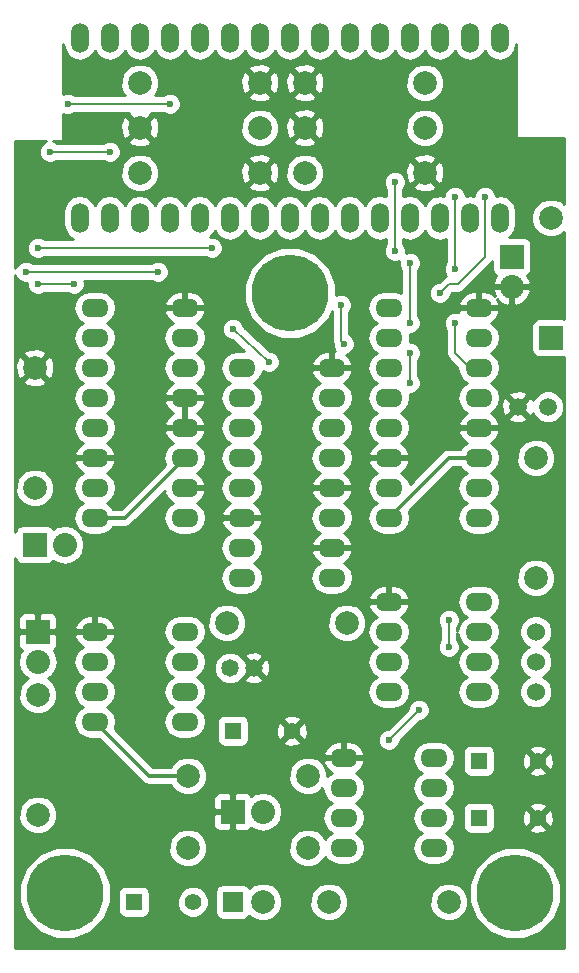
<source format=gbl>
G04 #@! TF.FileFunction,Copper,L2,Bot,Signal*
%FSLAX46Y46*%
G04 Gerber Fmt 4.6, Leading zero omitted, Abs format (unit mm)*
G04 Created by KiCad (PCBNEW (2015-04-30 BZR 5634)-product) date Mon 22 Jun 2015 08:21:25 PM CEST*
%MOMM*%
G01*
G04 APERTURE LIST*
%ADD10C,0.100000*%
%ADD11O,1.524000X2.524000*%
%ADD12R,2.032000X2.032000*%
%ADD13O,2.032000X2.032000*%
%ADD14C,1.501140*%
%ADD15R,1.400000X1.400000*%
%ADD16C,1.400000*%
%ADD17C,1.480820*%
%ADD18C,1.998980*%
%ADD19R,1.998980X1.998980*%
%ADD20O,2.300000X1.600000*%
%ADD21R,1.699260X1.699260*%
%ADD22C,1.524000*%
%ADD23C,6.500000*%
%ADD24C,0.600000*%
%ADD25C,0.200000*%
%ADD26C,0.300000*%
%ADD27C,0.254000*%
G04 APERTURE END LIST*
D10*
D11*
X99060000Y-78740000D03*
X96520000Y-78740000D03*
X93980000Y-78740000D03*
X91440000Y-78740000D03*
X88900000Y-78740000D03*
X88900000Y-63500000D03*
X91440000Y-63500000D03*
X93980000Y-63500000D03*
X96520000Y-63500000D03*
X99060000Y-63500000D03*
X86360000Y-78740000D03*
X83820000Y-78740000D03*
X81280000Y-78740000D03*
X78740000Y-78740000D03*
X76200000Y-78740000D03*
X76200000Y-63500000D03*
X78740000Y-63500000D03*
X81280000Y-63500000D03*
X83820000Y-63500000D03*
X86360000Y-63500000D03*
X73660000Y-78740000D03*
X71120000Y-78740000D03*
X68580000Y-78740000D03*
X66040000Y-78740000D03*
X63500000Y-78740000D03*
X63500000Y-63500000D03*
X66040000Y-63500000D03*
X68580000Y-63500000D03*
X71120000Y-63500000D03*
X73660000Y-63500000D03*
D12*
X100076000Y-82042000D03*
D13*
X100076000Y-84582000D03*
D14*
X100584000Y-94742000D03*
X103124000Y-94742000D03*
D15*
X97282000Y-124714000D03*
D16*
X102282000Y-124714000D03*
D15*
X97282000Y-129540000D03*
D16*
X102282000Y-129540000D03*
D15*
X68072000Y-136652000D03*
D16*
X73072000Y-136652000D03*
D17*
X76215240Y-116840000D03*
X78216760Y-116840000D03*
D15*
X76454000Y-122174000D03*
D16*
X81454000Y-122174000D03*
D18*
X103375460Y-78740000D03*
D19*
X103375460Y-88900000D03*
D20*
X97282000Y-104140000D03*
X97282000Y-101600000D03*
X97282000Y-99060000D03*
X97282000Y-96520000D03*
X97282000Y-93980000D03*
X97282000Y-91440000D03*
X97282000Y-88900000D03*
X97282000Y-86360000D03*
X89662000Y-86360000D03*
X89662000Y-88900000D03*
X89662000Y-91440000D03*
X89662000Y-93980000D03*
X89662000Y-96520000D03*
X89662000Y-99060000D03*
X89662000Y-101600000D03*
X89662000Y-104140000D03*
X84836000Y-109220000D03*
X84836000Y-106680000D03*
X84836000Y-104140000D03*
X84836000Y-101600000D03*
X84836000Y-99060000D03*
X84836000Y-96520000D03*
X84836000Y-93980000D03*
X84836000Y-91440000D03*
X77216000Y-91440000D03*
X77216000Y-93980000D03*
X77216000Y-96520000D03*
X77216000Y-99060000D03*
X77216000Y-101600000D03*
X77216000Y-104140000D03*
X77216000Y-106680000D03*
X77216000Y-109220000D03*
X72390000Y-104140000D03*
X72390000Y-101600000D03*
X72390000Y-99060000D03*
X72390000Y-96520000D03*
X72390000Y-93980000D03*
X72390000Y-91440000D03*
X72390000Y-88900000D03*
X72390000Y-86360000D03*
X64770000Y-86360000D03*
X64770000Y-88900000D03*
X64770000Y-91440000D03*
X64770000Y-93980000D03*
X64770000Y-96520000D03*
X64770000Y-99060000D03*
X64770000Y-101600000D03*
X64770000Y-104140000D03*
X89662000Y-111252000D03*
X89662000Y-113792000D03*
X89662000Y-116332000D03*
X89662000Y-118872000D03*
X97282000Y-118872000D03*
X97282000Y-116332000D03*
X97282000Y-113792000D03*
X97282000Y-111252000D03*
X85852000Y-124460000D03*
X85852000Y-127000000D03*
X85852000Y-129540000D03*
X85852000Y-132080000D03*
X93472000Y-132080000D03*
X93472000Y-129540000D03*
X93472000Y-127000000D03*
X93472000Y-124460000D03*
X64770000Y-113792000D03*
X64770000Y-116332000D03*
X64770000Y-118872000D03*
X64770000Y-121412000D03*
X72390000Y-121412000D03*
X72390000Y-118872000D03*
X72390000Y-116332000D03*
X72390000Y-113792000D03*
D21*
X76452660Y-136652000D03*
D18*
X78992660Y-136652000D03*
X82550000Y-67310000D03*
X92710000Y-67310000D03*
X82550000Y-71120000D03*
X92710000Y-71120000D03*
X92710000Y-74930000D03*
X82550000Y-74930000D03*
X68580000Y-71120000D03*
X78740000Y-71120000D03*
X78740000Y-67310000D03*
X68580000Y-67310000D03*
X78740000Y-74930000D03*
X68580000Y-74930000D03*
X102108000Y-99060000D03*
X102108000Y-109220000D03*
D22*
X102108000Y-116332000D03*
X102108000Y-113792000D03*
X102108000Y-118872000D03*
D18*
X82804000Y-125984000D03*
X72644000Y-125984000D03*
X82804000Y-132080000D03*
X72644000Y-132080000D03*
X86106000Y-113030000D03*
X75946000Y-113030000D03*
X94742000Y-136652000D03*
X84582000Y-136652000D03*
X59944000Y-119126000D03*
X59944000Y-129286000D03*
X59690000Y-91440000D03*
X59690000Y-101600000D03*
D12*
X59690000Y-106426000D03*
D13*
X62230000Y-106426000D03*
D12*
X76454000Y-129032000D03*
D13*
X78994000Y-129032000D03*
D12*
X59944000Y-113792000D03*
D13*
X59944000Y-116332000D03*
D23*
X62230000Y-135890000D03*
X100330000Y-135890000D03*
X81280000Y-85090000D03*
D24*
X91440000Y-82550000D03*
X91440000Y-87630000D03*
X91440000Y-90170000D03*
X91440000Y-92710000D03*
X90170000Y-81534000D03*
X90170000Y-75692000D03*
X95250000Y-76962000D03*
X95250000Y-83058000D03*
X95250000Y-87630000D03*
X97790000Y-76962000D03*
X93980000Y-85090000D03*
X76454000Y-88138000D03*
X79502000Y-90932000D03*
X85852000Y-89408000D03*
X85598000Y-86106000D03*
X59944000Y-84328000D03*
X62992000Y-84328000D03*
X70104000Y-83312000D03*
X71120000Y-69088000D03*
X62484000Y-69088000D03*
X58928000Y-83312000D03*
X66040000Y-73152000D03*
X60960000Y-73152000D03*
X59944000Y-81280000D03*
X74676000Y-81280000D03*
X89662000Y-122936000D03*
X92202000Y-120396000D03*
X94742000Y-115062000D03*
X94742000Y-112776000D03*
D25*
X91440000Y-87630000D02*
X91440000Y-82550000D01*
X91440000Y-92710000D02*
X91440000Y-90170000D01*
X90170000Y-75692000D02*
X90170000Y-81534000D01*
X96520000Y-91440000D02*
X97282000Y-91440000D01*
X95250000Y-76962000D02*
X95250000Y-83058000D01*
X95250000Y-87630000D02*
X95250000Y-90170000D01*
X95250000Y-90170000D02*
X96520000Y-91440000D01*
X97790000Y-82042000D02*
X97790000Y-76962000D01*
X95504000Y-84328000D02*
X97790000Y-82042000D01*
X94742000Y-84328000D02*
X95504000Y-84328000D01*
X93980000Y-85090000D02*
X94742000Y-84328000D01*
X79502000Y-90932000D02*
X76454000Y-88138000D01*
X85852000Y-89408000D02*
X85598000Y-89154000D01*
X85598000Y-89154000D02*
X85598000Y-86106000D01*
X59944000Y-84328000D02*
X62992000Y-84328000D01*
X70104000Y-83312000D02*
X58928000Y-83312000D01*
X62484000Y-69088000D02*
X71120000Y-69088000D01*
X60960000Y-73152000D02*
X66040000Y-73152000D01*
X74676000Y-81280000D02*
X59944000Y-81280000D01*
D26*
X94742000Y-99060000D02*
X89662000Y-104140000D01*
X97282000Y-99060000D02*
X94742000Y-99060000D01*
X67310000Y-104140000D02*
X72390000Y-99060000D01*
X64770000Y-104140000D02*
X67310000Y-104140000D01*
X69342000Y-125984000D02*
X64770000Y-121412000D01*
X72644000Y-125984000D02*
X69342000Y-125984000D01*
D25*
X89662000Y-122936000D02*
X92202000Y-120396000D01*
X94742000Y-115062000D02*
X94742000Y-112776000D01*
D27*
G36*
X104521000Y-140589000D02*
X104509810Y-140589000D01*
X104509810Y-94467602D01*
X104299314Y-93958163D01*
X103909887Y-93568056D01*
X103400816Y-93356671D01*
X102849602Y-93356190D01*
X102340163Y-93566686D01*
X101950056Y-93956113D01*
X101860621Y-94171496D01*
X101796931Y-94017735D01*
X101681975Y-93985270D01*
X101681975Y-84964944D01*
X101562836Y-84709000D01*
X100203000Y-84709000D01*
X100203000Y-86069367D01*
X100458946Y-86187983D01*
X101044379Y-85919188D01*
X101482385Y-85446818D01*
X101681975Y-84964944D01*
X101681975Y-93985270D01*
X101555930Y-93949675D01*
X101376325Y-94129280D01*
X101376325Y-93770070D01*
X101308265Y-93529069D01*
X100788966Y-93344233D01*
X100238462Y-93372195D01*
X99949000Y-93492094D01*
X99949000Y-86069367D01*
X99949000Y-84709000D01*
X98589164Y-84709000D01*
X98470025Y-84964944D01*
X98628930Y-85348592D01*
X98298483Y-85082834D01*
X97759000Y-84925000D01*
X97409000Y-84925000D01*
X97409000Y-86233000D01*
X98901915Y-86233000D01*
X99023904Y-86010961D01*
X99006367Y-85928181D01*
X98848496Y-85639733D01*
X99107621Y-85919188D01*
X99693054Y-86187983D01*
X99949000Y-86069367D01*
X99949000Y-93492094D01*
X99859735Y-93529069D01*
X99791675Y-93770070D01*
X100584000Y-94562395D01*
X101376325Y-93770070D01*
X101376325Y-94129280D01*
X100763605Y-94742000D01*
X101555930Y-95534325D01*
X101796931Y-95466265D01*
X101855768Y-95300959D01*
X101948686Y-95525837D01*
X102338113Y-95915944D01*
X102847184Y-96127329D01*
X103398398Y-96127810D01*
X103907837Y-95917314D01*
X104297944Y-95527887D01*
X104509329Y-95018816D01*
X104509810Y-94467602D01*
X104509810Y-140589000D01*
X104215673Y-140589000D01*
X104215673Y-135120616D01*
X103742774Y-133976113D01*
X103742774Y-108896306D01*
X103742774Y-98736306D01*
X103494462Y-98135345D01*
X103035073Y-97675154D01*
X102434547Y-97425794D01*
X101784306Y-97425226D01*
X101376325Y-97593800D01*
X101376325Y-95713930D01*
X100584000Y-94921605D01*
X100404395Y-95101210D01*
X100404395Y-94742000D01*
X99612070Y-93949675D01*
X99371069Y-94017735D01*
X99186233Y-94537034D01*
X99214195Y-95087538D01*
X99371069Y-95466265D01*
X99612070Y-95534325D01*
X100404395Y-94742000D01*
X100404395Y-95101210D01*
X99791675Y-95713930D01*
X99859735Y-95954931D01*
X100379034Y-96139767D01*
X100929538Y-96111805D01*
X101308265Y-95954931D01*
X101376325Y-95713930D01*
X101376325Y-97593800D01*
X101183345Y-97673538D01*
X100723154Y-98132927D01*
X100473794Y-98733453D01*
X100473226Y-99383694D01*
X100721538Y-99984655D01*
X101180927Y-100444846D01*
X101781453Y-100694206D01*
X102431694Y-100694774D01*
X103032655Y-100446462D01*
X103492846Y-99987073D01*
X103742206Y-99386547D01*
X103742774Y-98736306D01*
X103742774Y-108896306D01*
X103494462Y-108295345D01*
X103035073Y-107835154D01*
X102434547Y-107585794D01*
X101784306Y-107585226D01*
X101183345Y-107833538D01*
X100723154Y-108292927D01*
X100473794Y-108893453D01*
X100473226Y-109543694D01*
X100721538Y-110144655D01*
X101180927Y-110604846D01*
X101781453Y-110854206D01*
X102431694Y-110854774D01*
X103032655Y-110606462D01*
X103492846Y-110147073D01*
X103742206Y-109546547D01*
X103742774Y-108896306D01*
X103742774Y-133976113D01*
X103629419Y-133701773D01*
X103629419Y-129732878D01*
X103629419Y-124906878D01*
X103600664Y-124376560D01*
X103505242Y-124146190D01*
X103505242Y-118595339D01*
X103293010Y-118081697D01*
X102900370Y-117688371D01*
X102692487Y-117602050D01*
X102898303Y-117517010D01*
X103291629Y-117124370D01*
X103504757Y-116611100D01*
X103505242Y-116055339D01*
X103293010Y-115541697D01*
X102900370Y-115148371D01*
X102692487Y-115062050D01*
X102898303Y-114977010D01*
X103291629Y-114584370D01*
X103504757Y-114071100D01*
X103505242Y-113515339D01*
X103293010Y-113001697D01*
X102900370Y-112608371D01*
X102387100Y-112395243D01*
X101831339Y-112394758D01*
X101317697Y-112606990D01*
X100924371Y-112999630D01*
X100711243Y-113512900D01*
X100710758Y-114068661D01*
X100922990Y-114582303D01*
X101315630Y-114975629D01*
X101523512Y-115061949D01*
X101317697Y-115146990D01*
X100924371Y-115539630D01*
X100711243Y-116052900D01*
X100710758Y-116608661D01*
X100922990Y-117122303D01*
X101315630Y-117515629D01*
X101523512Y-117601949D01*
X101317697Y-117686990D01*
X100924371Y-118079630D01*
X100711243Y-118592900D01*
X100710758Y-119148661D01*
X100922990Y-119662303D01*
X101315630Y-120055629D01*
X101828900Y-120268757D01*
X102384661Y-120269242D01*
X102898303Y-120057010D01*
X103291629Y-119664370D01*
X103504757Y-119151100D01*
X103505242Y-118595339D01*
X103505242Y-124146190D01*
X103453042Y-124020169D01*
X103217275Y-123958331D01*
X103037669Y-124137936D01*
X103037669Y-123778725D01*
X102975831Y-123542958D01*
X102474878Y-123366581D01*
X101944560Y-123395336D01*
X101588169Y-123542958D01*
X101526331Y-123778725D01*
X102282000Y-124534395D01*
X103037669Y-123778725D01*
X103037669Y-124137936D01*
X102461605Y-124714000D01*
X103217275Y-125469669D01*
X103453042Y-125407831D01*
X103629419Y-124906878D01*
X103629419Y-129732878D01*
X103600664Y-129202560D01*
X103453042Y-128846169D01*
X103217275Y-128784331D01*
X103037669Y-128963936D01*
X103037669Y-128604725D01*
X103037669Y-125649275D01*
X102282000Y-124893605D01*
X102102395Y-125073210D01*
X102102395Y-124714000D01*
X101346725Y-123958331D01*
X101110958Y-124020169D01*
X100934581Y-124521122D01*
X100963336Y-125051440D01*
X101110958Y-125407831D01*
X101346725Y-125469669D01*
X102102395Y-124714000D01*
X102102395Y-125073210D01*
X101526331Y-125649275D01*
X101588169Y-125885042D01*
X102089122Y-126061419D01*
X102619440Y-126032664D01*
X102975831Y-125885042D01*
X103037669Y-125649275D01*
X103037669Y-128604725D01*
X102975831Y-128368958D01*
X102474878Y-128192581D01*
X101944560Y-128221336D01*
X101588169Y-128368958D01*
X101526331Y-128604725D01*
X102282000Y-129360395D01*
X103037669Y-128604725D01*
X103037669Y-128963936D01*
X102461605Y-129540000D01*
X103217275Y-130295669D01*
X103453042Y-130233831D01*
X103629419Y-129732878D01*
X103629419Y-133701773D01*
X103625463Y-133692199D01*
X103037669Y-133103377D01*
X103037669Y-130475275D01*
X102282000Y-129719605D01*
X102102395Y-129899210D01*
X102102395Y-129540000D01*
X101346725Y-128784331D01*
X101110958Y-128846169D01*
X100934581Y-129347122D01*
X100963336Y-129877440D01*
X101110958Y-130233831D01*
X101346725Y-130295669D01*
X102102395Y-129540000D01*
X102102395Y-129899210D01*
X101526331Y-130475275D01*
X101588169Y-130711042D01*
X102089122Y-130887419D01*
X102619440Y-130858664D01*
X102975831Y-130711042D01*
X103037669Y-130475275D01*
X103037669Y-133103377D01*
X102533549Y-132598377D01*
X101106165Y-132005676D01*
X99560616Y-132004327D01*
X99101970Y-132193835D01*
X99101970Y-118872000D01*
X98992737Y-118322849D01*
X98681668Y-117857302D01*
X98299582Y-117602000D01*
X98681668Y-117346698D01*
X98992737Y-116881151D01*
X99101970Y-116332000D01*
X98992737Y-115782849D01*
X98681668Y-115317302D01*
X98299582Y-115062000D01*
X98681668Y-114806698D01*
X98992737Y-114341151D01*
X99101970Y-113792000D01*
X98992737Y-113242849D01*
X98681668Y-112777302D01*
X98299582Y-112522000D01*
X98681668Y-112266698D01*
X98992737Y-111801151D01*
X99101970Y-111252000D01*
X99101970Y-104140000D01*
X98992737Y-103590849D01*
X98681668Y-103125302D01*
X98299582Y-102870000D01*
X98681668Y-102614698D01*
X98992737Y-102149151D01*
X99101970Y-101600000D01*
X98992737Y-101050849D01*
X98681668Y-100585302D01*
X98299582Y-100330000D01*
X98681668Y-100074698D01*
X98992737Y-99609151D01*
X99101970Y-99060000D01*
X99101970Y-93980000D01*
X98992737Y-93430849D01*
X98681668Y-92965302D01*
X98299582Y-92710000D01*
X98681668Y-92454698D01*
X98992737Y-91989151D01*
X99101970Y-91440000D01*
X98992737Y-90890849D01*
X98681668Y-90425302D01*
X98299582Y-90170000D01*
X98681668Y-89914698D01*
X98992737Y-89449151D01*
X99101970Y-88900000D01*
X98992737Y-88350849D01*
X98681668Y-87885302D01*
X98303848Y-87632850D01*
X98736500Y-87284896D01*
X99006367Y-86791819D01*
X99023904Y-86709039D01*
X98901915Y-86487000D01*
X97409000Y-86487000D01*
X97409000Y-86507000D01*
X97155000Y-86507000D01*
X97155000Y-86487000D01*
X97155000Y-86233000D01*
X97155000Y-84925000D01*
X96805000Y-84925000D01*
X96265517Y-85082834D01*
X95827500Y-85435104D01*
X95557633Y-85928181D01*
X95540096Y-86010961D01*
X95662085Y-86233000D01*
X97155000Y-86233000D01*
X97155000Y-86487000D01*
X95662085Y-86487000D01*
X95540096Y-86709039D01*
X95546835Y-86740853D01*
X95436799Y-86695162D01*
X95064833Y-86694838D01*
X94721057Y-86836883D01*
X94457808Y-87099673D01*
X94315162Y-87443201D01*
X94314838Y-87815167D01*
X94456883Y-88158943D01*
X94515000Y-88217161D01*
X94515000Y-90170000D01*
X94570949Y-90451272D01*
X94730277Y-90689723D01*
X95465103Y-91424549D01*
X95462030Y-91440000D01*
X95571263Y-91989151D01*
X95882332Y-92454698D01*
X96264417Y-92710000D01*
X95882332Y-92965302D01*
X95571263Y-93430849D01*
X95462030Y-93980000D01*
X95571263Y-94529151D01*
X95882332Y-94994698D01*
X96260151Y-95247149D01*
X95827500Y-95595104D01*
X95557633Y-96088181D01*
X95540096Y-96170961D01*
X95662085Y-96393000D01*
X97155000Y-96393000D01*
X97155000Y-96373000D01*
X97409000Y-96373000D01*
X97409000Y-96393000D01*
X98901915Y-96393000D01*
X99023904Y-96170961D01*
X99006367Y-96088181D01*
X98736500Y-95595104D01*
X98303848Y-95247149D01*
X98681668Y-94994698D01*
X98992737Y-94529151D01*
X99101970Y-93980000D01*
X99101970Y-99060000D01*
X98992737Y-98510849D01*
X98681668Y-98045302D01*
X98303848Y-97792850D01*
X98736500Y-97444896D01*
X99006367Y-96951819D01*
X99023904Y-96869039D01*
X98901915Y-96647000D01*
X97409000Y-96647000D01*
X97409000Y-96667000D01*
X97155000Y-96667000D01*
X97155000Y-96647000D01*
X95662085Y-96647000D01*
X95540096Y-96869039D01*
X95557633Y-96951819D01*
X95827500Y-97444896D01*
X96260151Y-97792850D01*
X95882332Y-98045302D01*
X95728852Y-98275000D01*
X94742000Y-98275000D01*
X94441594Y-98334755D01*
X94186921Y-98504921D01*
X91417243Y-101274598D01*
X91372737Y-101050849D01*
X91061668Y-100585302D01*
X90683848Y-100332850D01*
X91116500Y-99984896D01*
X91386367Y-99491819D01*
X91403904Y-99409039D01*
X91281915Y-99187000D01*
X89789000Y-99187000D01*
X89789000Y-99207000D01*
X89535000Y-99207000D01*
X89535000Y-99187000D01*
X88042085Y-99187000D01*
X87920096Y-99409039D01*
X87937633Y-99491819D01*
X88207500Y-99984896D01*
X88640151Y-100332850D01*
X88262332Y-100585302D01*
X87951263Y-101050849D01*
X87842030Y-101600000D01*
X87951263Y-102149151D01*
X88262332Y-102614698D01*
X88644417Y-102870000D01*
X88262332Y-103125302D01*
X87951263Y-103590849D01*
X87842030Y-104140000D01*
X87951263Y-104689151D01*
X88262332Y-105154698D01*
X88727879Y-105465767D01*
X89277030Y-105575000D01*
X90046970Y-105575000D01*
X90596121Y-105465767D01*
X91061668Y-105154698D01*
X91372737Y-104689151D01*
X91481970Y-104140000D01*
X91372737Y-103590849D01*
X91352137Y-103560020D01*
X95067158Y-99845000D01*
X95728852Y-99845000D01*
X95882332Y-100074698D01*
X96264417Y-100330000D01*
X95882332Y-100585302D01*
X95571263Y-101050849D01*
X95462030Y-101600000D01*
X95571263Y-102149151D01*
X95882332Y-102614698D01*
X96264417Y-102870000D01*
X95882332Y-103125302D01*
X95571263Y-103590849D01*
X95462030Y-104140000D01*
X95571263Y-104689151D01*
X95882332Y-105154698D01*
X96347879Y-105465767D01*
X96897030Y-105575000D01*
X97666970Y-105575000D01*
X98216121Y-105465767D01*
X98681668Y-105154698D01*
X98992737Y-104689151D01*
X99101970Y-104140000D01*
X99101970Y-111252000D01*
X98992737Y-110702849D01*
X98681668Y-110237302D01*
X98216121Y-109926233D01*
X97666970Y-109817000D01*
X96897030Y-109817000D01*
X96347879Y-109926233D01*
X95882332Y-110237302D01*
X95571263Y-110702849D01*
X95462030Y-111252000D01*
X95571263Y-111801151D01*
X95882332Y-112266698D01*
X96264417Y-112522000D01*
X95882332Y-112777302D01*
X95571263Y-113242849D01*
X95477000Y-113716740D01*
X95477000Y-113363419D01*
X95534192Y-113306327D01*
X95676838Y-112962799D01*
X95677162Y-112590833D01*
X95535117Y-112247057D01*
X95272327Y-111983808D01*
X94928799Y-111841162D01*
X94556833Y-111840838D01*
X94213057Y-111982883D01*
X93949808Y-112245673D01*
X93807162Y-112589201D01*
X93806838Y-112961167D01*
X93948883Y-113304943D01*
X94007000Y-113363161D01*
X94007000Y-114474580D01*
X93949808Y-114531673D01*
X93807162Y-114875201D01*
X93806838Y-115247167D01*
X93948883Y-115590943D01*
X94211673Y-115854192D01*
X94555201Y-115996838D01*
X94927167Y-115997162D01*
X95270943Y-115855117D01*
X95534192Y-115592327D01*
X95676838Y-115248799D01*
X95677162Y-114876833D01*
X95535117Y-114533057D01*
X95477000Y-114474838D01*
X95477000Y-113867259D01*
X95571263Y-114341151D01*
X95882332Y-114806698D01*
X96264417Y-115062000D01*
X95882332Y-115317302D01*
X95571263Y-115782849D01*
X95462030Y-116332000D01*
X95571263Y-116881151D01*
X95882332Y-117346698D01*
X96264417Y-117602000D01*
X95882332Y-117857302D01*
X95571263Y-118322849D01*
X95462030Y-118872000D01*
X95571263Y-119421151D01*
X95882332Y-119886698D01*
X96347879Y-120197767D01*
X96897030Y-120307000D01*
X97666970Y-120307000D01*
X98216121Y-120197767D01*
X98681668Y-119886698D01*
X98992737Y-119421151D01*
X99101970Y-118872000D01*
X99101970Y-132193835D01*
X98629440Y-132389081D01*
X98629440Y-130240000D01*
X98629440Y-128840000D01*
X98629440Y-125414000D01*
X98629440Y-124014000D01*
X98582463Y-123771877D01*
X98442673Y-123559073D01*
X98231640Y-123416623D01*
X97982000Y-123366560D01*
X96582000Y-123366560D01*
X96339877Y-123413537D01*
X96127073Y-123553327D01*
X95984623Y-123764360D01*
X95934560Y-124014000D01*
X95934560Y-125414000D01*
X95981537Y-125656123D01*
X96121327Y-125868927D01*
X96332360Y-126011377D01*
X96582000Y-126061440D01*
X97982000Y-126061440D01*
X98224123Y-126014463D01*
X98436927Y-125874673D01*
X98579377Y-125663640D01*
X98629440Y-125414000D01*
X98629440Y-128840000D01*
X98582463Y-128597877D01*
X98442673Y-128385073D01*
X98231640Y-128242623D01*
X97982000Y-128192560D01*
X96582000Y-128192560D01*
X96339877Y-128239537D01*
X96127073Y-128379327D01*
X95984623Y-128590360D01*
X95934560Y-128840000D01*
X95934560Y-130240000D01*
X95981537Y-130482123D01*
X96121327Y-130694927D01*
X96332360Y-130837377D01*
X96582000Y-130887440D01*
X97982000Y-130887440D01*
X98224123Y-130840463D01*
X98436927Y-130700673D01*
X98579377Y-130489640D01*
X98629440Y-130240000D01*
X98629440Y-132389081D01*
X98132199Y-132594537D01*
X97038377Y-133686451D01*
X96445676Y-135113835D01*
X96444327Y-136659384D01*
X97034537Y-138087801D01*
X98126451Y-139181623D01*
X99553835Y-139774324D01*
X101099384Y-139775673D01*
X102527801Y-139185463D01*
X103621623Y-138093549D01*
X104214324Y-136666165D01*
X104215673Y-135120616D01*
X104215673Y-140589000D01*
X96376774Y-140589000D01*
X96376774Y-136328306D01*
X96128462Y-135727345D01*
X95669073Y-135267154D01*
X95291970Y-135110567D01*
X95291970Y-132080000D01*
X95182737Y-131530849D01*
X94871668Y-131065302D01*
X94489582Y-130810000D01*
X94871668Y-130554698D01*
X95182737Y-130089151D01*
X95291970Y-129540000D01*
X95182737Y-128990849D01*
X94871668Y-128525302D01*
X94489582Y-128270000D01*
X94871668Y-128014698D01*
X95182737Y-127549151D01*
X95291970Y-127000000D01*
X95182737Y-126450849D01*
X94871668Y-125985302D01*
X94489582Y-125730000D01*
X94871668Y-125474698D01*
X95182737Y-125009151D01*
X95291970Y-124460000D01*
X95182737Y-123910849D01*
X94871668Y-123445302D01*
X94406121Y-123134233D01*
X93856970Y-123025000D01*
X93137162Y-123025000D01*
X93137162Y-120210833D01*
X92995117Y-119867057D01*
X92732327Y-119603808D01*
X92388799Y-119461162D01*
X92016833Y-119460838D01*
X91673057Y-119602883D01*
X91481970Y-119793636D01*
X91481970Y-118872000D01*
X91372737Y-118322849D01*
X91061668Y-117857302D01*
X90679582Y-117602000D01*
X91061668Y-117346698D01*
X91372737Y-116881151D01*
X91481970Y-116332000D01*
X91372737Y-115782849D01*
X91061668Y-115317302D01*
X90679582Y-115062000D01*
X91061668Y-114806698D01*
X91372737Y-114341151D01*
X91481970Y-113792000D01*
X91372737Y-113242849D01*
X91061668Y-112777302D01*
X90683848Y-112524850D01*
X91116500Y-112176896D01*
X91386367Y-111683819D01*
X91403904Y-111601039D01*
X91403904Y-110902961D01*
X91386367Y-110820181D01*
X91116500Y-110327104D01*
X90678483Y-109974834D01*
X90139000Y-109817000D01*
X89789000Y-109817000D01*
X89789000Y-111125000D01*
X91281915Y-111125000D01*
X91403904Y-110902961D01*
X91403904Y-111601039D01*
X91281915Y-111379000D01*
X89789000Y-111379000D01*
X89789000Y-111399000D01*
X89535000Y-111399000D01*
X89535000Y-111379000D01*
X89535000Y-111125000D01*
X89535000Y-109817000D01*
X89185000Y-109817000D01*
X88645517Y-109974834D01*
X88207500Y-110327104D01*
X87937633Y-110820181D01*
X87920096Y-110902961D01*
X88042085Y-111125000D01*
X89535000Y-111125000D01*
X89535000Y-111379000D01*
X88042085Y-111379000D01*
X87920096Y-111601039D01*
X87937633Y-111683819D01*
X88207500Y-112176896D01*
X88640151Y-112524850D01*
X88262332Y-112777302D01*
X87951263Y-113242849D01*
X87842030Y-113792000D01*
X87951263Y-114341151D01*
X88262332Y-114806698D01*
X88644417Y-115062000D01*
X88262332Y-115317302D01*
X87951263Y-115782849D01*
X87842030Y-116332000D01*
X87951263Y-116881151D01*
X88262332Y-117346698D01*
X88644417Y-117602000D01*
X88262332Y-117857302D01*
X87951263Y-118322849D01*
X87842030Y-118872000D01*
X87951263Y-119421151D01*
X88262332Y-119886698D01*
X88727879Y-120197767D01*
X89277030Y-120307000D01*
X90046970Y-120307000D01*
X90596121Y-120197767D01*
X91061668Y-119886698D01*
X91372737Y-119421151D01*
X91481970Y-118872000D01*
X91481970Y-119793636D01*
X91409808Y-119865673D01*
X91267162Y-120209201D01*
X91267090Y-120291462D01*
X89557645Y-122000908D01*
X89476833Y-122000838D01*
X89133057Y-122142883D01*
X88869808Y-122405673D01*
X88727162Y-122749201D01*
X88726838Y-123121167D01*
X88868883Y-123464943D01*
X89131673Y-123728192D01*
X89475201Y-123870838D01*
X89847167Y-123871162D01*
X90190943Y-123729117D01*
X90454192Y-123466327D01*
X90596838Y-123122799D01*
X90596909Y-123040536D01*
X92306355Y-121331091D01*
X92387167Y-121331162D01*
X92730943Y-121189117D01*
X92994192Y-120926327D01*
X93136838Y-120582799D01*
X93137162Y-120210833D01*
X93137162Y-123025000D01*
X93087030Y-123025000D01*
X92537879Y-123134233D01*
X92072332Y-123445302D01*
X91761263Y-123910849D01*
X91652030Y-124460000D01*
X91761263Y-125009151D01*
X92072332Y-125474698D01*
X92454417Y-125730000D01*
X92072332Y-125985302D01*
X91761263Y-126450849D01*
X91652030Y-127000000D01*
X91761263Y-127549151D01*
X92072332Y-128014698D01*
X92454417Y-128270000D01*
X92072332Y-128525302D01*
X91761263Y-128990849D01*
X91652030Y-129540000D01*
X91761263Y-130089151D01*
X92072332Y-130554698D01*
X92454417Y-130810000D01*
X92072332Y-131065302D01*
X91761263Y-131530849D01*
X91652030Y-132080000D01*
X91761263Y-132629151D01*
X92072332Y-133094698D01*
X92537879Y-133405767D01*
X93087030Y-133515000D01*
X93856970Y-133515000D01*
X94406121Y-133405767D01*
X94871668Y-133094698D01*
X95182737Y-132629151D01*
X95291970Y-132080000D01*
X95291970Y-135110567D01*
X95068547Y-135017794D01*
X94418306Y-135017226D01*
X93817345Y-135265538D01*
X93357154Y-135724927D01*
X93107794Y-136325453D01*
X93107226Y-136975694D01*
X93355538Y-137576655D01*
X93814927Y-138036846D01*
X94415453Y-138286206D01*
X95065694Y-138286774D01*
X95666655Y-138038462D01*
X96126846Y-137579073D01*
X96376206Y-136978547D01*
X96376774Y-136328306D01*
X96376774Y-140589000D01*
X87740774Y-140589000D01*
X87740774Y-112706306D01*
X87492462Y-112105345D01*
X87033073Y-111645154D01*
X86787162Y-111543042D01*
X86787162Y-89222833D01*
X86645117Y-88879057D01*
X86382327Y-88615808D01*
X86333000Y-88595325D01*
X86333000Y-86693419D01*
X86390192Y-86636327D01*
X86532838Y-86292799D01*
X86533162Y-85920833D01*
X86391117Y-85577057D01*
X86128327Y-85313808D01*
X85784799Y-85171162D01*
X85412833Y-85170838D01*
X85164841Y-85273305D01*
X85165673Y-84320616D01*
X84575463Y-82892199D01*
X83483549Y-81798377D01*
X82056165Y-81205676D01*
X80510616Y-81204327D01*
X79082199Y-81794537D01*
X77988377Y-82886451D01*
X77395676Y-84313835D01*
X77394327Y-85859384D01*
X77984537Y-87287801D01*
X79076451Y-88381623D01*
X80503835Y-88974324D01*
X82049384Y-88975673D01*
X83477801Y-88385463D01*
X84571623Y-87293549D01*
X84833285Y-86663395D01*
X84863000Y-86693161D01*
X84863000Y-89154000D01*
X84916984Y-89425393D01*
X84916984Y-89425394D01*
X84916838Y-89593167D01*
X85058883Y-89936943D01*
X85126821Y-90005000D01*
X84963000Y-90005000D01*
X84963000Y-91313000D01*
X86455915Y-91313000D01*
X86577904Y-91090961D01*
X86560367Y-91008181D01*
X86290500Y-90515104D01*
X86063286Y-90332369D01*
X86380943Y-90201117D01*
X86644192Y-89938327D01*
X86786838Y-89594799D01*
X86787162Y-89222833D01*
X86787162Y-111543042D01*
X86655970Y-111488567D01*
X86655970Y-109220000D01*
X86655970Y-104140000D01*
X86655970Y-99060000D01*
X86546737Y-98510849D01*
X86235668Y-98045302D01*
X85853582Y-97790000D01*
X86235668Y-97534698D01*
X86546737Y-97069151D01*
X86655970Y-96520000D01*
X86546737Y-95970849D01*
X86235668Y-95505302D01*
X85853582Y-95250000D01*
X86235668Y-94994698D01*
X86546737Y-94529151D01*
X86655970Y-93980000D01*
X86546737Y-93430849D01*
X86235668Y-92965302D01*
X85857848Y-92712850D01*
X86290500Y-92364896D01*
X86560367Y-91871819D01*
X86577904Y-91789039D01*
X86455915Y-91567000D01*
X84963000Y-91567000D01*
X84963000Y-91587000D01*
X84709000Y-91587000D01*
X84709000Y-91567000D01*
X84709000Y-91313000D01*
X84709000Y-90005000D01*
X84359000Y-90005000D01*
X83819517Y-90162834D01*
X83381500Y-90515104D01*
X83111633Y-91008181D01*
X83094096Y-91090961D01*
X83216085Y-91313000D01*
X84709000Y-91313000D01*
X84709000Y-91567000D01*
X83216085Y-91567000D01*
X83094096Y-91789039D01*
X83111633Y-91871819D01*
X83381500Y-92364896D01*
X83814151Y-92712850D01*
X83436332Y-92965302D01*
X83125263Y-93430849D01*
X83016030Y-93980000D01*
X83125263Y-94529151D01*
X83436332Y-94994698D01*
X83818417Y-95250000D01*
X83436332Y-95505302D01*
X83125263Y-95970849D01*
X83016030Y-96520000D01*
X83125263Y-97069151D01*
X83436332Y-97534698D01*
X83818417Y-97790000D01*
X83436332Y-98045302D01*
X83125263Y-98510849D01*
X83016030Y-99060000D01*
X83125263Y-99609151D01*
X83436332Y-100074698D01*
X83814151Y-100327149D01*
X83381500Y-100675104D01*
X83111633Y-101168181D01*
X83094096Y-101250961D01*
X83216085Y-101473000D01*
X84709000Y-101473000D01*
X84709000Y-101453000D01*
X84963000Y-101453000D01*
X84963000Y-101473000D01*
X86455915Y-101473000D01*
X86577904Y-101250961D01*
X86560367Y-101168181D01*
X86290500Y-100675104D01*
X85857848Y-100327149D01*
X86235668Y-100074698D01*
X86546737Y-99609151D01*
X86655970Y-99060000D01*
X86655970Y-104140000D01*
X86546737Y-103590849D01*
X86235668Y-103125302D01*
X85857848Y-102872850D01*
X86290500Y-102524896D01*
X86560367Y-102031819D01*
X86577904Y-101949039D01*
X86455915Y-101727000D01*
X84963000Y-101727000D01*
X84963000Y-101747000D01*
X84709000Y-101747000D01*
X84709000Y-101727000D01*
X83216085Y-101727000D01*
X83094096Y-101949039D01*
X83111633Y-102031819D01*
X83381500Y-102524896D01*
X83814151Y-102872850D01*
X83436332Y-103125302D01*
X83125263Y-103590849D01*
X83016030Y-104140000D01*
X83125263Y-104689151D01*
X83436332Y-105154698D01*
X83814151Y-105407149D01*
X83381500Y-105755104D01*
X83111633Y-106248181D01*
X83094096Y-106330961D01*
X83216085Y-106553000D01*
X84709000Y-106553000D01*
X84709000Y-106533000D01*
X84963000Y-106533000D01*
X84963000Y-106553000D01*
X86455915Y-106553000D01*
X86577904Y-106330961D01*
X86560367Y-106248181D01*
X86290500Y-105755104D01*
X85857848Y-105407149D01*
X86235668Y-105154698D01*
X86546737Y-104689151D01*
X86655970Y-104140000D01*
X86655970Y-109220000D01*
X86546737Y-108670849D01*
X86235668Y-108205302D01*
X85857848Y-107952850D01*
X86290500Y-107604896D01*
X86560367Y-107111819D01*
X86577904Y-107029039D01*
X86455915Y-106807000D01*
X84963000Y-106807000D01*
X84963000Y-106827000D01*
X84709000Y-106827000D01*
X84709000Y-106807000D01*
X83216085Y-106807000D01*
X83094096Y-107029039D01*
X83111633Y-107111819D01*
X83381500Y-107604896D01*
X83814151Y-107952850D01*
X83436332Y-108205302D01*
X83125263Y-108670849D01*
X83016030Y-109220000D01*
X83125263Y-109769151D01*
X83436332Y-110234698D01*
X83901879Y-110545767D01*
X84451030Y-110655000D01*
X85220970Y-110655000D01*
X85770121Y-110545767D01*
X86235668Y-110234698D01*
X86546737Y-109769151D01*
X86655970Y-109220000D01*
X86655970Y-111488567D01*
X86432547Y-111395794D01*
X85782306Y-111395226D01*
X85181345Y-111643538D01*
X84721154Y-112102927D01*
X84471794Y-112703453D01*
X84471226Y-113353694D01*
X84719538Y-113954655D01*
X85178927Y-114414846D01*
X85779453Y-114664206D01*
X86429694Y-114664774D01*
X87030655Y-114416462D01*
X87490846Y-113957073D01*
X87740206Y-113356547D01*
X87740774Y-112706306D01*
X87740774Y-140589000D01*
X87671970Y-140589000D01*
X87671970Y-132080000D01*
X87562737Y-131530849D01*
X87251668Y-131065302D01*
X86869582Y-130810000D01*
X87251668Y-130554698D01*
X87562737Y-130089151D01*
X87671970Y-129540000D01*
X87562737Y-128990849D01*
X87251668Y-128525302D01*
X86869582Y-128270000D01*
X87251668Y-128014698D01*
X87562737Y-127549151D01*
X87671970Y-127000000D01*
X87562737Y-126450849D01*
X87251668Y-125985302D01*
X86873848Y-125732850D01*
X87306500Y-125384896D01*
X87576367Y-124891819D01*
X87593904Y-124809039D01*
X87593904Y-124110961D01*
X87576367Y-124028181D01*
X87306500Y-123535104D01*
X86868483Y-123182834D01*
X86329000Y-123025000D01*
X85979000Y-123025000D01*
X85979000Y-124333000D01*
X87471915Y-124333000D01*
X87593904Y-124110961D01*
X87593904Y-124809039D01*
X87471915Y-124587000D01*
X85979000Y-124587000D01*
X85979000Y-124607000D01*
X85725000Y-124607000D01*
X85725000Y-124587000D01*
X85725000Y-124333000D01*
X85725000Y-123025000D01*
X85375000Y-123025000D01*
X84835517Y-123182834D01*
X84397500Y-123535104D01*
X84127633Y-124028181D01*
X84110096Y-124110961D01*
X84232085Y-124333000D01*
X85725000Y-124333000D01*
X85725000Y-124587000D01*
X84232085Y-124587000D01*
X84110096Y-124809039D01*
X84127633Y-124891819D01*
X84397500Y-125384896D01*
X84830151Y-125732850D01*
X84452332Y-125985302D01*
X84438471Y-126006044D01*
X84438774Y-125660306D01*
X84190462Y-125059345D01*
X83731073Y-124599154D01*
X83130547Y-124349794D01*
X82801419Y-124349506D01*
X82801419Y-122366878D01*
X82772664Y-121836560D01*
X82625042Y-121480169D01*
X82389275Y-121418331D01*
X82209669Y-121597936D01*
X82209669Y-121238725D01*
X82147831Y-121002958D01*
X81646878Y-120826581D01*
X81116560Y-120855336D01*
X80760169Y-121002958D01*
X80698331Y-121238725D01*
X81454000Y-121994395D01*
X82209669Y-121238725D01*
X82209669Y-121597936D01*
X81633605Y-122174000D01*
X82389275Y-122929669D01*
X82625042Y-122867831D01*
X82801419Y-122366878D01*
X82801419Y-124349506D01*
X82480306Y-124349226D01*
X82209669Y-124461050D01*
X82209669Y-123109275D01*
X81454000Y-122353605D01*
X81274395Y-122533210D01*
X81274395Y-122174000D01*
X80518725Y-121418331D01*
X80437162Y-121439723D01*
X80437162Y-90746833D01*
X80295117Y-90403057D01*
X80032327Y-90139808D01*
X79688799Y-89997162D01*
X79569784Y-89997058D01*
X77389122Y-87998117D01*
X77389162Y-87952833D01*
X77247117Y-87609057D01*
X76984327Y-87345808D01*
X76640799Y-87203162D01*
X76268833Y-87202838D01*
X75925057Y-87344883D01*
X75661808Y-87607673D01*
X75519162Y-87951201D01*
X75518838Y-88323167D01*
X75660883Y-88666943D01*
X75923673Y-88930192D01*
X76267201Y-89072838D01*
X76386215Y-89072941D01*
X77403006Y-90005000D01*
X76831030Y-90005000D01*
X76281879Y-90114233D01*
X75816332Y-90425302D01*
X75505263Y-90890849D01*
X75396030Y-91440000D01*
X75505263Y-91989151D01*
X75816332Y-92454698D01*
X76198417Y-92710000D01*
X75816332Y-92965302D01*
X75505263Y-93430849D01*
X75396030Y-93980000D01*
X75505263Y-94529151D01*
X75816332Y-94994698D01*
X76198417Y-95250000D01*
X75816332Y-95505302D01*
X75505263Y-95970849D01*
X75396030Y-96520000D01*
X75505263Y-97069151D01*
X75816332Y-97534698D01*
X76198417Y-97790000D01*
X75816332Y-98045302D01*
X75505263Y-98510849D01*
X75396030Y-99060000D01*
X75505263Y-99609151D01*
X75816332Y-100074698D01*
X76198417Y-100330000D01*
X75816332Y-100585302D01*
X75505263Y-101050849D01*
X75396030Y-101600000D01*
X75505263Y-102149151D01*
X75816332Y-102614698D01*
X76194151Y-102867149D01*
X75761500Y-103215104D01*
X75491633Y-103708181D01*
X75474096Y-103790961D01*
X75596085Y-104013000D01*
X77089000Y-104013000D01*
X77089000Y-103993000D01*
X77343000Y-103993000D01*
X77343000Y-104013000D01*
X78835915Y-104013000D01*
X78957904Y-103790961D01*
X78940367Y-103708181D01*
X78670500Y-103215104D01*
X78237848Y-102867149D01*
X78615668Y-102614698D01*
X78926737Y-102149151D01*
X79035970Y-101600000D01*
X78926737Y-101050849D01*
X78615668Y-100585302D01*
X78233582Y-100330000D01*
X78615668Y-100074698D01*
X78926737Y-99609151D01*
X79035970Y-99060000D01*
X78926737Y-98510849D01*
X78615668Y-98045302D01*
X78233582Y-97790000D01*
X78615668Y-97534698D01*
X78926737Y-97069151D01*
X79035970Y-96520000D01*
X78926737Y-95970849D01*
X78615668Y-95505302D01*
X78233582Y-95250000D01*
X78615668Y-94994698D01*
X78926737Y-94529151D01*
X79035970Y-93980000D01*
X78926737Y-93430849D01*
X78615668Y-92965302D01*
X78233582Y-92710000D01*
X78615668Y-92454698D01*
X78926737Y-91989151D01*
X78978848Y-91727171D01*
X79315201Y-91866838D01*
X79687167Y-91867162D01*
X80030943Y-91725117D01*
X80294192Y-91462327D01*
X80436838Y-91118799D01*
X80437162Y-90746833D01*
X80437162Y-121439723D01*
X80282958Y-121480169D01*
X80106581Y-121981122D01*
X80135336Y-122511440D01*
X80282958Y-122867831D01*
X80518725Y-122929669D01*
X81274395Y-122174000D01*
X81274395Y-122533210D01*
X80698331Y-123109275D01*
X80760169Y-123345042D01*
X81261122Y-123521419D01*
X81791440Y-123492664D01*
X82147831Y-123345042D01*
X82209669Y-123109275D01*
X82209669Y-124461050D01*
X81879345Y-124597538D01*
X81419154Y-125056927D01*
X81169794Y-125657453D01*
X81169226Y-126307694D01*
X81417538Y-126908655D01*
X81876927Y-127368846D01*
X82477453Y-127618206D01*
X83127694Y-127618774D01*
X83728655Y-127370462D01*
X84043251Y-127056413D01*
X84141263Y-127549151D01*
X84452332Y-128014698D01*
X84834417Y-128270000D01*
X84452332Y-128525302D01*
X84141263Y-128990849D01*
X84032030Y-129540000D01*
X84141263Y-130089151D01*
X84452332Y-130554698D01*
X84834417Y-130810000D01*
X84452332Y-131065302D01*
X84267533Y-131341872D01*
X84190462Y-131155345D01*
X83731073Y-130695154D01*
X83130547Y-130445794D01*
X82480306Y-130445226D01*
X81879345Y-130693538D01*
X81419154Y-131152927D01*
X81169794Y-131753453D01*
X81169226Y-132403694D01*
X81417538Y-133004655D01*
X81876927Y-133464846D01*
X82477453Y-133714206D01*
X83127694Y-133714774D01*
X83728655Y-133466462D01*
X84188846Y-133007073D01*
X84267391Y-132817914D01*
X84452332Y-133094698D01*
X84917879Y-133405767D01*
X85467030Y-133515000D01*
X86236970Y-133515000D01*
X86786121Y-133405767D01*
X87251668Y-133094698D01*
X87562737Y-132629151D01*
X87671970Y-132080000D01*
X87671970Y-140589000D01*
X86216774Y-140589000D01*
X86216774Y-136328306D01*
X85968462Y-135727345D01*
X85509073Y-135267154D01*
X84908547Y-135017794D01*
X84258306Y-135017226D01*
X83657345Y-135265538D01*
X83197154Y-135724927D01*
X82947794Y-136325453D01*
X82947226Y-136975694D01*
X83195538Y-137576655D01*
X83654927Y-138036846D01*
X84255453Y-138286206D01*
X84905694Y-138286774D01*
X85506655Y-138038462D01*
X85966846Y-137579073D01*
X86216206Y-136978547D01*
X86216774Y-136328306D01*
X86216774Y-140589000D01*
X80645000Y-140589000D01*
X80645000Y-129064345D01*
X80645000Y-128999655D01*
X80519325Y-128367845D01*
X80161433Y-127832222D01*
X79625810Y-127474330D01*
X79604412Y-127470073D01*
X79604412Y-117042537D01*
X79576291Y-116496088D01*
X79421276Y-116121849D01*
X79181327Y-116055038D01*
X79035970Y-116200395D01*
X79035970Y-109220000D01*
X78926737Y-108670849D01*
X78615668Y-108205302D01*
X78233582Y-107950000D01*
X78615668Y-107694698D01*
X78926737Y-107229151D01*
X79035970Y-106680000D01*
X78926737Y-106130849D01*
X78615668Y-105665302D01*
X78237848Y-105412850D01*
X78670500Y-105064896D01*
X78940367Y-104571819D01*
X78957904Y-104489039D01*
X78835915Y-104267000D01*
X77343000Y-104267000D01*
X77343000Y-104287000D01*
X77089000Y-104287000D01*
X77089000Y-104267000D01*
X75596085Y-104267000D01*
X75474096Y-104489039D01*
X75491633Y-104571819D01*
X75761500Y-105064896D01*
X76194151Y-105412850D01*
X75816332Y-105665302D01*
X75505263Y-106130849D01*
X75396030Y-106680000D01*
X75505263Y-107229151D01*
X75816332Y-107694698D01*
X76198417Y-107950000D01*
X75816332Y-108205302D01*
X75505263Y-108670849D01*
X75396030Y-109220000D01*
X75505263Y-109769151D01*
X75816332Y-110234698D01*
X76281879Y-110545767D01*
X76831030Y-110655000D01*
X77600970Y-110655000D01*
X78150121Y-110545767D01*
X78615668Y-110234698D01*
X78926737Y-109769151D01*
X79035970Y-109220000D01*
X79035970Y-116200395D01*
X79001722Y-116234643D01*
X79001722Y-115875433D01*
X78934911Y-115635484D01*
X78419297Y-115452348D01*
X77872848Y-115480469D01*
X77580774Y-115601450D01*
X77580774Y-112706306D01*
X77332462Y-112105345D01*
X76873073Y-111645154D01*
X76272547Y-111395794D01*
X75622306Y-111395226D01*
X75021345Y-111643538D01*
X74561154Y-112102927D01*
X74311794Y-112703453D01*
X74311226Y-113353694D01*
X74559538Y-113954655D01*
X75018927Y-114414846D01*
X75619453Y-114664206D01*
X76269694Y-114664774D01*
X76870655Y-114416462D01*
X77330846Y-113957073D01*
X77580206Y-113356547D01*
X77580774Y-112706306D01*
X77580774Y-115601450D01*
X77498609Y-115635484D01*
X77431798Y-115875433D01*
X78216760Y-116660395D01*
X79001722Y-115875433D01*
X79001722Y-116234643D01*
X78396365Y-116840000D01*
X79181327Y-117624962D01*
X79421276Y-117558151D01*
X79604412Y-117042537D01*
X79604412Y-127470073D01*
X79001722Y-127350191D01*
X79001722Y-117804567D01*
X78216760Y-117019605D01*
X78037155Y-117199210D01*
X78037155Y-116840000D01*
X77468452Y-116271297D01*
X77381936Y-116061911D01*
X76995364Y-115674664D01*
X76490026Y-115464829D01*
X75942854Y-115464352D01*
X75437151Y-115673304D01*
X75049904Y-116059876D01*
X74840069Y-116565214D01*
X74839592Y-117112386D01*
X75048544Y-117618089D01*
X75435116Y-118005336D01*
X75940454Y-118215171D01*
X76487626Y-118215648D01*
X76993329Y-118006696D01*
X77380576Y-117620124D01*
X77468304Y-117408850D01*
X78037155Y-116840000D01*
X78037155Y-117199210D01*
X77431798Y-117804567D01*
X77498609Y-118044516D01*
X78014223Y-118227652D01*
X78560672Y-118199531D01*
X78934911Y-118044516D01*
X79001722Y-117804567D01*
X79001722Y-127350191D01*
X78994000Y-127348655D01*
X78362190Y-127474330D01*
X78025998Y-127698965D01*
X78008327Y-127656302D01*
X77829699Y-127477673D01*
X77801440Y-127465967D01*
X77801440Y-122874000D01*
X77801440Y-121474000D01*
X77754463Y-121231877D01*
X77614673Y-121019073D01*
X77403640Y-120876623D01*
X77154000Y-120826560D01*
X75754000Y-120826560D01*
X75511877Y-120873537D01*
X75299073Y-121013327D01*
X75156623Y-121224360D01*
X75106560Y-121474000D01*
X75106560Y-122874000D01*
X75153537Y-123116123D01*
X75293327Y-123328927D01*
X75504360Y-123471377D01*
X75754000Y-123521440D01*
X77154000Y-123521440D01*
X77396123Y-123474463D01*
X77608927Y-123334673D01*
X77751377Y-123123640D01*
X77801440Y-122874000D01*
X77801440Y-127465967D01*
X77596310Y-127381000D01*
X77343691Y-127381000D01*
X76739750Y-127381000D01*
X76581000Y-127539750D01*
X76581000Y-128905000D01*
X76601000Y-128905000D01*
X76601000Y-129159000D01*
X76581000Y-129159000D01*
X76581000Y-130524250D01*
X76739750Y-130683000D01*
X77343691Y-130683000D01*
X77596310Y-130683000D01*
X77829699Y-130586327D01*
X78008327Y-130407698D01*
X78025998Y-130365034D01*
X78362190Y-130589670D01*
X78994000Y-130715345D01*
X79625810Y-130589670D01*
X80161433Y-130231778D01*
X80519325Y-129696155D01*
X80645000Y-129064345D01*
X80645000Y-140589000D01*
X80627434Y-140589000D01*
X80627434Y-136328306D01*
X80379122Y-135727345D01*
X79919733Y-135267154D01*
X79319207Y-135017794D01*
X78668966Y-135017226D01*
X78068005Y-135265538D01*
X77851278Y-135481886D01*
X77762963Y-135347443D01*
X77551930Y-135204993D01*
X77302290Y-135154930D01*
X76327000Y-135154930D01*
X76327000Y-130524250D01*
X76327000Y-129159000D01*
X76327000Y-128905000D01*
X76327000Y-127539750D01*
X76168250Y-127381000D01*
X75564309Y-127381000D01*
X75311690Y-127381000D01*
X75078301Y-127477673D01*
X74899673Y-127656302D01*
X74803000Y-127889691D01*
X74803000Y-128746250D01*
X74961750Y-128905000D01*
X76327000Y-128905000D01*
X76327000Y-129159000D01*
X74961750Y-129159000D01*
X74803000Y-129317750D01*
X74803000Y-130174309D01*
X74899673Y-130407698D01*
X75078301Y-130586327D01*
X75311690Y-130683000D01*
X75564309Y-130683000D01*
X76168250Y-130683000D01*
X76327000Y-130524250D01*
X76327000Y-135154930D01*
X75603030Y-135154930D01*
X75360907Y-135201907D01*
X75148103Y-135341697D01*
X75005653Y-135552730D01*
X74955590Y-135802370D01*
X74955590Y-137501630D01*
X75002567Y-137743753D01*
X75142357Y-137956557D01*
X75353390Y-138099007D01*
X75603030Y-138149070D01*
X77302290Y-138149070D01*
X77544413Y-138102093D01*
X77757217Y-137962303D01*
X77851597Y-137822482D01*
X78065587Y-138036846D01*
X78666113Y-138286206D01*
X79316354Y-138286774D01*
X79917315Y-138038462D01*
X80377506Y-137579073D01*
X80626866Y-136978547D01*
X80627434Y-136328306D01*
X80627434Y-140589000D01*
X74407231Y-140589000D01*
X74407231Y-136387617D01*
X74278774Y-136076726D01*
X74278774Y-131756306D01*
X74278774Y-125660306D01*
X74209970Y-125493787D01*
X74209970Y-121412000D01*
X74100737Y-120862849D01*
X73789668Y-120397302D01*
X73407582Y-120142000D01*
X73789668Y-119886698D01*
X74100737Y-119421151D01*
X74209970Y-118872000D01*
X74100737Y-118322849D01*
X73789668Y-117857302D01*
X73407582Y-117602000D01*
X73789668Y-117346698D01*
X74100737Y-116881151D01*
X74209970Y-116332000D01*
X74100737Y-115782849D01*
X73789668Y-115317302D01*
X73407582Y-115062000D01*
X73789668Y-114806698D01*
X74100737Y-114341151D01*
X74209970Y-113792000D01*
X74209970Y-104140000D01*
X74100737Y-103590849D01*
X73789668Y-103125302D01*
X73411848Y-102872850D01*
X73844500Y-102524896D01*
X74114367Y-102031819D01*
X74131904Y-101949039D01*
X74009915Y-101727000D01*
X72517000Y-101727000D01*
X72517000Y-101747000D01*
X72263000Y-101747000D01*
X72263000Y-101727000D01*
X72243000Y-101727000D01*
X72243000Y-101473000D01*
X72263000Y-101473000D01*
X72263000Y-101453000D01*
X72517000Y-101453000D01*
X72517000Y-101473000D01*
X74009915Y-101473000D01*
X74131904Y-101250961D01*
X74114367Y-101168181D01*
X73844500Y-100675104D01*
X73411848Y-100327149D01*
X73789668Y-100074698D01*
X74100737Y-99609151D01*
X74209970Y-99060000D01*
X74209970Y-91440000D01*
X74100737Y-90890849D01*
X73789668Y-90425302D01*
X73407582Y-90170000D01*
X73789668Y-89914698D01*
X74100737Y-89449151D01*
X74209970Y-88900000D01*
X74100737Y-88350849D01*
X73789668Y-87885302D01*
X73411848Y-87632850D01*
X73844500Y-87284896D01*
X74114367Y-86791819D01*
X74131904Y-86709039D01*
X74131904Y-86010961D01*
X74114367Y-85928181D01*
X73844500Y-85435104D01*
X73406483Y-85082834D01*
X72867000Y-84925000D01*
X72517000Y-84925000D01*
X72517000Y-86233000D01*
X74009915Y-86233000D01*
X74131904Y-86010961D01*
X74131904Y-86709039D01*
X74009915Y-86487000D01*
X72517000Y-86487000D01*
X72517000Y-86507000D01*
X72263000Y-86507000D01*
X72263000Y-86487000D01*
X72263000Y-86233000D01*
X72263000Y-84925000D01*
X71913000Y-84925000D01*
X71373517Y-85082834D01*
X70935500Y-85435104D01*
X70665633Y-85928181D01*
X70648096Y-86010961D01*
X70770085Y-86233000D01*
X72263000Y-86233000D01*
X72263000Y-86487000D01*
X70770085Y-86487000D01*
X70648096Y-86709039D01*
X70665633Y-86791819D01*
X70935500Y-87284896D01*
X71368151Y-87632850D01*
X70990332Y-87885302D01*
X70679263Y-88350849D01*
X70570030Y-88900000D01*
X70679263Y-89449151D01*
X70990332Y-89914698D01*
X71372417Y-90170000D01*
X70990332Y-90425302D01*
X70679263Y-90890849D01*
X70570030Y-91440000D01*
X70679263Y-91989151D01*
X70990332Y-92454698D01*
X71368151Y-92707149D01*
X70935500Y-93055104D01*
X70665633Y-93548181D01*
X70648096Y-93630961D01*
X70770085Y-93853000D01*
X72263000Y-93853000D01*
X72263000Y-93833000D01*
X72517000Y-93833000D01*
X72517000Y-93853000D01*
X74009915Y-93853000D01*
X74131904Y-93630961D01*
X74114367Y-93548181D01*
X73844500Y-93055104D01*
X73411848Y-92707149D01*
X73789668Y-92454698D01*
X74100737Y-91989151D01*
X74209970Y-91440000D01*
X74209970Y-99060000D01*
X74100737Y-98510849D01*
X73789668Y-98045302D01*
X73411848Y-97792850D01*
X73844500Y-97444896D01*
X74114367Y-96951819D01*
X74131904Y-96869039D01*
X74131904Y-96170961D01*
X74114367Y-96088181D01*
X73844500Y-95595104D01*
X73415393Y-95250000D01*
X73844500Y-94904896D01*
X74114367Y-94411819D01*
X74131904Y-94329039D01*
X74009915Y-94107000D01*
X72517000Y-94107000D01*
X72517000Y-95085000D01*
X72517000Y-95415000D01*
X72517000Y-96393000D01*
X74009915Y-96393000D01*
X74131904Y-96170961D01*
X74131904Y-96869039D01*
X74009915Y-96647000D01*
X72517000Y-96647000D01*
X72517000Y-96667000D01*
X72263000Y-96667000D01*
X72263000Y-96647000D01*
X72263000Y-96393000D01*
X72263000Y-95415000D01*
X72263000Y-95085000D01*
X72263000Y-94107000D01*
X70770085Y-94107000D01*
X70648096Y-94329039D01*
X70665633Y-94411819D01*
X70935500Y-94904896D01*
X71364606Y-95250000D01*
X70935500Y-95595104D01*
X70665633Y-96088181D01*
X70648096Y-96170961D01*
X70770085Y-96393000D01*
X72263000Y-96393000D01*
X72263000Y-96647000D01*
X70770085Y-96647000D01*
X70648096Y-96869039D01*
X70665633Y-96951819D01*
X70935500Y-97444896D01*
X71368151Y-97792850D01*
X70990332Y-98045302D01*
X70679263Y-98510849D01*
X70570030Y-99060000D01*
X70679263Y-99609151D01*
X70699862Y-99639979D01*
X66984842Y-103355000D01*
X66323147Y-103355000D01*
X66169668Y-103125302D01*
X65787582Y-102870000D01*
X66169668Y-102614698D01*
X66480737Y-102149151D01*
X66589970Y-101600000D01*
X66589970Y-96520000D01*
X66480737Y-95970849D01*
X66169668Y-95505302D01*
X65787582Y-95250000D01*
X66169668Y-94994698D01*
X66480737Y-94529151D01*
X66589970Y-93980000D01*
X66480737Y-93430849D01*
X66169668Y-92965302D01*
X65787582Y-92710000D01*
X66169668Y-92454698D01*
X66480737Y-91989151D01*
X66589970Y-91440000D01*
X66480737Y-90890849D01*
X66169668Y-90425302D01*
X65787582Y-90170000D01*
X66169668Y-89914698D01*
X66480737Y-89449151D01*
X66589970Y-88900000D01*
X66480737Y-88350849D01*
X66169668Y-87885302D01*
X65787582Y-87630000D01*
X66169668Y-87374698D01*
X66480737Y-86909151D01*
X66589970Y-86360000D01*
X66480737Y-85810849D01*
X66169668Y-85345302D01*
X65704121Y-85034233D01*
X65154970Y-84925000D01*
X64385030Y-84925000D01*
X63835879Y-85034233D01*
X63370332Y-85345302D01*
X63059263Y-85810849D01*
X62950030Y-86360000D01*
X63059263Y-86909151D01*
X63370332Y-87374698D01*
X63752417Y-87630000D01*
X63370332Y-87885302D01*
X63059263Y-88350849D01*
X62950030Y-88900000D01*
X63059263Y-89449151D01*
X63370332Y-89914698D01*
X63752417Y-90170000D01*
X63370332Y-90425302D01*
X63059263Y-90890849D01*
X62950030Y-91440000D01*
X63059263Y-91989151D01*
X63370332Y-92454698D01*
X63752417Y-92710000D01*
X63370332Y-92965302D01*
X63059263Y-93430849D01*
X62950030Y-93980000D01*
X63059263Y-94529151D01*
X63370332Y-94994698D01*
X63752417Y-95250000D01*
X63370332Y-95505302D01*
X63059263Y-95970849D01*
X62950030Y-96520000D01*
X63059263Y-97069151D01*
X63370332Y-97534698D01*
X63748151Y-97787149D01*
X63315500Y-98135104D01*
X63045633Y-98628181D01*
X63028096Y-98710961D01*
X63150085Y-98933000D01*
X64643000Y-98933000D01*
X64643000Y-98913000D01*
X64897000Y-98913000D01*
X64897000Y-98933000D01*
X66389915Y-98933000D01*
X66511904Y-98710961D01*
X66494367Y-98628181D01*
X66224500Y-98135104D01*
X65791848Y-97787149D01*
X66169668Y-97534698D01*
X66480737Y-97069151D01*
X66589970Y-96520000D01*
X66589970Y-101600000D01*
X66480737Y-101050849D01*
X66169668Y-100585302D01*
X65791848Y-100332850D01*
X66224500Y-99984896D01*
X66494367Y-99491819D01*
X66511904Y-99409039D01*
X66389915Y-99187000D01*
X64897000Y-99187000D01*
X64897000Y-99207000D01*
X64643000Y-99207000D01*
X64643000Y-99187000D01*
X63150085Y-99187000D01*
X63028096Y-99409039D01*
X63045633Y-99491819D01*
X63315500Y-99984896D01*
X63748151Y-100332850D01*
X63370332Y-100585302D01*
X63059263Y-101050849D01*
X62950030Y-101600000D01*
X63059263Y-102149151D01*
X63370332Y-102614698D01*
X63752417Y-102870000D01*
X63370332Y-103125302D01*
X63059263Y-103590849D01*
X62950030Y-104140000D01*
X63059263Y-104689151D01*
X63370332Y-105154698D01*
X63835879Y-105465767D01*
X64385030Y-105575000D01*
X65154970Y-105575000D01*
X65704121Y-105465767D01*
X66169668Y-105154698D01*
X66323147Y-104925000D01*
X67310000Y-104925000D01*
X67610406Y-104865245D01*
X67610407Y-104865245D01*
X67865079Y-104695079D01*
X70693181Y-101866976D01*
X70648096Y-101949039D01*
X70665633Y-102031819D01*
X70935500Y-102524896D01*
X71368151Y-102872850D01*
X70990332Y-103125302D01*
X70679263Y-103590849D01*
X70570030Y-104140000D01*
X70679263Y-104689151D01*
X70990332Y-105154698D01*
X71455879Y-105465767D01*
X72005030Y-105575000D01*
X72774970Y-105575000D01*
X73324121Y-105465767D01*
X73789668Y-105154698D01*
X74100737Y-104689151D01*
X74209970Y-104140000D01*
X74209970Y-113792000D01*
X74100737Y-113242849D01*
X73789668Y-112777302D01*
X73324121Y-112466233D01*
X72774970Y-112357000D01*
X72005030Y-112357000D01*
X71455879Y-112466233D01*
X70990332Y-112777302D01*
X70679263Y-113242849D01*
X70570030Y-113792000D01*
X70679263Y-114341151D01*
X70990332Y-114806698D01*
X71372417Y-115062000D01*
X70990332Y-115317302D01*
X70679263Y-115782849D01*
X70570030Y-116332000D01*
X70679263Y-116881151D01*
X70990332Y-117346698D01*
X71372417Y-117602000D01*
X70990332Y-117857302D01*
X70679263Y-118322849D01*
X70570030Y-118872000D01*
X70679263Y-119421151D01*
X70990332Y-119886698D01*
X71372417Y-120142000D01*
X70990332Y-120397302D01*
X70679263Y-120862849D01*
X70570030Y-121412000D01*
X70679263Y-121961151D01*
X70990332Y-122426698D01*
X71455879Y-122737767D01*
X72005030Y-122847000D01*
X72774970Y-122847000D01*
X73324121Y-122737767D01*
X73789668Y-122426698D01*
X74100737Y-121961151D01*
X74209970Y-121412000D01*
X74209970Y-125493787D01*
X74030462Y-125059345D01*
X73571073Y-124599154D01*
X72970547Y-124349794D01*
X72320306Y-124349226D01*
X71719345Y-124597538D01*
X71259154Y-125056927D01*
X71200160Y-125199000D01*
X69667158Y-125199000D01*
X66460137Y-121991979D01*
X66480737Y-121961151D01*
X66589970Y-121412000D01*
X66480737Y-120862849D01*
X66169668Y-120397302D01*
X65787582Y-120142000D01*
X66169668Y-119886698D01*
X66480737Y-119421151D01*
X66589970Y-118872000D01*
X66480737Y-118322849D01*
X66169668Y-117857302D01*
X65787582Y-117602000D01*
X66169668Y-117346698D01*
X66480737Y-116881151D01*
X66589970Y-116332000D01*
X66480737Y-115782849D01*
X66169668Y-115317302D01*
X65791848Y-115064850D01*
X66224500Y-114716896D01*
X66494367Y-114223819D01*
X66511904Y-114141039D01*
X66511904Y-113442961D01*
X66494367Y-113360181D01*
X66224500Y-112867104D01*
X65786483Y-112514834D01*
X65247000Y-112357000D01*
X64897000Y-112357000D01*
X64897000Y-113665000D01*
X66389915Y-113665000D01*
X66511904Y-113442961D01*
X66511904Y-114141039D01*
X66389915Y-113919000D01*
X64897000Y-113919000D01*
X64897000Y-113939000D01*
X64643000Y-113939000D01*
X64643000Y-113919000D01*
X64643000Y-113665000D01*
X64643000Y-112357000D01*
X64293000Y-112357000D01*
X63753517Y-112514834D01*
X63315500Y-112867104D01*
X63045633Y-113360181D01*
X63028096Y-113442961D01*
X63150085Y-113665000D01*
X64643000Y-113665000D01*
X64643000Y-113919000D01*
X63150085Y-113919000D01*
X63028096Y-114141039D01*
X63045633Y-114223819D01*
X63315500Y-114716896D01*
X63748151Y-115064850D01*
X63370332Y-115317302D01*
X63059263Y-115782849D01*
X62950030Y-116332000D01*
X63059263Y-116881151D01*
X63370332Y-117346698D01*
X63752417Y-117602000D01*
X63370332Y-117857302D01*
X63059263Y-118322849D01*
X62950030Y-118872000D01*
X63059263Y-119421151D01*
X63370332Y-119886698D01*
X63752417Y-120142000D01*
X63370332Y-120397302D01*
X63059263Y-120862849D01*
X62950030Y-121412000D01*
X63059263Y-121961151D01*
X63370332Y-122426698D01*
X63835879Y-122737767D01*
X64385030Y-122847000D01*
X65094842Y-122847000D01*
X68786921Y-126539079D01*
X69041593Y-126709244D01*
X69041594Y-126709245D01*
X69342000Y-126769000D01*
X71199833Y-126769000D01*
X71257538Y-126908655D01*
X71716927Y-127368846D01*
X72317453Y-127618206D01*
X72967694Y-127618774D01*
X73568655Y-127370462D01*
X74028846Y-126911073D01*
X74278206Y-126310547D01*
X74278774Y-125660306D01*
X74278774Y-131756306D01*
X74030462Y-131155345D01*
X73571073Y-130695154D01*
X72970547Y-130445794D01*
X72320306Y-130445226D01*
X71719345Y-130693538D01*
X71259154Y-131152927D01*
X71009794Y-131753453D01*
X71009226Y-132403694D01*
X71257538Y-133004655D01*
X71716927Y-133464846D01*
X72317453Y-133714206D01*
X72967694Y-133714774D01*
X73568655Y-133466462D01*
X74028846Y-133007073D01*
X74278206Y-132406547D01*
X74278774Y-131756306D01*
X74278774Y-136076726D01*
X74204418Y-135896771D01*
X73829204Y-135520902D01*
X73338713Y-135317232D01*
X72807617Y-135316769D01*
X72316771Y-135519582D01*
X71940902Y-135894796D01*
X71737232Y-136385287D01*
X71736769Y-136916383D01*
X71939582Y-137407229D01*
X72314796Y-137783098D01*
X72805287Y-137986768D01*
X73336383Y-137987231D01*
X73827229Y-137784418D01*
X74203098Y-137409204D01*
X74406768Y-136918713D01*
X74407231Y-136387617D01*
X74407231Y-140589000D01*
X69419440Y-140589000D01*
X69419440Y-137352000D01*
X69419440Y-135952000D01*
X69372463Y-135709877D01*
X69232673Y-135497073D01*
X69021640Y-135354623D01*
X68772000Y-135304560D01*
X67372000Y-135304560D01*
X67129877Y-135351537D01*
X66917073Y-135491327D01*
X66774623Y-135702360D01*
X66724560Y-135952000D01*
X66724560Y-137352000D01*
X66771537Y-137594123D01*
X66911327Y-137806927D01*
X67122360Y-137949377D01*
X67372000Y-137999440D01*
X68772000Y-137999440D01*
X69014123Y-137952463D01*
X69226927Y-137812673D01*
X69369377Y-137601640D01*
X69419440Y-137352000D01*
X69419440Y-140589000D01*
X66115673Y-140589000D01*
X66115673Y-135120616D01*
X65525463Y-133692199D01*
X64433549Y-132598377D01*
X63006165Y-132005676D01*
X61627345Y-132004472D01*
X61627345Y-116332000D01*
X61501670Y-115700190D01*
X61277034Y-115363998D01*
X61319698Y-115346327D01*
X61498327Y-115167699D01*
X61595000Y-114934310D01*
X61595000Y-114681691D01*
X61595000Y-114077750D01*
X61595000Y-113506250D01*
X61595000Y-112902309D01*
X61595000Y-112649690D01*
X61498327Y-112416301D01*
X61319698Y-112237673D01*
X61086309Y-112141000D01*
X60229750Y-112141000D01*
X60071000Y-112299750D01*
X60071000Y-113665000D01*
X61436250Y-113665000D01*
X61595000Y-113506250D01*
X61595000Y-114077750D01*
X61436250Y-113919000D01*
X60071000Y-113919000D01*
X60071000Y-113939000D01*
X59817000Y-113939000D01*
X59817000Y-113919000D01*
X59817000Y-113665000D01*
X59817000Y-112299750D01*
X59658250Y-112141000D01*
X58801691Y-112141000D01*
X58568302Y-112237673D01*
X58389673Y-112416301D01*
X58293000Y-112649690D01*
X58293000Y-112902309D01*
X58293000Y-113506250D01*
X58451750Y-113665000D01*
X59817000Y-113665000D01*
X59817000Y-113919000D01*
X58451750Y-113919000D01*
X58293000Y-114077750D01*
X58293000Y-114681691D01*
X58293000Y-114934310D01*
X58389673Y-115167699D01*
X58568302Y-115346327D01*
X58610965Y-115363998D01*
X58386330Y-115700190D01*
X58260655Y-116332000D01*
X58386330Y-116963810D01*
X58744222Y-117499433D01*
X59071384Y-117718035D01*
X59019345Y-117739538D01*
X58559154Y-118198927D01*
X58309794Y-118799453D01*
X58309226Y-119449694D01*
X58557538Y-120050655D01*
X59016927Y-120510846D01*
X59617453Y-120760206D01*
X60267694Y-120760774D01*
X60868655Y-120512462D01*
X61328846Y-120053073D01*
X61578206Y-119452547D01*
X61578774Y-118802306D01*
X61330462Y-118201345D01*
X60871073Y-117741154D01*
X60816149Y-117718347D01*
X61143778Y-117499433D01*
X61501670Y-116963810D01*
X61627345Y-116332000D01*
X61627345Y-132004472D01*
X61578774Y-132004430D01*
X61578774Y-128962306D01*
X61330462Y-128361345D01*
X60871073Y-127901154D01*
X60270547Y-127651794D01*
X59620306Y-127651226D01*
X59019345Y-127899538D01*
X58559154Y-128358927D01*
X58309794Y-128959453D01*
X58309226Y-129609694D01*
X58557538Y-130210655D01*
X59016927Y-130670846D01*
X59617453Y-130920206D01*
X60267694Y-130920774D01*
X60868655Y-130672462D01*
X61328846Y-130213073D01*
X61578206Y-129612547D01*
X61578774Y-128962306D01*
X61578774Y-132004430D01*
X61460616Y-132004327D01*
X60032199Y-132594537D01*
X58938377Y-133686451D01*
X58345676Y-135113835D01*
X58344327Y-136659384D01*
X58934537Y-138087801D01*
X60026451Y-139181623D01*
X61453835Y-139774324D01*
X62999384Y-139775673D01*
X64427801Y-139185463D01*
X65521623Y-138093549D01*
X66114324Y-136666165D01*
X66115673Y-135120616D01*
X66115673Y-140589000D01*
X58039000Y-140589000D01*
X58039000Y-107506116D01*
X58073537Y-107684123D01*
X58213327Y-107896927D01*
X58424360Y-108039377D01*
X58674000Y-108089440D01*
X60706000Y-108089440D01*
X60948123Y-108042463D01*
X61160927Y-107902673D01*
X61259163Y-107757139D01*
X61598190Y-107983670D01*
X62230000Y-108109345D01*
X62861810Y-107983670D01*
X63397433Y-107625778D01*
X63755325Y-107090155D01*
X63881000Y-106458345D01*
X63881000Y-106393655D01*
X63755325Y-105761845D01*
X63397433Y-105226222D01*
X62861810Y-104868330D01*
X62230000Y-104742655D01*
X61598190Y-104868330D01*
X61335401Y-105043919D01*
X61335401Y-91704418D01*
X61311341Y-91054623D01*
X61108965Y-90566042D01*
X60842163Y-90467443D01*
X60662557Y-90647048D01*
X60662557Y-90287837D01*
X60563958Y-90021035D01*
X59954418Y-89794599D01*
X59304623Y-89818659D01*
X58816042Y-90021035D01*
X58717443Y-90287837D01*
X59690000Y-91260395D01*
X60662557Y-90287837D01*
X60662557Y-90647048D01*
X59869605Y-91440000D01*
X60842163Y-92412557D01*
X61108965Y-92313958D01*
X61335401Y-91704418D01*
X61335401Y-105043919D01*
X61324774Y-105051020D01*
X61324774Y-101276306D01*
X61076462Y-100675345D01*
X60662557Y-100260717D01*
X60662557Y-92592163D01*
X59690000Y-91619605D01*
X59510395Y-91799210D01*
X59510395Y-91440000D01*
X58537837Y-90467443D01*
X58271035Y-90566042D01*
X58044599Y-91175582D01*
X58068659Y-91825377D01*
X58271035Y-92313958D01*
X58537837Y-92412557D01*
X59510395Y-91440000D01*
X59510395Y-91799210D01*
X58717443Y-92592163D01*
X58816042Y-92858965D01*
X59425582Y-93085401D01*
X60075377Y-93061341D01*
X60563958Y-92858965D01*
X60662557Y-92592163D01*
X60662557Y-100260717D01*
X60617073Y-100215154D01*
X60016547Y-99965794D01*
X59366306Y-99965226D01*
X58765345Y-100213538D01*
X58305154Y-100672927D01*
X58055794Y-101273453D01*
X58055226Y-101923694D01*
X58303538Y-102524655D01*
X58762927Y-102984846D01*
X59363453Y-103234206D01*
X60013694Y-103234774D01*
X60614655Y-102986462D01*
X61074846Y-102527073D01*
X61324206Y-101926547D01*
X61324774Y-101276306D01*
X61324774Y-105051020D01*
X61258701Y-105095169D01*
X61166673Y-104955073D01*
X60955640Y-104812623D01*
X60706000Y-104762560D01*
X58674000Y-104762560D01*
X58431877Y-104809537D01*
X58219073Y-104949327D01*
X58076623Y-105160360D01*
X58039000Y-105347967D01*
X58039000Y-83608887D01*
X58134883Y-83840943D01*
X58397673Y-84104192D01*
X58741201Y-84246838D01*
X59009069Y-84247071D01*
X59008838Y-84513167D01*
X59150883Y-84856943D01*
X59413673Y-85120192D01*
X59757201Y-85262838D01*
X60129167Y-85263162D01*
X60472943Y-85121117D01*
X60531161Y-85063000D01*
X62404580Y-85063000D01*
X62461673Y-85120192D01*
X62805201Y-85262838D01*
X63177167Y-85263162D01*
X63520943Y-85121117D01*
X63784192Y-84858327D01*
X63926838Y-84514799D01*
X63927162Y-84142833D01*
X63887564Y-84047000D01*
X69516580Y-84047000D01*
X69573673Y-84104192D01*
X69917201Y-84246838D01*
X70289167Y-84247162D01*
X70632943Y-84105117D01*
X70896192Y-83842327D01*
X71038838Y-83498799D01*
X71039162Y-83126833D01*
X70897117Y-82783057D01*
X70634327Y-82519808D01*
X70290799Y-82377162D01*
X69918833Y-82376838D01*
X69575057Y-82518883D01*
X69516838Y-82577000D01*
X59515419Y-82577000D01*
X59458327Y-82519808D01*
X59114799Y-82377162D01*
X58742833Y-82376838D01*
X58399057Y-82518883D01*
X58135808Y-82781673D01*
X58039000Y-83014811D01*
X58039000Y-72263000D01*
X60663112Y-72263000D01*
X60431057Y-72358883D01*
X60167808Y-72621673D01*
X60025162Y-72965201D01*
X60024838Y-73337167D01*
X60166883Y-73680943D01*
X60429673Y-73944192D01*
X60773201Y-74086838D01*
X61145167Y-74087162D01*
X61488943Y-73945117D01*
X61547161Y-73887000D01*
X65452580Y-73887000D01*
X65509673Y-73944192D01*
X65853201Y-74086838D01*
X66225167Y-74087162D01*
X66568943Y-73945117D01*
X66832192Y-73682327D01*
X66974838Y-73338799D01*
X66975162Y-72966833D01*
X66833117Y-72623057D01*
X66570327Y-72359808D01*
X66226799Y-72217162D01*
X65854833Y-72216838D01*
X65511057Y-72358883D01*
X65452838Y-72417000D01*
X61547419Y-72417000D01*
X61490327Y-72359808D01*
X61257188Y-72263000D01*
X62103000Y-72263000D01*
X62103000Y-69942198D01*
X62297201Y-70022838D01*
X62669167Y-70023162D01*
X63012943Y-69881117D01*
X63071161Y-69823000D01*
X67660968Y-69823000D01*
X67607443Y-69967837D01*
X68580000Y-70940395D01*
X69552557Y-69967837D01*
X69499031Y-69823000D01*
X70532580Y-69823000D01*
X70589673Y-69880192D01*
X70933201Y-70022838D01*
X71305167Y-70023162D01*
X71648943Y-69881117D01*
X71912192Y-69618327D01*
X72054838Y-69274799D01*
X72055162Y-68902833D01*
X71913117Y-68559057D01*
X71650327Y-68295808D01*
X71306799Y-68153162D01*
X70934833Y-68152838D01*
X70591057Y-68294883D01*
X70532838Y-68353000D01*
X69848716Y-68353000D01*
X69964846Y-68237073D01*
X70214206Y-67636547D01*
X70214774Y-66986306D01*
X69966462Y-66385345D01*
X69507073Y-65925154D01*
X68906547Y-65675794D01*
X68256306Y-65675226D01*
X67655345Y-65923538D01*
X67195154Y-66382927D01*
X66945794Y-66983453D01*
X66945226Y-67633694D01*
X67193538Y-68234655D01*
X67311676Y-68353000D01*
X63071419Y-68353000D01*
X63014327Y-68295808D01*
X62670799Y-68153162D01*
X62298833Y-68152838D01*
X62103000Y-68233754D01*
X62103000Y-64037164D01*
X62209340Y-64571773D01*
X62512172Y-65024992D01*
X62965391Y-65327824D01*
X63500000Y-65434164D01*
X64034609Y-65327824D01*
X64487828Y-65024992D01*
X64770000Y-64602692D01*
X65052172Y-65024992D01*
X65505391Y-65327824D01*
X66040000Y-65434164D01*
X66574609Y-65327824D01*
X67027828Y-65024992D01*
X67310000Y-64602692D01*
X67592172Y-65024992D01*
X68045391Y-65327824D01*
X68580000Y-65434164D01*
X69114609Y-65327824D01*
X69567828Y-65024992D01*
X69850000Y-64602692D01*
X70132172Y-65024992D01*
X70585391Y-65327824D01*
X71120000Y-65434164D01*
X71654609Y-65327824D01*
X72107828Y-65024992D01*
X72390000Y-64602692D01*
X72672172Y-65024992D01*
X73125391Y-65327824D01*
X73660000Y-65434164D01*
X74194609Y-65327824D01*
X74647828Y-65024992D01*
X74930000Y-64602692D01*
X75212172Y-65024992D01*
X75665391Y-65327824D01*
X76200000Y-65434164D01*
X76734609Y-65327824D01*
X77187828Y-65024992D01*
X77470000Y-64602692D01*
X77752172Y-65024992D01*
X78205391Y-65327824D01*
X78740000Y-65434164D01*
X79274609Y-65327824D01*
X79727828Y-65024992D01*
X80010000Y-64602692D01*
X80292172Y-65024992D01*
X80745391Y-65327824D01*
X81280000Y-65434164D01*
X81814609Y-65327824D01*
X82267828Y-65024992D01*
X82550000Y-64602692D01*
X82832172Y-65024992D01*
X83285391Y-65327824D01*
X83820000Y-65434164D01*
X84354609Y-65327824D01*
X84807828Y-65024992D01*
X85090000Y-64602692D01*
X85372172Y-65024992D01*
X85825391Y-65327824D01*
X86360000Y-65434164D01*
X86894609Y-65327824D01*
X87347828Y-65024992D01*
X87630000Y-64602692D01*
X87912172Y-65024992D01*
X88365391Y-65327824D01*
X88900000Y-65434164D01*
X89434609Y-65327824D01*
X89887828Y-65024992D01*
X90170000Y-64602692D01*
X90452172Y-65024992D01*
X90905391Y-65327824D01*
X91440000Y-65434164D01*
X91974609Y-65327824D01*
X92427828Y-65024992D01*
X92710000Y-64602692D01*
X92992172Y-65024992D01*
X93445391Y-65327824D01*
X93980000Y-65434164D01*
X94514609Y-65327824D01*
X94967828Y-65024992D01*
X95250000Y-64602692D01*
X95532172Y-65024992D01*
X95985391Y-65327824D01*
X96520000Y-65434164D01*
X97054609Y-65327824D01*
X97507828Y-65024992D01*
X97790000Y-64602692D01*
X98072172Y-65024992D01*
X98525391Y-65327824D01*
X99060000Y-65434164D01*
X99594609Y-65327824D01*
X100047828Y-65024992D01*
X100350660Y-64571773D01*
X100457000Y-64037164D01*
X100457000Y-72009000D01*
X104521000Y-72009000D01*
X104521000Y-77574002D01*
X104302533Y-77355154D01*
X103702007Y-77105794D01*
X103051766Y-77105226D01*
X102450805Y-77353538D01*
X101990614Y-77812927D01*
X101741254Y-78413453D01*
X101740686Y-79063694D01*
X101988998Y-79664655D01*
X102448387Y-80124846D01*
X103048913Y-80374206D01*
X103699154Y-80374774D01*
X104300115Y-80126462D01*
X104521000Y-79905961D01*
X104521000Y-87282358D01*
X104374950Y-87253070D01*
X102375970Y-87253070D01*
X102133847Y-87300047D01*
X101921043Y-87439837D01*
X101778593Y-87650870D01*
X101739440Y-87846107D01*
X101739440Y-83058000D01*
X101739440Y-81026000D01*
X101692463Y-80783877D01*
X101552673Y-80571073D01*
X101341640Y-80428623D01*
X101092000Y-80378560D01*
X99877861Y-80378560D01*
X100047828Y-80264992D01*
X100350660Y-79811773D01*
X100457000Y-79277164D01*
X100457000Y-78202836D01*
X100350660Y-77668227D01*
X100047828Y-77215008D01*
X99594609Y-76912176D01*
X99060000Y-76805836D01*
X98725078Y-76872455D01*
X98725162Y-76776833D01*
X98583117Y-76433057D01*
X98320327Y-76169808D01*
X97976799Y-76027162D01*
X97604833Y-76026838D01*
X97261057Y-76168883D01*
X96997808Y-76431673D01*
X96855162Y-76775201D01*
X96855077Y-76872486D01*
X96520000Y-76805836D01*
X96185078Y-76872455D01*
X96185162Y-76776833D01*
X96043117Y-76433057D01*
X95780327Y-76169808D01*
X95436799Y-76027162D01*
X95064833Y-76026838D01*
X94721057Y-76168883D01*
X94457808Y-76431673D01*
X94355401Y-76678295D01*
X94355401Y-75194418D01*
X94344774Y-74907411D01*
X94344774Y-70796306D01*
X94344774Y-66986306D01*
X94096462Y-66385345D01*
X93637073Y-65925154D01*
X93036547Y-65675794D01*
X92386306Y-65675226D01*
X91785345Y-65923538D01*
X91325154Y-66382927D01*
X91075794Y-66983453D01*
X91075226Y-67633694D01*
X91323538Y-68234655D01*
X91782927Y-68694846D01*
X92383453Y-68944206D01*
X93033694Y-68944774D01*
X93634655Y-68696462D01*
X94094846Y-68237073D01*
X94344206Y-67636547D01*
X94344774Y-66986306D01*
X94344774Y-70796306D01*
X94096462Y-70195345D01*
X93637073Y-69735154D01*
X93036547Y-69485794D01*
X92386306Y-69485226D01*
X91785345Y-69733538D01*
X91325154Y-70192927D01*
X91075794Y-70793453D01*
X91075226Y-71443694D01*
X91323538Y-72044655D01*
X91782927Y-72504846D01*
X92383453Y-72754206D01*
X93033694Y-72754774D01*
X93634655Y-72506462D01*
X94094846Y-72047073D01*
X94344206Y-71446547D01*
X94344774Y-70796306D01*
X94344774Y-74907411D01*
X94331341Y-74544623D01*
X94128965Y-74056042D01*
X93862163Y-73957443D01*
X93682557Y-74137048D01*
X93682557Y-73777837D01*
X93583958Y-73511035D01*
X92974418Y-73284599D01*
X92324623Y-73308659D01*
X91836042Y-73511035D01*
X91737443Y-73777837D01*
X92710000Y-74750395D01*
X93682557Y-73777837D01*
X93682557Y-74137048D01*
X92889605Y-74930000D01*
X93862163Y-75902557D01*
X94128965Y-75803958D01*
X94355401Y-75194418D01*
X94355401Y-76678295D01*
X94315162Y-76775201D01*
X94315077Y-76872486D01*
X93980000Y-76805836D01*
X93682557Y-76865000D01*
X93682557Y-76082163D01*
X92710000Y-75109605D01*
X92530395Y-75289210D01*
X92530395Y-74930000D01*
X91557837Y-73957443D01*
X91291035Y-74056042D01*
X91064599Y-74665582D01*
X91088659Y-75315377D01*
X91291035Y-75803958D01*
X91557837Y-75902557D01*
X92530395Y-74930000D01*
X92530395Y-75289210D01*
X91737443Y-76082163D01*
X91836042Y-76348965D01*
X92445582Y-76575401D01*
X93095377Y-76551341D01*
X93583958Y-76348965D01*
X93682557Y-76082163D01*
X93682557Y-76865000D01*
X93445391Y-76912176D01*
X92992172Y-77215008D01*
X92710000Y-77637307D01*
X92427828Y-77215008D01*
X91974609Y-76912176D01*
X91440000Y-76805836D01*
X90905391Y-76912176D01*
X90905000Y-76912437D01*
X90905000Y-76279419D01*
X90962192Y-76222327D01*
X91104838Y-75878799D01*
X91105162Y-75506833D01*
X90963117Y-75163057D01*
X90700327Y-74899808D01*
X90356799Y-74757162D01*
X89984833Y-74756838D01*
X89641057Y-74898883D01*
X89377808Y-75161673D01*
X89235162Y-75505201D01*
X89234838Y-75877167D01*
X89376883Y-76220943D01*
X89435000Y-76279161D01*
X89435000Y-76912437D01*
X89434609Y-76912176D01*
X88900000Y-76805836D01*
X88365391Y-76912176D01*
X87912172Y-77215008D01*
X87630000Y-77637307D01*
X87347828Y-77215008D01*
X86894609Y-76912176D01*
X86360000Y-76805836D01*
X85825391Y-76912176D01*
X85372172Y-77215008D01*
X85090000Y-77637307D01*
X84807828Y-77215008D01*
X84354609Y-76912176D01*
X84195401Y-76880507D01*
X84195401Y-71384418D01*
X84195401Y-67574418D01*
X84171341Y-66924623D01*
X83968965Y-66436042D01*
X83702163Y-66337443D01*
X83522557Y-66517048D01*
X83522557Y-66157837D01*
X83423958Y-65891035D01*
X82814418Y-65664599D01*
X82164623Y-65688659D01*
X81676042Y-65891035D01*
X81577443Y-66157837D01*
X82550000Y-67130395D01*
X83522557Y-66157837D01*
X83522557Y-66517048D01*
X82729605Y-67310000D01*
X83702163Y-68282557D01*
X83968965Y-68183958D01*
X84195401Y-67574418D01*
X84195401Y-71384418D01*
X84171341Y-70734623D01*
X83968965Y-70246042D01*
X83702163Y-70147443D01*
X83522557Y-70327048D01*
X83522557Y-69967837D01*
X83522557Y-68462163D01*
X82550000Y-67489605D01*
X82370395Y-67669210D01*
X82370395Y-67310000D01*
X81397837Y-66337443D01*
X81131035Y-66436042D01*
X80904599Y-67045582D01*
X80928659Y-67695377D01*
X81131035Y-68183958D01*
X81397837Y-68282557D01*
X82370395Y-67310000D01*
X82370395Y-67669210D01*
X81577443Y-68462163D01*
X81676042Y-68728965D01*
X82285582Y-68955401D01*
X82935377Y-68931341D01*
X83423958Y-68728965D01*
X83522557Y-68462163D01*
X83522557Y-69967837D01*
X83423958Y-69701035D01*
X82814418Y-69474599D01*
X82164623Y-69498659D01*
X81676042Y-69701035D01*
X81577443Y-69967837D01*
X82550000Y-70940395D01*
X83522557Y-69967837D01*
X83522557Y-70327048D01*
X82729605Y-71120000D01*
X83702163Y-72092557D01*
X83968965Y-71993958D01*
X84195401Y-71384418D01*
X84195401Y-76880507D01*
X84184774Y-76878393D01*
X84184774Y-74606306D01*
X83936462Y-74005345D01*
X83522557Y-73590717D01*
X83522557Y-72272163D01*
X82550000Y-71299605D01*
X82370395Y-71479210D01*
X82370395Y-71120000D01*
X81397837Y-70147443D01*
X81131035Y-70246042D01*
X80904599Y-70855582D01*
X80928659Y-71505377D01*
X81131035Y-71993958D01*
X81397837Y-72092557D01*
X82370395Y-71120000D01*
X82370395Y-71479210D01*
X81577443Y-72272163D01*
X81676042Y-72538965D01*
X82285582Y-72765401D01*
X82935377Y-72741341D01*
X83423958Y-72538965D01*
X83522557Y-72272163D01*
X83522557Y-73590717D01*
X83477073Y-73545154D01*
X82876547Y-73295794D01*
X82226306Y-73295226D01*
X81625345Y-73543538D01*
X81165154Y-74002927D01*
X80915794Y-74603453D01*
X80915226Y-75253694D01*
X81163538Y-75854655D01*
X81622927Y-76314846D01*
X82223453Y-76564206D01*
X82873694Y-76564774D01*
X83474655Y-76316462D01*
X83934846Y-75857073D01*
X84184206Y-75256547D01*
X84184774Y-74606306D01*
X84184774Y-76878393D01*
X83820000Y-76805836D01*
X83285391Y-76912176D01*
X82832172Y-77215008D01*
X82550000Y-77637307D01*
X82267828Y-77215008D01*
X81814609Y-76912176D01*
X81280000Y-76805836D01*
X80745391Y-76912176D01*
X80385401Y-77152714D01*
X80385401Y-75194418D01*
X80385401Y-67574418D01*
X80361341Y-66924623D01*
X80158965Y-66436042D01*
X79892163Y-66337443D01*
X79712557Y-66517048D01*
X79712557Y-66157837D01*
X79613958Y-65891035D01*
X79004418Y-65664599D01*
X78354623Y-65688659D01*
X77866042Y-65891035D01*
X77767443Y-66157837D01*
X78740000Y-67130395D01*
X79712557Y-66157837D01*
X79712557Y-66517048D01*
X78919605Y-67310000D01*
X79892163Y-68282557D01*
X80158965Y-68183958D01*
X80385401Y-67574418D01*
X80385401Y-75194418D01*
X80374774Y-74907411D01*
X80374774Y-70796306D01*
X80126462Y-70195345D01*
X79712557Y-69780717D01*
X79712557Y-68462163D01*
X78740000Y-67489605D01*
X78560395Y-67669210D01*
X78560395Y-67310000D01*
X77587837Y-66337443D01*
X77321035Y-66436042D01*
X77094599Y-67045582D01*
X77118659Y-67695377D01*
X77321035Y-68183958D01*
X77587837Y-68282557D01*
X78560395Y-67310000D01*
X78560395Y-67669210D01*
X77767443Y-68462163D01*
X77866042Y-68728965D01*
X78475582Y-68955401D01*
X79125377Y-68931341D01*
X79613958Y-68728965D01*
X79712557Y-68462163D01*
X79712557Y-69780717D01*
X79667073Y-69735154D01*
X79066547Y-69485794D01*
X78416306Y-69485226D01*
X77815345Y-69733538D01*
X77355154Y-70192927D01*
X77105794Y-70793453D01*
X77105226Y-71443694D01*
X77353538Y-72044655D01*
X77812927Y-72504846D01*
X78413453Y-72754206D01*
X79063694Y-72754774D01*
X79664655Y-72506462D01*
X80124846Y-72047073D01*
X80374206Y-71446547D01*
X80374774Y-70796306D01*
X80374774Y-74907411D01*
X80361341Y-74544623D01*
X80158965Y-74056042D01*
X79892163Y-73957443D01*
X79712557Y-74137048D01*
X79712557Y-73777837D01*
X79613958Y-73511035D01*
X79004418Y-73284599D01*
X78354623Y-73308659D01*
X77866042Y-73511035D01*
X77767443Y-73777837D01*
X78740000Y-74750395D01*
X79712557Y-73777837D01*
X79712557Y-74137048D01*
X78919605Y-74930000D01*
X79892163Y-75902557D01*
X80158965Y-75803958D01*
X80385401Y-75194418D01*
X80385401Y-77152714D01*
X80292172Y-77215008D01*
X80010000Y-77637307D01*
X79727828Y-77215008D01*
X79712557Y-77204804D01*
X79712557Y-76082163D01*
X78740000Y-75109605D01*
X78560395Y-75289210D01*
X78560395Y-74930000D01*
X77587837Y-73957443D01*
X77321035Y-74056042D01*
X77094599Y-74665582D01*
X77118659Y-75315377D01*
X77321035Y-75803958D01*
X77587837Y-75902557D01*
X78560395Y-74930000D01*
X78560395Y-75289210D01*
X77767443Y-76082163D01*
X77866042Y-76348965D01*
X78475582Y-76575401D01*
X79125377Y-76551341D01*
X79613958Y-76348965D01*
X79712557Y-76082163D01*
X79712557Y-77204804D01*
X79274609Y-76912176D01*
X78740000Y-76805836D01*
X78205391Y-76912176D01*
X77752172Y-77215008D01*
X77470000Y-77637307D01*
X77187828Y-77215008D01*
X76734609Y-76912176D01*
X76200000Y-76805836D01*
X75665391Y-76912176D01*
X75212172Y-77215008D01*
X74930000Y-77637307D01*
X74647828Y-77215008D01*
X74194609Y-76912176D01*
X73660000Y-76805836D01*
X73125391Y-76912176D01*
X72672172Y-77215008D01*
X72390000Y-77637307D01*
X72107828Y-77215008D01*
X71654609Y-76912176D01*
X71120000Y-76805836D01*
X70585391Y-76912176D01*
X70225401Y-77152714D01*
X70225401Y-71384418D01*
X70201341Y-70734623D01*
X69998965Y-70246042D01*
X69732163Y-70147443D01*
X68759605Y-71120000D01*
X69732163Y-72092557D01*
X69998965Y-71993958D01*
X70225401Y-71384418D01*
X70225401Y-77152714D01*
X70214774Y-77159814D01*
X70214774Y-74606306D01*
X69966462Y-74005345D01*
X69552557Y-73590717D01*
X69552557Y-72272163D01*
X68580000Y-71299605D01*
X68400395Y-71479210D01*
X68400395Y-71120000D01*
X67427837Y-70147443D01*
X67161035Y-70246042D01*
X66934599Y-70855582D01*
X66958659Y-71505377D01*
X67161035Y-71993958D01*
X67427837Y-72092557D01*
X68400395Y-71120000D01*
X68400395Y-71479210D01*
X67607443Y-72272163D01*
X67706042Y-72538965D01*
X68315582Y-72765401D01*
X68965377Y-72741341D01*
X69453958Y-72538965D01*
X69552557Y-72272163D01*
X69552557Y-73590717D01*
X69507073Y-73545154D01*
X68906547Y-73295794D01*
X68256306Y-73295226D01*
X67655345Y-73543538D01*
X67195154Y-74002927D01*
X66945794Y-74603453D01*
X66945226Y-75253694D01*
X67193538Y-75854655D01*
X67652927Y-76314846D01*
X68253453Y-76564206D01*
X68903694Y-76564774D01*
X69504655Y-76316462D01*
X69964846Y-75857073D01*
X70214206Y-75256547D01*
X70214774Y-74606306D01*
X70214774Y-77159814D01*
X70132172Y-77215008D01*
X69850000Y-77637307D01*
X69567828Y-77215008D01*
X69114609Y-76912176D01*
X68580000Y-76805836D01*
X68045391Y-76912176D01*
X67592172Y-77215008D01*
X67310000Y-77637307D01*
X67027828Y-77215008D01*
X66574609Y-76912176D01*
X66040000Y-76805836D01*
X65505391Y-76912176D01*
X65052172Y-77215008D01*
X64770000Y-77637307D01*
X64487828Y-77215008D01*
X64034609Y-76912176D01*
X63500000Y-76805836D01*
X62965391Y-76912176D01*
X62512172Y-77215008D01*
X62209340Y-77668227D01*
X62103000Y-78202836D01*
X62103000Y-79277164D01*
X62209340Y-79811773D01*
X62512172Y-80264992D01*
X62931232Y-80545000D01*
X60531419Y-80545000D01*
X60474327Y-80487808D01*
X60130799Y-80345162D01*
X59758833Y-80344838D01*
X59415057Y-80486883D01*
X59151808Y-80749673D01*
X59009162Y-81093201D01*
X59008838Y-81465167D01*
X59150883Y-81808943D01*
X59413673Y-82072192D01*
X59757201Y-82214838D01*
X60129167Y-82215162D01*
X60472943Y-82073117D01*
X60531161Y-82015000D01*
X74088580Y-82015000D01*
X74145673Y-82072192D01*
X74489201Y-82214838D01*
X74861167Y-82215162D01*
X75204943Y-82073117D01*
X75468192Y-81810327D01*
X75610838Y-81466799D01*
X75611162Y-81094833D01*
X75469117Y-80751057D01*
X75206327Y-80487808D01*
X74862799Y-80345162D01*
X74528281Y-80344870D01*
X74647828Y-80264992D01*
X74930000Y-79842692D01*
X75212172Y-80264992D01*
X75665391Y-80567824D01*
X76200000Y-80674164D01*
X76734609Y-80567824D01*
X77187828Y-80264992D01*
X77470000Y-79842692D01*
X77752172Y-80264992D01*
X78205391Y-80567824D01*
X78740000Y-80674164D01*
X79274609Y-80567824D01*
X79727828Y-80264992D01*
X80010000Y-79842692D01*
X80292172Y-80264992D01*
X80745391Y-80567824D01*
X81280000Y-80674164D01*
X81814609Y-80567824D01*
X82267828Y-80264992D01*
X82550000Y-79842692D01*
X82832172Y-80264992D01*
X83285391Y-80567824D01*
X83820000Y-80674164D01*
X84354609Y-80567824D01*
X84807828Y-80264992D01*
X85090000Y-79842692D01*
X85372172Y-80264992D01*
X85825391Y-80567824D01*
X86360000Y-80674164D01*
X86894609Y-80567824D01*
X87347828Y-80264992D01*
X87630000Y-79842692D01*
X87912172Y-80264992D01*
X88365391Y-80567824D01*
X88900000Y-80674164D01*
X89434609Y-80567824D01*
X89435000Y-80567562D01*
X89435000Y-80946580D01*
X89377808Y-81003673D01*
X89235162Y-81347201D01*
X89234838Y-81719167D01*
X89376883Y-82062943D01*
X89639673Y-82326192D01*
X89983201Y-82468838D01*
X90355167Y-82469162D01*
X90505123Y-82407201D01*
X90504838Y-82735167D01*
X90646883Y-83078943D01*
X90705000Y-83137161D01*
X90705000Y-85106983D01*
X90596121Y-85034233D01*
X90046970Y-84925000D01*
X89277030Y-84925000D01*
X88727879Y-85034233D01*
X88262332Y-85345302D01*
X87951263Y-85810849D01*
X87842030Y-86360000D01*
X87951263Y-86909151D01*
X88262332Y-87374698D01*
X88644417Y-87630000D01*
X88262332Y-87885302D01*
X87951263Y-88350849D01*
X87842030Y-88900000D01*
X87951263Y-89449151D01*
X88262332Y-89914698D01*
X88644417Y-90170000D01*
X88262332Y-90425302D01*
X87951263Y-90890849D01*
X87842030Y-91440000D01*
X87951263Y-91989151D01*
X88262332Y-92454698D01*
X88644417Y-92710000D01*
X88262332Y-92965302D01*
X87951263Y-93430849D01*
X87842030Y-93980000D01*
X87951263Y-94529151D01*
X88262332Y-94994698D01*
X88644417Y-95250000D01*
X88262332Y-95505302D01*
X87951263Y-95970849D01*
X87842030Y-96520000D01*
X87951263Y-97069151D01*
X88262332Y-97534698D01*
X88640151Y-97787149D01*
X88207500Y-98135104D01*
X87937633Y-98628181D01*
X87920096Y-98710961D01*
X88042085Y-98933000D01*
X89535000Y-98933000D01*
X89535000Y-98913000D01*
X89789000Y-98913000D01*
X89789000Y-98933000D01*
X91281915Y-98933000D01*
X91403904Y-98710961D01*
X91386367Y-98628181D01*
X91116500Y-98135104D01*
X90683848Y-97787149D01*
X91061668Y-97534698D01*
X91372737Y-97069151D01*
X91481970Y-96520000D01*
X91372737Y-95970849D01*
X91061668Y-95505302D01*
X90679582Y-95250000D01*
X91061668Y-94994698D01*
X91372737Y-94529151D01*
X91481970Y-93980000D01*
X91415330Y-93644979D01*
X91625167Y-93645162D01*
X91968943Y-93503117D01*
X92232192Y-93240327D01*
X92374838Y-92896799D01*
X92375162Y-92524833D01*
X92233117Y-92181057D01*
X92175000Y-92122838D01*
X92175000Y-90757419D01*
X92232192Y-90700327D01*
X92374838Y-90356799D01*
X92375162Y-89984833D01*
X92233117Y-89641057D01*
X91970327Y-89377808D01*
X91626799Y-89235162D01*
X91415338Y-89234977D01*
X91481970Y-88900000D01*
X91415330Y-88564979D01*
X91625167Y-88565162D01*
X91968943Y-88423117D01*
X92232192Y-88160327D01*
X92374838Y-87816799D01*
X92375162Y-87444833D01*
X92233117Y-87101057D01*
X92175000Y-87042838D01*
X92175000Y-83137419D01*
X92232192Y-83080327D01*
X92374838Y-82736799D01*
X92375162Y-82364833D01*
X92233117Y-82021057D01*
X91970327Y-81757808D01*
X91626799Y-81615162D01*
X91254833Y-81614838D01*
X91104876Y-81676798D01*
X91105162Y-81348833D01*
X90963117Y-81005057D01*
X90905000Y-80946838D01*
X90905000Y-80567562D01*
X90905391Y-80567824D01*
X91440000Y-80674164D01*
X91974609Y-80567824D01*
X92427828Y-80264992D01*
X92710000Y-79842692D01*
X92992172Y-80264992D01*
X93445391Y-80567824D01*
X93980000Y-80674164D01*
X94514609Y-80567824D01*
X94515000Y-80567562D01*
X94515000Y-82470580D01*
X94457808Y-82527673D01*
X94315162Y-82871201D01*
X94314838Y-83243167D01*
X94456883Y-83586943D01*
X94509163Y-83639314D01*
X94460728Y-83648949D01*
X94222277Y-83808276D01*
X93875645Y-84154908D01*
X93794833Y-84154838D01*
X93451057Y-84296883D01*
X93187808Y-84559673D01*
X93045162Y-84903201D01*
X93044838Y-85275167D01*
X93186883Y-85618943D01*
X93449673Y-85882192D01*
X93793201Y-86024838D01*
X94165167Y-86025162D01*
X94508943Y-85883117D01*
X94772192Y-85620327D01*
X94914838Y-85276799D01*
X94914909Y-85194536D01*
X95046446Y-85063000D01*
X95504000Y-85063000D01*
X95504000Y-85062999D01*
X95785272Y-85007051D01*
X96023723Y-84847723D01*
X98309723Y-82561724D01*
X98309723Y-82561723D01*
X98412560Y-82407817D01*
X98412560Y-83058000D01*
X98459537Y-83300123D01*
X98599327Y-83512927D01*
X98759043Y-83620737D01*
X98669615Y-83717182D01*
X98470025Y-84199056D01*
X98589164Y-84455000D01*
X99949000Y-84455000D01*
X99949000Y-84435000D01*
X100203000Y-84435000D01*
X100203000Y-84455000D01*
X101562836Y-84455000D01*
X101681975Y-84199056D01*
X101482385Y-83717182D01*
X101392425Y-83620164D01*
X101546927Y-83518673D01*
X101689377Y-83307640D01*
X101739440Y-83058000D01*
X101739440Y-87846107D01*
X101728530Y-87900510D01*
X101728530Y-89899490D01*
X101775507Y-90141613D01*
X101915297Y-90354417D01*
X102126330Y-90496867D01*
X102375970Y-90546930D01*
X104374950Y-90546930D01*
X104521000Y-90518593D01*
X104521000Y-140589000D01*
X104521000Y-140589000D01*
G37*
X104521000Y-140589000D02*
X104509810Y-140589000D01*
X104509810Y-94467602D01*
X104299314Y-93958163D01*
X103909887Y-93568056D01*
X103400816Y-93356671D01*
X102849602Y-93356190D01*
X102340163Y-93566686D01*
X101950056Y-93956113D01*
X101860621Y-94171496D01*
X101796931Y-94017735D01*
X101681975Y-93985270D01*
X101681975Y-84964944D01*
X101562836Y-84709000D01*
X100203000Y-84709000D01*
X100203000Y-86069367D01*
X100458946Y-86187983D01*
X101044379Y-85919188D01*
X101482385Y-85446818D01*
X101681975Y-84964944D01*
X101681975Y-93985270D01*
X101555930Y-93949675D01*
X101376325Y-94129280D01*
X101376325Y-93770070D01*
X101308265Y-93529069D01*
X100788966Y-93344233D01*
X100238462Y-93372195D01*
X99949000Y-93492094D01*
X99949000Y-86069367D01*
X99949000Y-84709000D01*
X98589164Y-84709000D01*
X98470025Y-84964944D01*
X98628930Y-85348592D01*
X98298483Y-85082834D01*
X97759000Y-84925000D01*
X97409000Y-84925000D01*
X97409000Y-86233000D01*
X98901915Y-86233000D01*
X99023904Y-86010961D01*
X99006367Y-85928181D01*
X98848496Y-85639733D01*
X99107621Y-85919188D01*
X99693054Y-86187983D01*
X99949000Y-86069367D01*
X99949000Y-93492094D01*
X99859735Y-93529069D01*
X99791675Y-93770070D01*
X100584000Y-94562395D01*
X101376325Y-93770070D01*
X101376325Y-94129280D01*
X100763605Y-94742000D01*
X101555930Y-95534325D01*
X101796931Y-95466265D01*
X101855768Y-95300959D01*
X101948686Y-95525837D01*
X102338113Y-95915944D01*
X102847184Y-96127329D01*
X103398398Y-96127810D01*
X103907837Y-95917314D01*
X104297944Y-95527887D01*
X104509329Y-95018816D01*
X104509810Y-94467602D01*
X104509810Y-140589000D01*
X104215673Y-140589000D01*
X104215673Y-135120616D01*
X103742774Y-133976113D01*
X103742774Y-108896306D01*
X103742774Y-98736306D01*
X103494462Y-98135345D01*
X103035073Y-97675154D01*
X102434547Y-97425794D01*
X101784306Y-97425226D01*
X101376325Y-97593800D01*
X101376325Y-95713930D01*
X100584000Y-94921605D01*
X100404395Y-95101210D01*
X100404395Y-94742000D01*
X99612070Y-93949675D01*
X99371069Y-94017735D01*
X99186233Y-94537034D01*
X99214195Y-95087538D01*
X99371069Y-95466265D01*
X99612070Y-95534325D01*
X100404395Y-94742000D01*
X100404395Y-95101210D01*
X99791675Y-95713930D01*
X99859735Y-95954931D01*
X100379034Y-96139767D01*
X100929538Y-96111805D01*
X101308265Y-95954931D01*
X101376325Y-95713930D01*
X101376325Y-97593800D01*
X101183345Y-97673538D01*
X100723154Y-98132927D01*
X100473794Y-98733453D01*
X100473226Y-99383694D01*
X100721538Y-99984655D01*
X101180927Y-100444846D01*
X101781453Y-100694206D01*
X102431694Y-100694774D01*
X103032655Y-100446462D01*
X103492846Y-99987073D01*
X103742206Y-99386547D01*
X103742774Y-98736306D01*
X103742774Y-108896306D01*
X103494462Y-108295345D01*
X103035073Y-107835154D01*
X102434547Y-107585794D01*
X101784306Y-107585226D01*
X101183345Y-107833538D01*
X100723154Y-108292927D01*
X100473794Y-108893453D01*
X100473226Y-109543694D01*
X100721538Y-110144655D01*
X101180927Y-110604846D01*
X101781453Y-110854206D01*
X102431694Y-110854774D01*
X103032655Y-110606462D01*
X103492846Y-110147073D01*
X103742206Y-109546547D01*
X103742774Y-108896306D01*
X103742774Y-133976113D01*
X103629419Y-133701773D01*
X103629419Y-129732878D01*
X103629419Y-124906878D01*
X103600664Y-124376560D01*
X103505242Y-124146190D01*
X103505242Y-118595339D01*
X103293010Y-118081697D01*
X102900370Y-117688371D01*
X102692487Y-117602050D01*
X102898303Y-117517010D01*
X103291629Y-117124370D01*
X103504757Y-116611100D01*
X103505242Y-116055339D01*
X103293010Y-115541697D01*
X102900370Y-115148371D01*
X102692487Y-115062050D01*
X102898303Y-114977010D01*
X103291629Y-114584370D01*
X103504757Y-114071100D01*
X103505242Y-113515339D01*
X103293010Y-113001697D01*
X102900370Y-112608371D01*
X102387100Y-112395243D01*
X101831339Y-112394758D01*
X101317697Y-112606990D01*
X100924371Y-112999630D01*
X100711243Y-113512900D01*
X100710758Y-114068661D01*
X100922990Y-114582303D01*
X101315630Y-114975629D01*
X101523512Y-115061949D01*
X101317697Y-115146990D01*
X100924371Y-115539630D01*
X100711243Y-116052900D01*
X100710758Y-116608661D01*
X100922990Y-117122303D01*
X101315630Y-117515629D01*
X101523512Y-117601949D01*
X101317697Y-117686990D01*
X100924371Y-118079630D01*
X100711243Y-118592900D01*
X100710758Y-119148661D01*
X100922990Y-119662303D01*
X101315630Y-120055629D01*
X101828900Y-120268757D01*
X102384661Y-120269242D01*
X102898303Y-120057010D01*
X103291629Y-119664370D01*
X103504757Y-119151100D01*
X103505242Y-118595339D01*
X103505242Y-124146190D01*
X103453042Y-124020169D01*
X103217275Y-123958331D01*
X103037669Y-124137936D01*
X103037669Y-123778725D01*
X102975831Y-123542958D01*
X102474878Y-123366581D01*
X101944560Y-123395336D01*
X101588169Y-123542958D01*
X101526331Y-123778725D01*
X102282000Y-124534395D01*
X103037669Y-123778725D01*
X103037669Y-124137936D01*
X102461605Y-124714000D01*
X103217275Y-125469669D01*
X103453042Y-125407831D01*
X103629419Y-124906878D01*
X103629419Y-129732878D01*
X103600664Y-129202560D01*
X103453042Y-128846169D01*
X103217275Y-128784331D01*
X103037669Y-128963936D01*
X103037669Y-128604725D01*
X103037669Y-125649275D01*
X102282000Y-124893605D01*
X102102395Y-125073210D01*
X102102395Y-124714000D01*
X101346725Y-123958331D01*
X101110958Y-124020169D01*
X100934581Y-124521122D01*
X100963336Y-125051440D01*
X101110958Y-125407831D01*
X101346725Y-125469669D01*
X102102395Y-124714000D01*
X102102395Y-125073210D01*
X101526331Y-125649275D01*
X101588169Y-125885042D01*
X102089122Y-126061419D01*
X102619440Y-126032664D01*
X102975831Y-125885042D01*
X103037669Y-125649275D01*
X103037669Y-128604725D01*
X102975831Y-128368958D01*
X102474878Y-128192581D01*
X101944560Y-128221336D01*
X101588169Y-128368958D01*
X101526331Y-128604725D01*
X102282000Y-129360395D01*
X103037669Y-128604725D01*
X103037669Y-128963936D01*
X102461605Y-129540000D01*
X103217275Y-130295669D01*
X103453042Y-130233831D01*
X103629419Y-129732878D01*
X103629419Y-133701773D01*
X103625463Y-133692199D01*
X103037669Y-133103377D01*
X103037669Y-130475275D01*
X102282000Y-129719605D01*
X102102395Y-129899210D01*
X102102395Y-129540000D01*
X101346725Y-128784331D01*
X101110958Y-128846169D01*
X100934581Y-129347122D01*
X100963336Y-129877440D01*
X101110958Y-130233831D01*
X101346725Y-130295669D01*
X102102395Y-129540000D01*
X102102395Y-129899210D01*
X101526331Y-130475275D01*
X101588169Y-130711042D01*
X102089122Y-130887419D01*
X102619440Y-130858664D01*
X102975831Y-130711042D01*
X103037669Y-130475275D01*
X103037669Y-133103377D01*
X102533549Y-132598377D01*
X101106165Y-132005676D01*
X99560616Y-132004327D01*
X99101970Y-132193835D01*
X99101970Y-118872000D01*
X98992737Y-118322849D01*
X98681668Y-117857302D01*
X98299582Y-117602000D01*
X98681668Y-117346698D01*
X98992737Y-116881151D01*
X99101970Y-116332000D01*
X98992737Y-115782849D01*
X98681668Y-115317302D01*
X98299582Y-115062000D01*
X98681668Y-114806698D01*
X98992737Y-114341151D01*
X99101970Y-113792000D01*
X98992737Y-113242849D01*
X98681668Y-112777302D01*
X98299582Y-112522000D01*
X98681668Y-112266698D01*
X98992737Y-111801151D01*
X99101970Y-111252000D01*
X99101970Y-104140000D01*
X98992737Y-103590849D01*
X98681668Y-103125302D01*
X98299582Y-102870000D01*
X98681668Y-102614698D01*
X98992737Y-102149151D01*
X99101970Y-101600000D01*
X98992737Y-101050849D01*
X98681668Y-100585302D01*
X98299582Y-100330000D01*
X98681668Y-100074698D01*
X98992737Y-99609151D01*
X99101970Y-99060000D01*
X99101970Y-93980000D01*
X98992737Y-93430849D01*
X98681668Y-92965302D01*
X98299582Y-92710000D01*
X98681668Y-92454698D01*
X98992737Y-91989151D01*
X99101970Y-91440000D01*
X98992737Y-90890849D01*
X98681668Y-90425302D01*
X98299582Y-90170000D01*
X98681668Y-89914698D01*
X98992737Y-89449151D01*
X99101970Y-88900000D01*
X98992737Y-88350849D01*
X98681668Y-87885302D01*
X98303848Y-87632850D01*
X98736500Y-87284896D01*
X99006367Y-86791819D01*
X99023904Y-86709039D01*
X98901915Y-86487000D01*
X97409000Y-86487000D01*
X97409000Y-86507000D01*
X97155000Y-86507000D01*
X97155000Y-86487000D01*
X97155000Y-86233000D01*
X97155000Y-84925000D01*
X96805000Y-84925000D01*
X96265517Y-85082834D01*
X95827500Y-85435104D01*
X95557633Y-85928181D01*
X95540096Y-86010961D01*
X95662085Y-86233000D01*
X97155000Y-86233000D01*
X97155000Y-86487000D01*
X95662085Y-86487000D01*
X95540096Y-86709039D01*
X95546835Y-86740853D01*
X95436799Y-86695162D01*
X95064833Y-86694838D01*
X94721057Y-86836883D01*
X94457808Y-87099673D01*
X94315162Y-87443201D01*
X94314838Y-87815167D01*
X94456883Y-88158943D01*
X94515000Y-88217161D01*
X94515000Y-90170000D01*
X94570949Y-90451272D01*
X94730277Y-90689723D01*
X95465103Y-91424549D01*
X95462030Y-91440000D01*
X95571263Y-91989151D01*
X95882332Y-92454698D01*
X96264417Y-92710000D01*
X95882332Y-92965302D01*
X95571263Y-93430849D01*
X95462030Y-93980000D01*
X95571263Y-94529151D01*
X95882332Y-94994698D01*
X96260151Y-95247149D01*
X95827500Y-95595104D01*
X95557633Y-96088181D01*
X95540096Y-96170961D01*
X95662085Y-96393000D01*
X97155000Y-96393000D01*
X97155000Y-96373000D01*
X97409000Y-96373000D01*
X97409000Y-96393000D01*
X98901915Y-96393000D01*
X99023904Y-96170961D01*
X99006367Y-96088181D01*
X98736500Y-95595104D01*
X98303848Y-95247149D01*
X98681668Y-94994698D01*
X98992737Y-94529151D01*
X99101970Y-93980000D01*
X99101970Y-99060000D01*
X98992737Y-98510849D01*
X98681668Y-98045302D01*
X98303848Y-97792850D01*
X98736500Y-97444896D01*
X99006367Y-96951819D01*
X99023904Y-96869039D01*
X98901915Y-96647000D01*
X97409000Y-96647000D01*
X97409000Y-96667000D01*
X97155000Y-96667000D01*
X97155000Y-96647000D01*
X95662085Y-96647000D01*
X95540096Y-96869039D01*
X95557633Y-96951819D01*
X95827500Y-97444896D01*
X96260151Y-97792850D01*
X95882332Y-98045302D01*
X95728852Y-98275000D01*
X94742000Y-98275000D01*
X94441594Y-98334755D01*
X94186921Y-98504921D01*
X91417243Y-101274598D01*
X91372737Y-101050849D01*
X91061668Y-100585302D01*
X90683848Y-100332850D01*
X91116500Y-99984896D01*
X91386367Y-99491819D01*
X91403904Y-99409039D01*
X91281915Y-99187000D01*
X89789000Y-99187000D01*
X89789000Y-99207000D01*
X89535000Y-99207000D01*
X89535000Y-99187000D01*
X88042085Y-99187000D01*
X87920096Y-99409039D01*
X87937633Y-99491819D01*
X88207500Y-99984896D01*
X88640151Y-100332850D01*
X88262332Y-100585302D01*
X87951263Y-101050849D01*
X87842030Y-101600000D01*
X87951263Y-102149151D01*
X88262332Y-102614698D01*
X88644417Y-102870000D01*
X88262332Y-103125302D01*
X87951263Y-103590849D01*
X87842030Y-104140000D01*
X87951263Y-104689151D01*
X88262332Y-105154698D01*
X88727879Y-105465767D01*
X89277030Y-105575000D01*
X90046970Y-105575000D01*
X90596121Y-105465767D01*
X91061668Y-105154698D01*
X91372737Y-104689151D01*
X91481970Y-104140000D01*
X91372737Y-103590849D01*
X91352137Y-103560020D01*
X95067158Y-99845000D01*
X95728852Y-99845000D01*
X95882332Y-100074698D01*
X96264417Y-100330000D01*
X95882332Y-100585302D01*
X95571263Y-101050849D01*
X95462030Y-101600000D01*
X95571263Y-102149151D01*
X95882332Y-102614698D01*
X96264417Y-102870000D01*
X95882332Y-103125302D01*
X95571263Y-103590849D01*
X95462030Y-104140000D01*
X95571263Y-104689151D01*
X95882332Y-105154698D01*
X96347879Y-105465767D01*
X96897030Y-105575000D01*
X97666970Y-105575000D01*
X98216121Y-105465767D01*
X98681668Y-105154698D01*
X98992737Y-104689151D01*
X99101970Y-104140000D01*
X99101970Y-111252000D01*
X98992737Y-110702849D01*
X98681668Y-110237302D01*
X98216121Y-109926233D01*
X97666970Y-109817000D01*
X96897030Y-109817000D01*
X96347879Y-109926233D01*
X95882332Y-110237302D01*
X95571263Y-110702849D01*
X95462030Y-111252000D01*
X95571263Y-111801151D01*
X95882332Y-112266698D01*
X96264417Y-112522000D01*
X95882332Y-112777302D01*
X95571263Y-113242849D01*
X95477000Y-113716740D01*
X95477000Y-113363419D01*
X95534192Y-113306327D01*
X95676838Y-112962799D01*
X95677162Y-112590833D01*
X95535117Y-112247057D01*
X95272327Y-111983808D01*
X94928799Y-111841162D01*
X94556833Y-111840838D01*
X94213057Y-111982883D01*
X93949808Y-112245673D01*
X93807162Y-112589201D01*
X93806838Y-112961167D01*
X93948883Y-113304943D01*
X94007000Y-113363161D01*
X94007000Y-114474580D01*
X93949808Y-114531673D01*
X93807162Y-114875201D01*
X93806838Y-115247167D01*
X93948883Y-115590943D01*
X94211673Y-115854192D01*
X94555201Y-115996838D01*
X94927167Y-115997162D01*
X95270943Y-115855117D01*
X95534192Y-115592327D01*
X95676838Y-115248799D01*
X95677162Y-114876833D01*
X95535117Y-114533057D01*
X95477000Y-114474838D01*
X95477000Y-113867259D01*
X95571263Y-114341151D01*
X95882332Y-114806698D01*
X96264417Y-115062000D01*
X95882332Y-115317302D01*
X95571263Y-115782849D01*
X95462030Y-116332000D01*
X95571263Y-116881151D01*
X95882332Y-117346698D01*
X96264417Y-117602000D01*
X95882332Y-117857302D01*
X95571263Y-118322849D01*
X95462030Y-118872000D01*
X95571263Y-119421151D01*
X95882332Y-119886698D01*
X96347879Y-120197767D01*
X96897030Y-120307000D01*
X97666970Y-120307000D01*
X98216121Y-120197767D01*
X98681668Y-119886698D01*
X98992737Y-119421151D01*
X99101970Y-118872000D01*
X99101970Y-132193835D01*
X98629440Y-132389081D01*
X98629440Y-130240000D01*
X98629440Y-128840000D01*
X98629440Y-125414000D01*
X98629440Y-124014000D01*
X98582463Y-123771877D01*
X98442673Y-123559073D01*
X98231640Y-123416623D01*
X97982000Y-123366560D01*
X96582000Y-123366560D01*
X96339877Y-123413537D01*
X96127073Y-123553327D01*
X95984623Y-123764360D01*
X95934560Y-124014000D01*
X95934560Y-125414000D01*
X95981537Y-125656123D01*
X96121327Y-125868927D01*
X96332360Y-126011377D01*
X96582000Y-126061440D01*
X97982000Y-126061440D01*
X98224123Y-126014463D01*
X98436927Y-125874673D01*
X98579377Y-125663640D01*
X98629440Y-125414000D01*
X98629440Y-128840000D01*
X98582463Y-128597877D01*
X98442673Y-128385073D01*
X98231640Y-128242623D01*
X97982000Y-128192560D01*
X96582000Y-128192560D01*
X96339877Y-128239537D01*
X96127073Y-128379327D01*
X95984623Y-128590360D01*
X95934560Y-128840000D01*
X95934560Y-130240000D01*
X95981537Y-130482123D01*
X96121327Y-130694927D01*
X96332360Y-130837377D01*
X96582000Y-130887440D01*
X97982000Y-130887440D01*
X98224123Y-130840463D01*
X98436927Y-130700673D01*
X98579377Y-130489640D01*
X98629440Y-130240000D01*
X98629440Y-132389081D01*
X98132199Y-132594537D01*
X97038377Y-133686451D01*
X96445676Y-135113835D01*
X96444327Y-136659384D01*
X97034537Y-138087801D01*
X98126451Y-139181623D01*
X99553835Y-139774324D01*
X101099384Y-139775673D01*
X102527801Y-139185463D01*
X103621623Y-138093549D01*
X104214324Y-136666165D01*
X104215673Y-135120616D01*
X104215673Y-140589000D01*
X96376774Y-140589000D01*
X96376774Y-136328306D01*
X96128462Y-135727345D01*
X95669073Y-135267154D01*
X95291970Y-135110567D01*
X95291970Y-132080000D01*
X95182737Y-131530849D01*
X94871668Y-131065302D01*
X94489582Y-130810000D01*
X94871668Y-130554698D01*
X95182737Y-130089151D01*
X95291970Y-129540000D01*
X95182737Y-128990849D01*
X94871668Y-128525302D01*
X94489582Y-128270000D01*
X94871668Y-128014698D01*
X95182737Y-127549151D01*
X95291970Y-127000000D01*
X95182737Y-126450849D01*
X94871668Y-125985302D01*
X94489582Y-125730000D01*
X94871668Y-125474698D01*
X95182737Y-125009151D01*
X95291970Y-124460000D01*
X95182737Y-123910849D01*
X94871668Y-123445302D01*
X94406121Y-123134233D01*
X93856970Y-123025000D01*
X93137162Y-123025000D01*
X93137162Y-120210833D01*
X92995117Y-119867057D01*
X92732327Y-119603808D01*
X92388799Y-119461162D01*
X92016833Y-119460838D01*
X91673057Y-119602883D01*
X91481970Y-119793636D01*
X91481970Y-118872000D01*
X91372737Y-118322849D01*
X91061668Y-117857302D01*
X90679582Y-117602000D01*
X91061668Y-117346698D01*
X91372737Y-116881151D01*
X91481970Y-116332000D01*
X91372737Y-115782849D01*
X91061668Y-115317302D01*
X90679582Y-115062000D01*
X91061668Y-114806698D01*
X91372737Y-114341151D01*
X91481970Y-113792000D01*
X91372737Y-113242849D01*
X91061668Y-112777302D01*
X90683848Y-112524850D01*
X91116500Y-112176896D01*
X91386367Y-111683819D01*
X91403904Y-111601039D01*
X91403904Y-110902961D01*
X91386367Y-110820181D01*
X91116500Y-110327104D01*
X90678483Y-109974834D01*
X90139000Y-109817000D01*
X89789000Y-109817000D01*
X89789000Y-111125000D01*
X91281915Y-111125000D01*
X91403904Y-110902961D01*
X91403904Y-111601039D01*
X91281915Y-111379000D01*
X89789000Y-111379000D01*
X89789000Y-111399000D01*
X89535000Y-111399000D01*
X89535000Y-111379000D01*
X89535000Y-111125000D01*
X89535000Y-109817000D01*
X89185000Y-109817000D01*
X88645517Y-109974834D01*
X88207500Y-110327104D01*
X87937633Y-110820181D01*
X87920096Y-110902961D01*
X88042085Y-111125000D01*
X89535000Y-111125000D01*
X89535000Y-111379000D01*
X88042085Y-111379000D01*
X87920096Y-111601039D01*
X87937633Y-111683819D01*
X88207500Y-112176896D01*
X88640151Y-112524850D01*
X88262332Y-112777302D01*
X87951263Y-113242849D01*
X87842030Y-113792000D01*
X87951263Y-114341151D01*
X88262332Y-114806698D01*
X88644417Y-115062000D01*
X88262332Y-115317302D01*
X87951263Y-115782849D01*
X87842030Y-116332000D01*
X87951263Y-116881151D01*
X88262332Y-117346698D01*
X88644417Y-117602000D01*
X88262332Y-117857302D01*
X87951263Y-118322849D01*
X87842030Y-118872000D01*
X87951263Y-119421151D01*
X88262332Y-119886698D01*
X88727879Y-120197767D01*
X89277030Y-120307000D01*
X90046970Y-120307000D01*
X90596121Y-120197767D01*
X91061668Y-119886698D01*
X91372737Y-119421151D01*
X91481970Y-118872000D01*
X91481970Y-119793636D01*
X91409808Y-119865673D01*
X91267162Y-120209201D01*
X91267090Y-120291462D01*
X89557645Y-122000908D01*
X89476833Y-122000838D01*
X89133057Y-122142883D01*
X88869808Y-122405673D01*
X88727162Y-122749201D01*
X88726838Y-123121167D01*
X88868883Y-123464943D01*
X89131673Y-123728192D01*
X89475201Y-123870838D01*
X89847167Y-123871162D01*
X90190943Y-123729117D01*
X90454192Y-123466327D01*
X90596838Y-123122799D01*
X90596909Y-123040536D01*
X92306355Y-121331091D01*
X92387167Y-121331162D01*
X92730943Y-121189117D01*
X92994192Y-120926327D01*
X93136838Y-120582799D01*
X93137162Y-120210833D01*
X93137162Y-123025000D01*
X93087030Y-123025000D01*
X92537879Y-123134233D01*
X92072332Y-123445302D01*
X91761263Y-123910849D01*
X91652030Y-124460000D01*
X91761263Y-125009151D01*
X92072332Y-125474698D01*
X92454417Y-125730000D01*
X92072332Y-125985302D01*
X91761263Y-126450849D01*
X91652030Y-127000000D01*
X91761263Y-127549151D01*
X92072332Y-128014698D01*
X92454417Y-128270000D01*
X92072332Y-128525302D01*
X91761263Y-128990849D01*
X91652030Y-129540000D01*
X91761263Y-130089151D01*
X92072332Y-130554698D01*
X92454417Y-130810000D01*
X92072332Y-131065302D01*
X91761263Y-131530849D01*
X91652030Y-132080000D01*
X91761263Y-132629151D01*
X92072332Y-133094698D01*
X92537879Y-133405767D01*
X93087030Y-133515000D01*
X93856970Y-133515000D01*
X94406121Y-133405767D01*
X94871668Y-133094698D01*
X95182737Y-132629151D01*
X95291970Y-132080000D01*
X95291970Y-135110567D01*
X95068547Y-135017794D01*
X94418306Y-135017226D01*
X93817345Y-135265538D01*
X93357154Y-135724927D01*
X93107794Y-136325453D01*
X93107226Y-136975694D01*
X93355538Y-137576655D01*
X93814927Y-138036846D01*
X94415453Y-138286206D01*
X95065694Y-138286774D01*
X95666655Y-138038462D01*
X96126846Y-137579073D01*
X96376206Y-136978547D01*
X96376774Y-136328306D01*
X96376774Y-140589000D01*
X87740774Y-140589000D01*
X87740774Y-112706306D01*
X87492462Y-112105345D01*
X87033073Y-111645154D01*
X86787162Y-111543042D01*
X86787162Y-89222833D01*
X86645117Y-88879057D01*
X86382327Y-88615808D01*
X86333000Y-88595325D01*
X86333000Y-86693419D01*
X86390192Y-86636327D01*
X86532838Y-86292799D01*
X86533162Y-85920833D01*
X86391117Y-85577057D01*
X86128327Y-85313808D01*
X85784799Y-85171162D01*
X85412833Y-85170838D01*
X85164841Y-85273305D01*
X85165673Y-84320616D01*
X84575463Y-82892199D01*
X83483549Y-81798377D01*
X82056165Y-81205676D01*
X80510616Y-81204327D01*
X79082199Y-81794537D01*
X77988377Y-82886451D01*
X77395676Y-84313835D01*
X77394327Y-85859384D01*
X77984537Y-87287801D01*
X79076451Y-88381623D01*
X80503835Y-88974324D01*
X82049384Y-88975673D01*
X83477801Y-88385463D01*
X84571623Y-87293549D01*
X84833285Y-86663395D01*
X84863000Y-86693161D01*
X84863000Y-89154000D01*
X84916984Y-89425393D01*
X84916984Y-89425394D01*
X84916838Y-89593167D01*
X85058883Y-89936943D01*
X85126821Y-90005000D01*
X84963000Y-90005000D01*
X84963000Y-91313000D01*
X86455915Y-91313000D01*
X86577904Y-91090961D01*
X86560367Y-91008181D01*
X86290500Y-90515104D01*
X86063286Y-90332369D01*
X86380943Y-90201117D01*
X86644192Y-89938327D01*
X86786838Y-89594799D01*
X86787162Y-89222833D01*
X86787162Y-111543042D01*
X86655970Y-111488567D01*
X86655970Y-109220000D01*
X86655970Y-104140000D01*
X86655970Y-99060000D01*
X86546737Y-98510849D01*
X86235668Y-98045302D01*
X85853582Y-97790000D01*
X86235668Y-97534698D01*
X86546737Y-97069151D01*
X86655970Y-96520000D01*
X86546737Y-95970849D01*
X86235668Y-95505302D01*
X85853582Y-95250000D01*
X86235668Y-94994698D01*
X86546737Y-94529151D01*
X86655970Y-93980000D01*
X86546737Y-93430849D01*
X86235668Y-92965302D01*
X85857848Y-92712850D01*
X86290500Y-92364896D01*
X86560367Y-91871819D01*
X86577904Y-91789039D01*
X86455915Y-91567000D01*
X84963000Y-91567000D01*
X84963000Y-91587000D01*
X84709000Y-91587000D01*
X84709000Y-91567000D01*
X84709000Y-91313000D01*
X84709000Y-90005000D01*
X84359000Y-90005000D01*
X83819517Y-90162834D01*
X83381500Y-90515104D01*
X83111633Y-91008181D01*
X83094096Y-91090961D01*
X83216085Y-91313000D01*
X84709000Y-91313000D01*
X84709000Y-91567000D01*
X83216085Y-91567000D01*
X83094096Y-91789039D01*
X83111633Y-91871819D01*
X83381500Y-92364896D01*
X83814151Y-92712850D01*
X83436332Y-92965302D01*
X83125263Y-93430849D01*
X83016030Y-93980000D01*
X83125263Y-94529151D01*
X83436332Y-94994698D01*
X83818417Y-95250000D01*
X83436332Y-95505302D01*
X83125263Y-95970849D01*
X83016030Y-96520000D01*
X83125263Y-97069151D01*
X83436332Y-97534698D01*
X83818417Y-97790000D01*
X83436332Y-98045302D01*
X83125263Y-98510849D01*
X83016030Y-99060000D01*
X83125263Y-99609151D01*
X83436332Y-100074698D01*
X83814151Y-100327149D01*
X83381500Y-100675104D01*
X83111633Y-101168181D01*
X83094096Y-101250961D01*
X83216085Y-101473000D01*
X84709000Y-101473000D01*
X84709000Y-101453000D01*
X84963000Y-101453000D01*
X84963000Y-101473000D01*
X86455915Y-101473000D01*
X86577904Y-101250961D01*
X86560367Y-101168181D01*
X86290500Y-100675104D01*
X85857848Y-100327149D01*
X86235668Y-100074698D01*
X86546737Y-99609151D01*
X86655970Y-99060000D01*
X86655970Y-104140000D01*
X86546737Y-103590849D01*
X86235668Y-103125302D01*
X85857848Y-102872850D01*
X86290500Y-102524896D01*
X86560367Y-102031819D01*
X86577904Y-101949039D01*
X86455915Y-101727000D01*
X84963000Y-101727000D01*
X84963000Y-101747000D01*
X84709000Y-101747000D01*
X84709000Y-101727000D01*
X83216085Y-101727000D01*
X83094096Y-101949039D01*
X83111633Y-102031819D01*
X83381500Y-102524896D01*
X83814151Y-102872850D01*
X83436332Y-103125302D01*
X83125263Y-103590849D01*
X83016030Y-104140000D01*
X83125263Y-104689151D01*
X83436332Y-105154698D01*
X83814151Y-105407149D01*
X83381500Y-105755104D01*
X83111633Y-106248181D01*
X83094096Y-106330961D01*
X83216085Y-106553000D01*
X84709000Y-106553000D01*
X84709000Y-106533000D01*
X84963000Y-106533000D01*
X84963000Y-106553000D01*
X86455915Y-106553000D01*
X86577904Y-106330961D01*
X86560367Y-106248181D01*
X86290500Y-105755104D01*
X85857848Y-105407149D01*
X86235668Y-105154698D01*
X86546737Y-104689151D01*
X86655970Y-104140000D01*
X86655970Y-109220000D01*
X86546737Y-108670849D01*
X86235668Y-108205302D01*
X85857848Y-107952850D01*
X86290500Y-107604896D01*
X86560367Y-107111819D01*
X86577904Y-107029039D01*
X86455915Y-106807000D01*
X84963000Y-106807000D01*
X84963000Y-106827000D01*
X84709000Y-106827000D01*
X84709000Y-106807000D01*
X83216085Y-106807000D01*
X83094096Y-107029039D01*
X83111633Y-107111819D01*
X83381500Y-107604896D01*
X83814151Y-107952850D01*
X83436332Y-108205302D01*
X83125263Y-108670849D01*
X83016030Y-109220000D01*
X83125263Y-109769151D01*
X83436332Y-110234698D01*
X83901879Y-110545767D01*
X84451030Y-110655000D01*
X85220970Y-110655000D01*
X85770121Y-110545767D01*
X86235668Y-110234698D01*
X86546737Y-109769151D01*
X86655970Y-109220000D01*
X86655970Y-111488567D01*
X86432547Y-111395794D01*
X85782306Y-111395226D01*
X85181345Y-111643538D01*
X84721154Y-112102927D01*
X84471794Y-112703453D01*
X84471226Y-113353694D01*
X84719538Y-113954655D01*
X85178927Y-114414846D01*
X85779453Y-114664206D01*
X86429694Y-114664774D01*
X87030655Y-114416462D01*
X87490846Y-113957073D01*
X87740206Y-113356547D01*
X87740774Y-112706306D01*
X87740774Y-140589000D01*
X87671970Y-140589000D01*
X87671970Y-132080000D01*
X87562737Y-131530849D01*
X87251668Y-131065302D01*
X86869582Y-130810000D01*
X87251668Y-130554698D01*
X87562737Y-130089151D01*
X87671970Y-129540000D01*
X87562737Y-128990849D01*
X87251668Y-128525302D01*
X86869582Y-128270000D01*
X87251668Y-128014698D01*
X87562737Y-127549151D01*
X87671970Y-127000000D01*
X87562737Y-126450849D01*
X87251668Y-125985302D01*
X86873848Y-125732850D01*
X87306500Y-125384896D01*
X87576367Y-124891819D01*
X87593904Y-124809039D01*
X87593904Y-124110961D01*
X87576367Y-124028181D01*
X87306500Y-123535104D01*
X86868483Y-123182834D01*
X86329000Y-123025000D01*
X85979000Y-123025000D01*
X85979000Y-124333000D01*
X87471915Y-124333000D01*
X87593904Y-124110961D01*
X87593904Y-124809039D01*
X87471915Y-124587000D01*
X85979000Y-124587000D01*
X85979000Y-124607000D01*
X85725000Y-124607000D01*
X85725000Y-124587000D01*
X85725000Y-124333000D01*
X85725000Y-123025000D01*
X85375000Y-123025000D01*
X84835517Y-123182834D01*
X84397500Y-123535104D01*
X84127633Y-124028181D01*
X84110096Y-124110961D01*
X84232085Y-124333000D01*
X85725000Y-124333000D01*
X85725000Y-124587000D01*
X84232085Y-124587000D01*
X84110096Y-124809039D01*
X84127633Y-124891819D01*
X84397500Y-125384896D01*
X84830151Y-125732850D01*
X84452332Y-125985302D01*
X84438471Y-126006044D01*
X84438774Y-125660306D01*
X84190462Y-125059345D01*
X83731073Y-124599154D01*
X83130547Y-124349794D01*
X82801419Y-124349506D01*
X82801419Y-122366878D01*
X82772664Y-121836560D01*
X82625042Y-121480169D01*
X82389275Y-121418331D01*
X82209669Y-121597936D01*
X82209669Y-121238725D01*
X82147831Y-121002958D01*
X81646878Y-120826581D01*
X81116560Y-120855336D01*
X80760169Y-121002958D01*
X80698331Y-121238725D01*
X81454000Y-121994395D01*
X82209669Y-121238725D01*
X82209669Y-121597936D01*
X81633605Y-122174000D01*
X82389275Y-122929669D01*
X82625042Y-122867831D01*
X82801419Y-122366878D01*
X82801419Y-124349506D01*
X82480306Y-124349226D01*
X82209669Y-124461050D01*
X82209669Y-123109275D01*
X81454000Y-122353605D01*
X81274395Y-122533210D01*
X81274395Y-122174000D01*
X80518725Y-121418331D01*
X80437162Y-121439723D01*
X80437162Y-90746833D01*
X80295117Y-90403057D01*
X80032327Y-90139808D01*
X79688799Y-89997162D01*
X79569784Y-89997058D01*
X77389122Y-87998117D01*
X77389162Y-87952833D01*
X77247117Y-87609057D01*
X76984327Y-87345808D01*
X76640799Y-87203162D01*
X76268833Y-87202838D01*
X75925057Y-87344883D01*
X75661808Y-87607673D01*
X75519162Y-87951201D01*
X75518838Y-88323167D01*
X75660883Y-88666943D01*
X75923673Y-88930192D01*
X76267201Y-89072838D01*
X76386215Y-89072941D01*
X77403006Y-90005000D01*
X76831030Y-90005000D01*
X76281879Y-90114233D01*
X75816332Y-90425302D01*
X75505263Y-90890849D01*
X75396030Y-91440000D01*
X75505263Y-91989151D01*
X75816332Y-92454698D01*
X76198417Y-92710000D01*
X75816332Y-92965302D01*
X75505263Y-93430849D01*
X75396030Y-93980000D01*
X75505263Y-94529151D01*
X75816332Y-94994698D01*
X76198417Y-95250000D01*
X75816332Y-95505302D01*
X75505263Y-95970849D01*
X75396030Y-96520000D01*
X75505263Y-97069151D01*
X75816332Y-97534698D01*
X76198417Y-97790000D01*
X75816332Y-98045302D01*
X75505263Y-98510849D01*
X75396030Y-99060000D01*
X75505263Y-99609151D01*
X75816332Y-100074698D01*
X76198417Y-100330000D01*
X75816332Y-100585302D01*
X75505263Y-101050849D01*
X75396030Y-101600000D01*
X75505263Y-102149151D01*
X75816332Y-102614698D01*
X76194151Y-102867149D01*
X75761500Y-103215104D01*
X75491633Y-103708181D01*
X75474096Y-103790961D01*
X75596085Y-104013000D01*
X77089000Y-104013000D01*
X77089000Y-103993000D01*
X77343000Y-103993000D01*
X77343000Y-104013000D01*
X78835915Y-104013000D01*
X78957904Y-103790961D01*
X78940367Y-103708181D01*
X78670500Y-103215104D01*
X78237848Y-102867149D01*
X78615668Y-102614698D01*
X78926737Y-102149151D01*
X79035970Y-101600000D01*
X78926737Y-101050849D01*
X78615668Y-100585302D01*
X78233582Y-100330000D01*
X78615668Y-100074698D01*
X78926737Y-99609151D01*
X79035970Y-99060000D01*
X78926737Y-98510849D01*
X78615668Y-98045302D01*
X78233582Y-97790000D01*
X78615668Y-97534698D01*
X78926737Y-97069151D01*
X79035970Y-96520000D01*
X78926737Y-95970849D01*
X78615668Y-95505302D01*
X78233582Y-95250000D01*
X78615668Y-94994698D01*
X78926737Y-94529151D01*
X79035970Y-93980000D01*
X78926737Y-93430849D01*
X78615668Y-92965302D01*
X78233582Y-92710000D01*
X78615668Y-92454698D01*
X78926737Y-91989151D01*
X78978848Y-91727171D01*
X79315201Y-91866838D01*
X79687167Y-91867162D01*
X80030943Y-91725117D01*
X80294192Y-91462327D01*
X80436838Y-91118799D01*
X80437162Y-90746833D01*
X80437162Y-121439723D01*
X80282958Y-121480169D01*
X80106581Y-121981122D01*
X80135336Y-122511440D01*
X80282958Y-122867831D01*
X80518725Y-122929669D01*
X81274395Y-122174000D01*
X81274395Y-122533210D01*
X80698331Y-123109275D01*
X80760169Y-123345042D01*
X81261122Y-123521419D01*
X81791440Y-123492664D01*
X82147831Y-123345042D01*
X82209669Y-123109275D01*
X82209669Y-124461050D01*
X81879345Y-124597538D01*
X81419154Y-125056927D01*
X81169794Y-125657453D01*
X81169226Y-126307694D01*
X81417538Y-126908655D01*
X81876927Y-127368846D01*
X82477453Y-127618206D01*
X83127694Y-127618774D01*
X83728655Y-127370462D01*
X84043251Y-127056413D01*
X84141263Y-127549151D01*
X84452332Y-128014698D01*
X84834417Y-128270000D01*
X84452332Y-128525302D01*
X84141263Y-128990849D01*
X84032030Y-129540000D01*
X84141263Y-130089151D01*
X84452332Y-130554698D01*
X84834417Y-130810000D01*
X84452332Y-131065302D01*
X84267533Y-131341872D01*
X84190462Y-131155345D01*
X83731073Y-130695154D01*
X83130547Y-130445794D01*
X82480306Y-130445226D01*
X81879345Y-130693538D01*
X81419154Y-131152927D01*
X81169794Y-131753453D01*
X81169226Y-132403694D01*
X81417538Y-133004655D01*
X81876927Y-133464846D01*
X82477453Y-133714206D01*
X83127694Y-133714774D01*
X83728655Y-133466462D01*
X84188846Y-133007073D01*
X84267391Y-132817914D01*
X84452332Y-133094698D01*
X84917879Y-133405767D01*
X85467030Y-133515000D01*
X86236970Y-133515000D01*
X86786121Y-133405767D01*
X87251668Y-133094698D01*
X87562737Y-132629151D01*
X87671970Y-132080000D01*
X87671970Y-140589000D01*
X86216774Y-140589000D01*
X86216774Y-136328306D01*
X85968462Y-135727345D01*
X85509073Y-135267154D01*
X84908547Y-135017794D01*
X84258306Y-135017226D01*
X83657345Y-135265538D01*
X83197154Y-135724927D01*
X82947794Y-136325453D01*
X82947226Y-136975694D01*
X83195538Y-137576655D01*
X83654927Y-138036846D01*
X84255453Y-138286206D01*
X84905694Y-138286774D01*
X85506655Y-138038462D01*
X85966846Y-137579073D01*
X86216206Y-136978547D01*
X86216774Y-136328306D01*
X86216774Y-140589000D01*
X80645000Y-140589000D01*
X80645000Y-129064345D01*
X80645000Y-128999655D01*
X80519325Y-128367845D01*
X80161433Y-127832222D01*
X79625810Y-127474330D01*
X79604412Y-127470073D01*
X79604412Y-117042537D01*
X79576291Y-116496088D01*
X79421276Y-116121849D01*
X79181327Y-116055038D01*
X79035970Y-116200395D01*
X79035970Y-109220000D01*
X78926737Y-108670849D01*
X78615668Y-108205302D01*
X78233582Y-107950000D01*
X78615668Y-107694698D01*
X78926737Y-107229151D01*
X79035970Y-106680000D01*
X78926737Y-106130849D01*
X78615668Y-105665302D01*
X78237848Y-105412850D01*
X78670500Y-105064896D01*
X78940367Y-104571819D01*
X78957904Y-104489039D01*
X78835915Y-104267000D01*
X77343000Y-104267000D01*
X77343000Y-104287000D01*
X77089000Y-104287000D01*
X77089000Y-104267000D01*
X75596085Y-104267000D01*
X75474096Y-104489039D01*
X75491633Y-104571819D01*
X75761500Y-105064896D01*
X76194151Y-105412850D01*
X75816332Y-105665302D01*
X75505263Y-106130849D01*
X75396030Y-106680000D01*
X75505263Y-107229151D01*
X75816332Y-107694698D01*
X76198417Y-107950000D01*
X75816332Y-108205302D01*
X75505263Y-108670849D01*
X75396030Y-109220000D01*
X75505263Y-109769151D01*
X75816332Y-110234698D01*
X76281879Y-110545767D01*
X76831030Y-110655000D01*
X77600970Y-110655000D01*
X78150121Y-110545767D01*
X78615668Y-110234698D01*
X78926737Y-109769151D01*
X79035970Y-109220000D01*
X79035970Y-116200395D01*
X79001722Y-116234643D01*
X79001722Y-115875433D01*
X78934911Y-115635484D01*
X78419297Y-115452348D01*
X77872848Y-115480469D01*
X77580774Y-115601450D01*
X77580774Y-112706306D01*
X77332462Y-112105345D01*
X76873073Y-111645154D01*
X76272547Y-111395794D01*
X75622306Y-111395226D01*
X75021345Y-111643538D01*
X74561154Y-112102927D01*
X74311794Y-112703453D01*
X74311226Y-113353694D01*
X74559538Y-113954655D01*
X75018927Y-114414846D01*
X75619453Y-114664206D01*
X76269694Y-114664774D01*
X76870655Y-114416462D01*
X77330846Y-113957073D01*
X77580206Y-113356547D01*
X77580774Y-112706306D01*
X77580774Y-115601450D01*
X77498609Y-115635484D01*
X77431798Y-115875433D01*
X78216760Y-116660395D01*
X79001722Y-115875433D01*
X79001722Y-116234643D01*
X78396365Y-116840000D01*
X79181327Y-117624962D01*
X79421276Y-117558151D01*
X79604412Y-117042537D01*
X79604412Y-127470073D01*
X79001722Y-127350191D01*
X79001722Y-117804567D01*
X78216760Y-117019605D01*
X78037155Y-117199210D01*
X78037155Y-116840000D01*
X77468452Y-116271297D01*
X77381936Y-116061911D01*
X76995364Y-115674664D01*
X76490026Y-115464829D01*
X75942854Y-115464352D01*
X75437151Y-115673304D01*
X75049904Y-116059876D01*
X74840069Y-116565214D01*
X74839592Y-117112386D01*
X75048544Y-117618089D01*
X75435116Y-118005336D01*
X75940454Y-118215171D01*
X76487626Y-118215648D01*
X76993329Y-118006696D01*
X77380576Y-117620124D01*
X77468304Y-117408850D01*
X78037155Y-116840000D01*
X78037155Y-117199210D01*
X77431798Y-117804567D01*
X77498609Y-118044516D01*
X78014223Y-118227652D01*
X78560672Y-118199531D01*
X78934911Y-118044516D01*
X79001722Y-117804567D01*
X79001722Y-127350191D01*
X78994000Y-127348655D01*
X78362190Y-127474330D01*
X78025998Y-127698965D01*
X78008327Y-127656302D01*
X77829699Y-127477673D01*
X77801440Y-127465967D01*
X77801440Y-122874000D01*
X77801440Y-121474000D01*
X77754463Y-121231877D01*
X77614673Y-121019073D01*
X77403640Y-120876623D01*
X77154000Y-120826560D01*
X75754000Y-120826560D01*
X75511877Y-120873537D01*
X75299073Y-121013327D01*
X75156623Y-121224360D01*
X75106560Y-121474000D01*
X75106560Y-122874000D01*
X75153537Y-123116123D01*
X75293327Y-123328927D01*
X75504360Y-123471377D01*
X75754000Y-123521440D01*
X77154000Y-123521440D01*
X77396123Y-123474463D01*
X77608927Y-123334673D01*
X77751377Y-123123640D01*
X77801440Y-122874000D01*
X77801440Y-127465967D01*
X77596310Y-127381000D01*
X77343691Y-127381000D01*
X76739750Y-127381000D01*
X76581000Y-127539750D01*
X76581000Y-128905000D01*
X76601000Y-128905000D01*
X76601000Y-129159000D01*
X76581000Y-129159000D01*
X76581000Y-130524250D01*
X76739750Y-130683000D01*
X77343691Y-130683000D01*
X77596310Y-130683000D01*
X77829699Y-130586327D01*
X78008327Y-130407698D01*
X78025998Y-130365034D01*
X78362190Y-130589670D01*
X78994000Y-130715345D01*
X79625810Y-130589670D01*
X80161433Y-130231778D01*
X80519325Y-129696155D01*
X80645000Y-129064345D01*
X80645000Y-140589000D01*
X80627434Y-140589000D01*
X80627434Y-136328306D01*
X80379122Y-135727345D01*
X79919733Y-135267154D01*
X79319207Y-135017794D01*
X78668966Y-135017226D01*
X78068005Y-135265538D01*
X77851278Y-135481886D01*
X77762963Y-135347443D01*
X77551930Y-135204993D01*
X77302290Y-135154930D01*
X76327000Y-135154930D01*
X76327000Y-130524250D01*
X76327000Y-129159000D01*
X76327000Y-128905000D01*
X76327000Y-127539750D01*
X76168250Y-127381000D01*
X75564309Y-127381000D01*
X75311690Y-127381000D01*
X75078301Y-127477673D01*
X74899673Y-127656302D01*
X74803000Y-127889691D01*
X74803000Y-128746250D01*
X74961750Y-128905000D01*
X76327000Y-128905000D01*
X76327000Y-129159000D01*
X74961750Y-129159000D01*
X74803000Y-129317750D01*
X74803000Y-130174309D01*
X74899673Y-130407698D01*
X75078301Y-130586327D01*
X75311690Y-130683000D01*
X75564309Y-130683000D01*
X76168250Y-130683000D01*
X76327000Y-130524250D01*
X76327000Y-135154930D01*
X75603030Y-135154930D01*
X75360907Y-135201907D01*
X75148103Y-135341697D01*
X75005653Y-135552730D01*
X74955590Y-135802370D01*
X74955590Y-137501630D01*
X75002567Y-137743753D01*
X75142357Y-137956557D01*
X75353390Y-138099007D01*
X75603030Y-138149070D01*
X77302290Y-138149070D01*
X77544413Y-138102093D01*
X77757217Y-137962303D01*
X77851597Y-137822482D01*
X78065587Y-138036846D01*
X78666113Y-138286206D01*
X79316354Y-138286774D01*
X79917315Y-138038462D01*
X80377506Y-137579073D01*
X80626866Y-136978547D01*
X80627434Y-136328306D01*
X80627434Y-140589000D01*
X74407231Y-140589000D01*
X74407231Y-136387617D01*
X74278774Y-136076726D01*
X74278774Y-131756306D01*
X74278774Y-125660306D01*
X74209970Y-125493787D01*
X74209970Y-121412000D01*
X74100737Y-120862849D01*
X73789668Y-120397302D01*
X73407582Y-120142000D01*
X73789668Y-119886698D01*
X74100737Y-119421151D01*
X74209970Y-118872000D01*
X74100737Y-118322849D01*
X73789668Y-117857302D01*
X73407582Y-117602000D01*
X73789668Y-117346698D01*
X74100737Y-116881151D01*
X74209970Y-116332000D01*
X74100737Y-115782849D01*
X73789668Y-115317302D01*
X73407582Y-115062000D01*
X73789668Y-114806698D01*
X74100737Y-114341151D01*
X74209970Y-113792000D01*
X74209970Y-104140000D01*
X74100737Y-103590849D01*
X73789668Y-103125302D01*
X73411848Y-102872850D01*
X73844500Y-102524896D01*
X74114367Y-102031819D01*
X74131904Y-101949039D01*
X74009915Y-101727000D01*
X72517000Y-101727000D01*
X72517000Y-101747000D01*
X72263000Y-101747000D01*
X72263000Y-101727000D01*
X72243000Y-101727000D01*
X72243000Y-101473000D01*
X72263000Y-101473000D01*
X72263000Y-101453000D01*
X72517000Y-101453000D01*
X72517000Y-101473000D01*
X74009915Y-101473000D01*
X74131904Y-101250961D01*
X74114367Y-101168181D01*
X73844500Y-100675104D01*
X73411848Y-100327149D01*
X73789668Y-100074698D01*
X74100737Y-99609151D01*
X74209970Y-99060000D01*
X74209970Y-91440000D01*
X74100737Y-90890849D01*
X73789668Y-90425302D01*
X73407582Y-90170000D01*
X73789668Y-89914698D01*
X74100737Y-89449151D01*
X74209970Y-88900000D01*
X74100737Y-88350849D01*
X73789668Y-87885302D01*
X73411848Y-87632850D01*
X73844500Y-87284896D01*
X74114367Y-86791819D01*
X74131904Y-86709039D01*
X74131904Y-86010961D01*
X74114367Y-85928181D01*
X73844500Y-85435104D01*
X73406483Y-85082834D01*
X72867000Y-84925000D01*
X72517000Y-84925000D01*
X72517000Y-86233000D01*
X74009915Y-86233000D01*
X74131904Y-86010961D01*
X74131904Y-86709039D01*
X74009915Y-86487000D01*
X72517000Y-86487000D01*
X72517000Y-86507000D01*
X72263000Y-86507000D01*
X72263000Y-86487000D01*
X72263000Y-86233000D01*
X72263000Y-84925000D01*
X71913000Y-84925000D01*
X71373517Y-85082834D01*
X70935500Y-85435104D01*
X70665633Y-85928181D01*
X70648096Y-86010961D01*
X70770085Y-86233000D01*
X72263000Y-86233000D01*
X72263000Y-86487000D01*
X70770085Y-86487000D01*
X70648096Y-86709039D01*
X70665633Y-86791819D01*
X70935500Y-87284896D01*
X71368151Y-87632850D01*
X70990332Y-87885302D01*
X70679263Y-88350849D01*
X70570030Y-88900000D01*
X70679263Y-89449151D01*
X70990332Y-89914698D01*
X71372417Y-90170000D01*
X70990332Y-90425302D01*
X70679263Y-90890849D01*
X70570030Y-91440000D01*
X70679263Y-91989151D01*
X70990332Y-92454698D01*
X71368151Y-92707149D01*
X70935500Y-93055104D01*
X70665633Y-93548181D01*
X70648096Y-93630961D01*
X70770085Y-93853000D01*
X72263000Y-93853000D01*
X72263000Y-93833000D01*
X72517000Y-93833000D01*
X72517000Y-93853000D01*
X74009915Y-93853000D01*
X74131904Y-93630961D01*
X74114367Y-93548181D01*
X73844500Y-93055104D01*
X73411848Y-92707149D01*
X73789668Y-92454698D01*
X74100737Y-91989151D01*
X74209970Y-91440000D01*
X74209970Y-99060000D01*
X74100737Y-98510849D01*
X73789668Y-98045302D01*
X73411848Y-97792850D01*
X73844500Y-97444896D01*
X74114367Y-96951819D01*
X74131904Y-96869039D01*
X74131904Y-96170961D01*
X74114367Y-96088181D01*
X73844500Y-95595104D01*
X73415393Y-95250000D01*
X73844500Y-94904896D01*
X74114367Y-94411819D01*
X74131904Y-94329039D01*
X74009915Y-94107000D01*
X72517000Y-94107000D01*
X72517000Y-95085000D01*
X72517000Y-95415000D01*
X72517000Y-96393000D01*
X74009915Y-96393000D01*
X74131904Y-96170961D01*
X74131904Y-96869039D01*
X74009915Y-96647000D01*
X72517000Y-96647000D01*
X72517000Y-96667000D01*
X72263000Y-96667000D01*
X72263000Y-96647000D01*
X72263000Y-96393000D01*
X72263000Y-95415000D01*
X72263000Y-95085000D01*
X72263000Y-94107000D01*
X70770085Y-94107000D01*
X70648096Y-94329039D01*
X70665633Y-94411819D01*
X70935500Y-94904896D01*
X71364606Y-95250000D01*
X70935500Y-95595104D01*
X70665633Y-96088181D01*
X70648096Y-96170961D01*
X70770085Y-96393000D01*
X72263000Y-96393000D01*
X72263000Y-96647000D01*
X70770085Y-96647000D01*
X70648096Y-96869039D01*
X70665633Y-96951819D01*
X70935500Y-97444896D01*
X71368151Y-97792850D01*
X70990332Y-98045302D01*
X70679263Y-98510849D01*
X70570030Y-99060000D01*
X70679263Y-99609151D01*
X70699862Y-99639979D01*
X66984842Y-103355000D01*
X66323147Y-103355000D01*
X66169668Y-103125302D01*
X65787582Y-102870000D01*
X66169668Y-102614698D01*
X66480737Y-102149151D01*
X66589970Y-101600000D01*
X66589970Y-96520000D01*
X66480737Y-95970849D01*
X66169668Y-95505302D01*
X65787582Y-95250000D01*
X66169668Y-94994698D01*
X66480737Y-94529151D01*
X66589970Y-93980000D01*
X66480737Y-93430849D01*
X66169668Y-92965302D01*
X65787582Y-92710000D01*
X66169668Y-92454698D01*
X66480737Y-91989151D01*
X66589970Y-91440000D01*
X66480737Y-90890849D01*
X66169668Y-90425302D01*
X65787582Y-90170000D01*
X66169668Y-89914698D01*
X66480737Y-89449151D01*
X66589970Y-88900000D01*
X66480737Y-88350849D01*
X66169668Y-87885302D01*
X65787582Y-87630000D01*
X66169668Y-87374698D01*
X66480737Y-86909151D01*
X66589970Y-86360000D01*
X66480737Y-85810849D01*
X66169668Y-85345302D01*
X65704121Y-85034233D01*
X65154970Y-84925000D01*
X64385030Y-84925000D01*
X63835879Y-85034233D01*
X63370332Y-85345302D01*
X63059263Y-85810849D01*
X62950030Y-86360000D01*
X63059263Y-86909151D01*
X63370332Y-87374698D01*
X63752417Y-87630000D01*
X63370332Y-87885302D01*
X63059263Y-88350849D01*
X62950030Y-88900000D01*
X63059263Y-89449151D01*
X63370332Y-89914698D01*
X63752417Y-90170000D01*
X63370332Y-90425302D01*
X63059263Y-90890849D01*
X62950030Y-91440000D01*
X63059263Y-91989151D01*
X63370332Y-92454698D01*
X63752417Y-92710000D01*
X63370332Y-92965302D01*
X63059263Y-93430849D01*
X62950030Y-93980000D01*
X63059263Y-94529151D01*
X63370332Y-94994698D01*
X63752417Y-95250000D01*
X63370332Y-95505302D01*
X63059263Y-95970849D01*
X62950030Y-96520000D01*
X63059263Y-97069151D01*
X63370332Y-97534698D01*
X63748151Y-97787149D01*
X63315500Y-98135104D01*
X63045633Y-98628181D01*
X63028096Y-98710961D01*
X63150085Y-98933000D01*
X64643000Y-98933000D01*
X64643000Y-98913000D01*
X64897000Y-98913000D01*
X64897000Y-98933000D01*
X66389915Y-98933000D01*
X66511904Y-98710961D01*
X66494367Y-98628181D01*
X66224500Y-98135104D01*
X65791848Y-97787149D01*
X66169668Y-97534698D01*
X66480737Y-97069151D01*
X66589970Y-96520000D01*
X66589970Y-101600000D01*
X66480737Y-101050849D01*
X66169668Y-100585302D01*
X65791848Y-100332850D01*
X66224500Y-99984896D01*
X66494367Y-99491819D01*
X66511904Y-99409039D01*
X66389915Y-99187000D01*
X64897000Y-99187000D01*
X64897000Y-99207000D01*
X64643000Y-99207000D01*
X64643000Y-99187000D01*
X63150085Y-99187000D01*
X63028096Y-99409039D01*
X63045633Y-99491819D01*
X63315500Y-99984896D01*
X63748151Y-100332850D01*
X63370332Y-100585302D01*
X63059263Y-101050849D01*
X62950030Y-101600000D01*
X63059263Y-102149151D01*
X63370332Y-102614698D01*
X63752417Y-102870000D01*
X63370332Y-103125302D01*
X63059263Y-103590849D01*
X62950030Y-104140000D01*
X63059263Y-104689151D01*
X63370332Y-105154698D01*
X63835879Y-105465767D01*
X64385030Y-105575000D01*
X65154970Y-105575000D01*
X65704121Y-105465767D01*
X66169668Y-105154698D01*
X66323147Y-104925000D01*
X67310000Y-104925000D01*
X67610406Y-104865245D01*
X67610407Y-104865245D01*
X67865079Y-104695079D01*
X70693181Y-101866976D01*
X70648096Y-101949039D01*
X70665633Y-102031819D01*
X70935500Y-102524896D01*
X71368151Y-102872850D01*
X70990332Y-103125302D01*
X70679263Y-103590849D01*
X70570030Y-104140000D01*
X70679263Y-104689151D01*
X70990332Y-105154698D01*
X71455879Y-105465767D01*
X72005030Y-105575000D01*
X72774970Y-105575000D01*
X73324121Y-105465767D01*
X73789668Y-105154698D01*
X74100737Y-104689151D01*
X74209970Y-104140000D01*
X74209970Y-113792000D01*
X74100737Y-113242849D01*
X73789668Y-112777302D01*
X73324121Y-112466233D01*
X72774970Y-112357000D01*
X72005030Y-112357000D01*
X71455879Y-112466233D01*
X70990332Y-112777302D01*
X70679263Y-113242849D01*
X70570030Y-113792000D01*
X70679263Y-114341151D01*
X70990332Y-114806698D01*
X71372417Y-115062000D01*
X70990332Y-115317302D01*
X70679263Y-115782849D01*
X70570030Y-116332000D01*
X70679263Y-116881151D01*
X70990332Y-117346698D01*
X71372417Y-117602000D01*
X70990332Y-117857302D01*
X70679263Y-118322849D01*
X70570030Y-118872000D01*
X70679263Y-119421151D01*
X70990332Y-119886698D01*
X71372417Y-120142000D01*
X70990332Y-120397302D01*
X70679263Y-120862849D01*
X70570030Y-121412000D01*
X70679263Y-121961151D01*
X70990332Y-122426698D01*
X71455879Y-122737767D01*
X72005030Y-122847000D01*
X72774970Y-122847000D01*
X73324121Y-122737767D01*
X73789668Y-122426698D01*
X74100737Y-121961151D01*
X74209970Y-121412000D01*
X74209970Y-125493787D01*
X74030462Y-125059345D01*
X73571073Y-124599154D01*
X72970547Y-124349794D01*
X72320306Y-124349226D01*
X71719345Y-124597538D01*
X71259154Y-125056927D01*
X71200160Y-125199000D01*
X69667158Y-125199000D01*
X66460137Y-121991979D01*
X66480737Y-121961151D01*
X66589970Y-121412000D01*
X66480737Y-120862849D01*
X66169668Y-120397302D01*
X65787582Y-120142000D01*
X66169668Y-119886698D01*
X66480737Y-119421151D01*
X66589970Y-118872000D01*
X66480737Y-118322849D01*
X66169668Y-117857302D01*
X65787582Y-117602000D01*
X66169668Y-117346698D01*
X66480737Y-116881151D01*
X66589970Y-116332000D01*
X66480737Y-115782849D01*
X66169668Y-115317302D01*
X65791848Y-115064850D01*
X66224500Y-114716896D01*
X66494367Y-114223819D01*
X66511904Y-114141039D01*
X66511904Y-113442961D01*
X66494367Y-113360181D01*
X66224500Y-112867104D01*
X65786483Y-112514834D01*
X65247000Y-112357000D01*
X64897000Y-112357000D01*
X64897000Y-113665000D01*
X66389915Y-113665000D01*
X66511904Y-113442961D01*
X66511904Y-114141039D01*
X66389915Y-113919000D01*
X64897000Y-113919000D01*
X64897000Y-113939000D01*
X64643000Y-113939000D01*
X64643000Y-113919000D01*
X64643000Y-113665000D01*
X64643000Y-112357000D01*
X64293000Y-112357000D01*
X63753517Y-112514834D01*
X63315500Y-112867104D01*
X63045633Y-113360181D01*
X63028096Y-113442961D01*
X63150085Y-113665000D01*
X64643000Y-113665000D01*
X64643000Y-113919000D01*
X63150085Y-113919000D01*
X63028096Y-114141039D01*
X63045633Y-114223819D01*
X63315500Y-114716896D01*
X63748151Y-115064850D01*
X63370332Y-115317302D01*
X63059263Y-115782849D01*
X62950030Y-116332000D01*
X63059263Y-116881151D01*
X63370332Y-117346698D01*
X63752417Y-117602000D01*
X63370332Y-117857302D01*
X63059263Y-118322849D01*
X62950030Y-118872000D01*
X63059263Y-119421151D01*
X63370332Y-119886698D01*
X63752417Y-120142000D01*
X63370332Y-120397302D01*
X63059263Y-120862849D01*
X62950030Y-121412000D01*
X63059263Y-121961151D01*
X63370332Y-122426698D01*
X63835879Y-122737767D01*
X64385030Y-122847000D01*
X65094842Y-122847000D01*
X68786921Y-126539079D01*
X69041593Y-126709244D01*
X69041594Y-126709245D01*
X69342000Y-126769000D01*
X71199833Y-126769000D01*
X71257538Y-126908655D01*
X71716927Y-127368846D01*
X72317453Y-127618206D01*
X72967694Y-127618774D01*
X73568655Y-127370462D01*
X74028846Y-126911073D01*
X74278206Y-126310547D01*
X74278774Y-125660306D01*
X74278774Y-131756306D01*
X74030462Y-131155345D01*
X73571073Y-130695154D01*
X72970547Y-130445794D01*
X72320306Y-130445226D01*
X71719345Y-130693538D01*
X71259154Y-131152927D01*
X71009794Y-131753453D01*
X71009226Y-132403694D01*
X71257538Y-133004655D01*
X71716927Y-133464846D01*
X72317453Y-133714206D01*
X72967694Y-133714774D01*
X73568655Y-133466462D01*
X74028846Y-133007073D01*
X74278206Y-132406547D01*
X74278774Y-131756306D01*
X74278774Y-136076726D01*
X74204418Y-135896771D01*
X73829204Y-135520902D01*
X73338713Y-135317232D01*
X72807617Y-135316769D01*
X72316771Y-135519582D01*
X71940902Y-135894796D01*
X71737232Y-136385287D01*
X71736769Y-136916383D01*
X71939582Y-137407229D01*
X72314796Y-137783098D01*
X72805287Y-137986768D01*
X73336383Y-137987231D01*
X73827229Y-137784418D01*
X74203098Y-137409204D01*
X74406768Y-136918713D01*
X74407231Y-136387617D01*
X74407231Y-140589000D01*
X69419440Y-140589000D01*
X69419440Y-137352000D01*
X69419440Y-135952000D01*
X69372463Y-135709877D01*
X69232673Y-135497073D01*
X69021640Y-135354623D01*
X68772000Y-135304560D01*
X67372000Y-135304560D01*
X67129877Y-135351537D01*
X66917073Y-135491327D01*
X66774623Y-135702360D01*
X66724560Y-135952000D01*
X66724560Y-137352000D01*
X66771537Y-137594123D01*
X66911327Y-137806927D01*
X67122360Y-137949377D01*
X67372000Y-137999440D01*
X68772000Y-137999440D01*
X69014123Y-137952463D01*
X69226927Y-137812673D01*
X69369377Y-137601640D01*
X69419440Y-137352000D01*
X69419440Y-140589000D01*
X66115673Y-140589000D01*
X66115673Y-135120616D01*
X65525463Y-133692199D01*
X64433549Y-132598377D01*
X63006165Y-132005676D01*
X61627345Y-132004472D01*
X61627345Y-116332000D01*
X61501670Y-115700190D01*
X61277034Y-115363998D01*
X61319698Y-115346327D01*
X61498327Y-115167699D01*
X61595000Y-114934310D01*
X61595000Y-114681691D01*
X61595000Y-114077750D01*
X61595000Y-113506250D01*
X61595000Y-112902309D01*
X61595000Y-112649690D01*
X61498327Y-112416301D01*
X61319698Y-112237673D01*
X61086309Y-112141000D01*
X60229750Y-112141000D01*
X60071000Y-112299750D01*
X60071000Y-113665000D01*
X61436250Y-113665000D01*
X61595000Y-113506250D01*
X61595000Y-114077750D01*
X61436250Y-113919000D01*
X60071000Y-113919000D01*
X60071000Y-113939000D01*
X59817000Y-113939000D01*
X59817000Y-113919000D01*
X59817000Y-113665000D01*
X59817000Y-112299750D01*
X59658250Y-112141000D01*
X58801691Y-112141000D01*
X58568302Y-112237673D01*
X58389673Y-112416301D01*
X58293000Y-112649690D01*
X58293000Y-112902309D01*
X58293000Y-113506250D01*
X58451750Y-113665000D01*
X59817000Y-113665000D01*
X59817000Y-113919000D01*
X58451750Y-113919000D01*
X58293000Y-114077750D01*
X58293000Y-114681691D01*
X58293000Y-114934310D01*
X58389673Y-115167699D01*
X58568302Y-115346327D01*
X58610965Y-115363998D01*
X58386330Y-115700190D01*
X58260655Y-116332000D01*
X58386330Y-116963810D01*
X58744222Y-117499433D01*
X59071384Y-117718035D01*
X59019345Y-117739538D01*
X58559154Y-118198927D01*
X58309794Y-118799453D01*
X58309226Y-119449694D01*
X58557538Y-120050655D01*
X59016927Y-120510846D01*
X59617453Y-120760206D01*
X60267694Y-120760774D01*
X60868655Y-120512462D01*
X61328846Y-120053073D01*
X61578206Y-119452547D01*
X61578774Y-118802306D01*
X61330462Y-118201345D01*
X60871073Y-117741154D01*
X60816149Y-117718347D01*
X61143778Y-117499433D01*
X61501670Y-116963810D01*
X61627345Y-116332000D01*
X61627345Y-132004472D01*
X61578774Y-132004430D01*
X61578774Y-128962306D01*
X61330462Y-128361345D01*
X60871073Y-127901154D01*
X60270547Y-127651794D01*
X59620306Y-127651226D01*
X59019345Y-127899538D01*
X58559154Y-128358927D01*
X58309794Y-128959453D01*
X58309226Y-129609694D01*
X58557538Y-130210655D01*
X59016927Y-130670846D01*
X59617453Y-130920206D01*
X60267694Y-130920774D01*
X60868655Y-130672462D01*
X61328846Y-130213073D01*
X61578206Y-129612547D01*
X61578774Y-128962306D01*
X61578774Y-132004430D01*
X61460616Y-132004327D01*
X60032199Y-132594537D01*
X58938377Y-133686451D01*
X58345676Y-135113835D01*
X58344327Y-136659384D01*
X58934537Y-138087801D01*
X60026451Y-139181623D01*
X61453835Y-139774324D01*
X62999384Y-139775673D01*
X64427801Y-139185463D01*
X65521623Y-138093549D01*
X66114324Y-136666165D01*
X66115673Y-135120616D01*
X66115673Y-140589000D01*
X58039000Y-140589000D01*
X58039000Y-107506116D01*
X58073537Y-107684123D01*
X58213327Y-107896927D01*
X58424360Y-108039377D01*
X58674000Y-108089440D01*
X60706000Y-108089440D01*
X60948123Y-108042463D01*
X61160927Y-107902673D01*
X61259163Y-107757139D01*
X61598190Y-107983670D01*
X62230000Y-108109345D01*
X62861810Y-107983670D01*
X63397433Y-107625778D01*
X63755325Y-107090155D01*
X63881000Y-106458345D01*
X63881000Y-106393655D01*
X63755325Y-105761845D01*
X63397433Y-105226222D01*
X62861810Y-104868330D01*
X62230000Y-104742655D01*
X61598190Y-104868330D01*
X61335401Y-105043919D01*
X61335401Y-91704418D01*
X61311341Y-91054623D01*
X61108965Y-90566042D01*
X60842163Y-90467443D01*
X60662557Y-90647048D01*
X60662557Y-90287837D01*
X60563958Y-90021035D01*
X59954418Y-89794599D01*
X59304623Y-89818659D01*
X58816042Y-90021035D01*
X58717443Y-90287837D01*
X59690000Y-91260395D01*
X60662557Y-90287837D01*
X60662557Y-90647048D01*
X59869605Y-91440000D01*
X60842163Y-92412557D01*
X61108965Y-92313958D01*
X61335401Y-91704418D01*
X61335401Y-105043919D01*
X61324774Y-105051020D01*
X61324774Y-101276306D01*
X61076462Y-100675345D01*
X60662557Y-100260717D01*
X60662557Y-92592163D01*
X59690000Y-91619605D01*
X59510395Y-91799210D01*
X59510395Y-91440000D01*
X58537837Y-90467443D01*
X58271035Y-90566042D01*
X58044599Y-91175582D01*
X58068659Y-91825377D01*
X58271035Y-92313958D01*
X58537837Y-92412557D01*
X59510395Y-91440000D01*
X59510395Y-91799210D01*
X58717443Y-92592163D01*
X58816042Y-92858965D01*
X59425582Y-93085401D01*
X60075377Y-93061341D01*
X60563958Y-92858965D01*
X60662557Y-92592163D01*
X60662557Y-100260717D01*
X60617073Y-100215154D01*
X60016547Y-99965794D01*
X59366306Y-99965226D01*
X58765345Y-100213538D01*
X58305154Y-100672927D01*
X58055794Y-101273453D01*
X58055226Y-101923694D01*
X58303538Y-102524655D01*
X58762927Y-102984846D01*
X59363453Y-103234206D01*
X60013694Y-103234774D01*
X60614655Y-102986462D01*
X61074846Y-102527073D01*
X61324206Y-101926547D01*
X61324774Y-101276306D01*
X61324774Y-105051020D01*
X61258701Y-105095169D01*
X61166673Y-104955073D01*
X60955640Y-104812623D01*
X60706000Y-104762560D01*
X58674000Y-104762560D01*
X58431877Y-104809537D01*
X58219073Y-104949327D01*
X58076623Y-105160360D01*
X58039000Y-105347967D01*
X58039000Y-83608887D01*
X58134883Y-83840943D01*
X58397673Y-84104192D01*
X58741201Y-84246838D01*
X59009069Y-84247071D01*
X59008838Y-84513167D01*
X59150883Y-84856943D01*
X59413673Y-85120192D01*
X59757201Y-85262838D01*
X60129167Y-85263162D01*
X60472943Y-85121117D01*
X60531161Y-85063000D01*
X62404580Y-85063000D01*
X62461673Y-85120192D01*
X62805201Y-85262838D01*
X63177167Y-85263162D01*
X63520943Y-85121117D01*
X63784192Y-84858327D01*
X63926838Y-84514799D01*
X63927162Y-84142833D01*
X63887564Y-84047000D01*
X69516580Y-84047000D01*
X69573673Y-84104192D01*
X69917201Y-84246838D01*
X70289167Y-84247162D01*
X70632943Y-84105117D01*
X70896192Y-83842327D01*
X71038838Y-83498799D01*
X71039162Y-83126833D01*
X70897117Y-82783057D01*
X70634327Y-82519808D01*
X70290799Y-82377162D01*
X69918833Y-82376838D01*
X69575057Y-82518883D01*
X69516838Y-82577000D01*
X59515419Y-82577000D01*
X59458327Y-82519808D01*
X59114799Y-82377162D01*
X58742833Y-82376838D01*
X58399057Y-82518883D01*
X58135808Y-82781673D01*
X58039000Y-83014811D01*
X58039000Y-72263000D01*
X60663112Y-72263000D01*
X60431057Y-72358883D01*
X60167808Y-72621673D01*
X60025162Y-72965201D01*
X60024838Y-73337167D01*
X60166883Y-73680943D01*
X60429673Y-73944192D01*
X60773201Y-74086838D01*
X61145167Y-74087162D01*
X61488943Y-73945117D01*
X61547161Y-73887000D01*
X65452580Y-73887000D01*
X65509673Y-73944192D01*
X65853201Y-74086838D01*
X66225167Y-74087162D01*
X66568943Y-73945117D01*
X66832192Y-73682327D01*
X66974838Y-73338799D01*
X66975162Y-72966833D01*
X66833117Y-72623057D01*
X66570327Y-72359808D01*
X66226799Y-72217162D01*
X65854833Y-72216838D01*
X65511057Y-72358883D01*
X65452838Y-72417000D01*
X61547419Y-72417000D01*
X61490327Y-72359808D01*
X61257188Y-72263000D01*
X62103000Y-72263000D01*
X62103000Y-69942198D01*
X62297201Y-70022838D01*
X62669167Y-70023162D01*
X63012943Y-69881117D01*
X63071161Y-69823000D01*
X67660968Y-69823000D01*
X67607443Y-69967837D01*
X68580000Y-70940395D01*
X69552557Y-69967837D01*
X69499031Y-69823000D01*
X70532580Y-69823000D01*
X70589673Y-69880192D01*
X70933201Y-70022838D01*
X71305167Y-70023162D01*
X71648943Y-69881117D01*
X71912192Y-69618327D01*
X72054838Y-69274799D01*
X72055162Y-68902833D01*
X71913117Y-68559057D01*
X71650327Y-68295808D01*
X71306799Y-68153162D01*
X70934833Y-68152838D01*
X70591057Y-68294883D01*
X70532838Y-68353000D01*
X69848716Y-68353000D01*
X69964846Y-68237073D01*
X70214206Y-67636547D01*
X70214774Y-66986306D01*
X69966462Y-66385345D01*
X69507073Y-65925154D01*
X68906547Y-65675794D01*
X68256306Y-65675226D01*
X67655345Y-65923538D01*
X67195154Y-66382927D01*
X66945794Y-66983453D01*
X66945226Y-67633694D01*
X67193538Y-68234655D01*
X67311676Y-68353000D01*
X63071419Y-68353000D01*
X63014327Y-68295808D01*
X62670799Y-68153162D01*
X62298833Y-68152838D01*
X62103000Y-68233754D01*
X62103000Y-64037164D01*
X62209340Y-64571773D01*
X62512172Y-65024992D01*
X62965391Y-65327824D01*
X63500000Y-65434164D01*
X64034609Y-65327824D01*
X64487828Y-65024992D01*
X64770000Y-64602692D01*
X65052172Y-65024992D01*
X65505391Y-65327824D01*
X66040000Y-65434164D01*
X66574609Y-65327824D01*
X67027828Y-65024992D01*
X67310000Y-64602692D01*
X67592172Y-65024992D01*
X68045391Y-65327824D01*
X68580000Y-65434164D01*
X69114609Y-65327824D01*
X69567828Y-65024992D01*
X69850000Y-64602692D01*
X70132172Y-65024992D01*
X70585391Y-65327824D01*
X71120000Y-65434164D01*
X71654609Y-65327824D01*
X72107828Y-65024992D01*
X72390000Y-64602692D01*
X72672172Y-65024992D01*
X73125391Y-65327824D01*
X73660000Y-65434164D01*
X74194609Y-65327824D01*
X74647828Y-65024992D01*
X74930000Y-64602692D01*
X75212172Y-65024992D01*
X75665391Y-65327824D01*
X76200000Y-65434164D01*
X76734609Y-65327824D01*
X77187828Y-65024992D01*
X77470000Y-64602692D01*
X77752172Y-65024992D01*
X78205391Y-65327824D01*
X78740000Y-65434164D01*
X79274609Y-65327824D01*
X79727828Y-65024992D01*
X80010000Y-64602692D01*
X80292172Y-65024992D01*
X80745391Y-65327824D01*
X81280000Y-65434164D01*
X81814609Y-65327824D01*
X82267828Y-65024992D01*
X82550000Y-64602692D01*
X82832172Y-65024992D01*
X83285391Y-65327824D01*
X83820000Y-65434164D01*
X84354609Y-65327824D01*
X84807828Y-65024992D01*
X85090000Y-64602692D01*
X85372172Y-65024992D01*
X85825391Y-65327824D01*
X86360000Y-65434164D01*
X86894609Y-65327824D01*
X87347828Y-65024992D01*
X87630000Y-64602692D01*
X87912172Y-65024992D01*
X88365391Y-65327824D01*
X88900000Y-65434164D01*
X89434609Y-65327824D01*
X89887828Y-65024992D01*
X90170000Y-64602692D01*
X90452172Y-65024992D01*
X90905391Y-65327824D01*
X91440000Y-65434164D01*
X91974609Y-65327824D01*
X92427828Y-65024992D01*
X92710000Y-64602692D01*
X92992172Y-65024992D01*
X93445391Y-65327824D01*
X93980000Y-65434164D01*
X94514609Y-65327824D01*
X94967828Y-65024992D01*
X95250000Y-64602692D01*
X95532172Y-65024992D01*
X95985391Y-65327824D01*
X96520000Y-65434164D01*
X97054609Y-65327824D01*
X97507828Y-65024992D01*
X97790000Y-64602692D01*
X98072172Y-65024992D01*
X98525391Y-65327824D01*
X99060000Y-65434164D01*
X99594609Y-65327824D01*
X100047828Y-65024992D01*
X100350660Y-64571773D01*
X100457000Y-64037164D01*
X100457000Y-72009000D01*
X104521000Y-72009000D01*
X104521000Y-77574002D01*
X104302533Y-77355154D01*
X103702007Y-77105794D01*
X103051766Y-77105226D01*
X102450805Y-77353538D01*
X101990614Y-77812927D01*
X101741254Y-78413453D01*
X101740686Y-79063694D01*
X101988998Y-79664655D01*
X102448387Y-80124846D01*
X103048913Y-80374206D01*
X103699154Y-80374774D01*
X104300115Y-80126462D01*
X104521000Y-79905961D01*
X104521000Y-87282358D01*
X104374950Y-87253070D01*
X102375970Y-87253070D01*
X102133847Y-87300047D01*
X101921043Y-87439837D01*
X101778593Y-87650870D01*
X101739440Y-87846107D01*
X101739440Y-83058000D01*
X101739440Y-81026000D01*
X101692463Y-80783877D01*
X101552673Y-80571073D01*
X101341640Y-80428623D01*
X101092000Y-80378560D01*
X99877861Y-80378560D01*
X100047828Y-80264992D01*
X100350660Y-79811773D01*
X100457000Y-79277164D01*
X100457000Y-78202836D01*
X100350660Y-77668227D01*
X100047828Y-77215008D01*
X99594609Y-76912176D01*
X99060000Y-76805836D01*
X98725078Y-76872455D01*
X98725162Y-76776833D01*
X98583117Y-76433057D01*
X98320327Y-76169808D01*
X97976799Y-76027162D01*
X97604833Y-76026838D01*
X97261057Y-76168883D01*
X96997808Y-76431673D01*
X96855162Y-76775201D01*
X96855077Y-76872486D01*
X96520000Y-76805836D01*
X96185078Y-76872455D01*
X96185162Y-76776833D01*
X96043117Y-76433057D01*
X95780327Y-76169808D01*
X95436799Y-76027162D01*
X95064833Y-76026838D01*
X94721057Y-76168883D01*
X94457808Y-76431673D01*
X94355401Y-76678295D01*
X94355401Y-75194418D01*
X94344774Y-74907411D01*
X94344774Y-70796306D01*
X94344774Y-66986306D01*
X94096462Y-66385345D01*
X93637073Y-65925154D01*
X93036547Y-65675794D01*
X92386306Y-65675226D01*
X91785345Y-65923538D01*
X91325154Y-66382927D01*
X91075794Y-66983453D01*
X91075226Y-67633694D01*
X91323538Y-68234655D01*
X91782927Y-68694846D01*
X92383453Y-68944206D01*
X93033694Y-68944774D01*
X93634655Y-68696462D01*
X94094846Y-68237073D01*
X94344206Y-67636547D01*
X94344774Y-66986306D01*
X94344774Y-70796306D01*
X94096462Y-70195345D01*
X93637073Y-69735154D01*
X93036547Y-69485794D01*
X92386306Y-69485226D01*
X91785345Y-69733538D01*
X91325154Y-70192927D01*
X91075794Y-70793453D01*
X91075226Y-71443694D01*
X91323538Y-72044655D01*
X91782927Y-72504846D01*
X92383453Y-72754206D01*
X93033694Y-72754774D01*
X93634655Y-72506462D01*
X94094846Y-72047073D01*
X94344206Y-71446547D01*
X94344774Y-70796306D01*
X94344774Y-74907411D01*
X94331341Y-74544623D01*
X94128965Y-74056042D01*
X93862163Y-73957443D01*
X93682557Y-74137048D01*
X93682557Y-73777837D01*
X93583958Y-73511035D01*
X92974418Y-73284599D01*
X92324623Y-73308659D01*
X91836042Y-73511035D01*
X91737443Y-73777837D01*
X92710000Y-74750395D01*
X93682557Y-73777837D01*
X93682557Y-74137048D01*
X92889605Y-74930000D01*
X93862163Y-75902557D01*
X94128965Y-75803958D01*
X94355401Y-75194418D01*
X94355401Y-76678295D01*
X94315162Y-76775201D01*
X94315077Y-76872486D01*
X93980000Y-76805836D01*
X93682557Y-76865000D01*
X93682557Y-76082163D01*
X92710000Y-75109605D01*
X92530395Y-75289210D01*
X92530395Y-74930000D01*
X91557837Y-73957443D01*
X91291035Y-74056042D01*
X91064599Y-74665582D01*
X91088659Y-75315377D01*
X91291035Y-75803958D01*
X91557837Y-75902557D01*
X92530395Y-74930000D01*
X92530395Y-75289210D01*
X91737443Y-76082163D01*
X91836042Y-76348965D01*
X92445582Y-76575401D01*
X93095377Y-76551341D01*
X93583958Y-76348965D01*
X93682557Y-76082163D01*
X93682557Y-76865000D01*
X93445391Y-76912176D01*
X92992172Y-77215008D01*
X92710000Y-77637307D01*
X92427828Y-77215008D01*
X91974609Y-76912176D01*
X91440000Y-76805836D01*
X90905391Y-76912176D01*
X90905000Y-76912437D01*
X90905000Y-76279419D01*
X90962192Y-76222327D01*
X91104838Y-75878799D01*
X91105162Y-75506833D01*
X90963117Y-75163057D01*
X90700327Y-74899808D01*
X90356799Y-74757162D01*
X89984833Y-74756838D01*
X89641057Y-74898883D01*
X89377808Y-75161673D01*
X89235162Y-75505201D01*
X89234838Y-75877167D01*
X89376883Y-76220943D01*
X89435000Y-76279161D01*
X89435000Y-76912437D01*
X89434609Y-76912176D01*
X88900000Y-76805836D01*
X88365391Y-76912176D01*
X87912172Y-77215008D01*
X87630000Y-77637307D01*
X87347828Y-77215008D01*
X86894609Y-76912176D01*
X86360000Y-76805836D01*
X85825391Y-76912176D01*
X85372172Y-77215008D01*
X85090000Y-77637307D01*
X84807828Y-77215008D01*
X84354609Y-76912176D01*
X84195401Y-76880507D01*
X84195401Y-71384418D01*
X84195401Y-67574418D01*
X84171341Y-66924623D01*
X83968965Y-66436042D01*
X83702163Y-66337443D01*
X83522557Y-66517048D01*
X83522557Y-66157837D01*
X83423958Y-65891035D01*
X82814418Y-65664599D01*
X82164623Y-65688659D01*
X81676042Y-65891035D01*
X81577443Y-66157837D01*
X82550000Y-67130395D01*
X83522557Y-66157837D01*
X83522557Y-66517048D01*
X82729605Y-67310000D01*
X83702163Y-68282557D01*
X83968965Y-68183958D01*
X84195401Y-67574418D01*
X84195401Y-71384418D01*
X84171341Y-70734623D01*
X83968965Y-70246042D01*
X83702163Y-70147443D01*
X83522557Y-70327048D01*
X83522557Y-69967837D01*
X83522557Y-68462163D01*
X82550000Y-67489605D01*
X82370395Y-67669210D01*
X82370395Y-67310000D01*
X81397837Y-66337443D01*
X81131035Y-66436042D01*
X80904599Y-67045582D01*
X80928659Y-67695377D01*
X81131035Y-68183958D01*
X81397837Y-68282557D01*
X82370395Y-67310000D01*
X82370395Y-67669210D01*
X81577443Y-68462163D01*
X81676042Y-68728965D01*
X82285582Y-68955401D01*
X82935377Y-68931341D01*
X83423958Y-68728965D01*
X83522557Y-68462163D01*
X83522557Y-69967837D01*
X83423958Y-69701035D01*
X82814418Y-69474599D01*
X82164623Y-69498659D01*
X81676042Y-69701035D01*
X81577443Y-69967837D01*
X82550000Y-70940395D01*
X83522557Y-69967837D01*
X83522557Y-70327048D01*
X82729605Y-71120000D01*
X83702163Y-72092557D01*
X83968965Y-71993958D01*
X84195401Y-71384418D01*
X84195401Y-76880507D01*
X84184774Y-76878393D01*
X84184774Y-74606306D01*
X83936462Y-74005345D01*
X83522557Y-73590717D01*
X83522557Y-72272163D01*
X82550000Y-71299605D01*
X82370395Y-71479210D01*
X82370395Y-71120000D01*
X81397837Y-70147443D01*
X81131035Y-70246042D01*
X80904599Y-70855582D01*
X80928659Y-71505377D01*
X81131035Y-71993958D01*
X81397837Y-72092557D01*
X82370395Y-71120000D01*
X82370395Y-71479210D01*
X81577443Y-72272163D01*
X81676042Y-72538965D01*
X82285582Y-72765401D01*
X82935377Y-72741341D01*
X83423958Y-72538965D01*
X83522557Y-72272163D01*
X83522557Y-73590717D01*
X83477073Y-73545154D01*
X82876547Y-73295794D01*
X82226306Y-73295226D01*
X81625345Y-73543538D01*
X81165154Y-74002927D01*
X80915794Y-74603453D01*
X80915226Y-75253694D01*
X81163538Y-75854655D01*
X81622927Y-76314846D01*
X82223453Y-76564206D01*
X82873694Y-76564774D01*
X83474655Y-76316462D01*
X83934846Y-75857073D01*
X84184206Y-75256547D01*
X84184774Y-74606306D01*
X84184774Y-76878393D01*
X83820000Y-76805836D01*
X83285391Y-76912176D01*
X82832172Y-77215008D01*
X82550000Y-77637307D01*
X82267828Y-77215008D01*
X81814609Y-76912176D01*
X81280000Y-76805836D01*
X80745391Y-76912176D01*
X80385401Y-77152714D01*
X80385401Y-75194418D01*
X80385401Y-67574418D01*
X80361341Y-66924623D01*
X80158965Y-66436042D01*
X79892163Y-66337443D01*
X79712557Y-66517048D01*
X79712557Y-66157837D01*
X79613958Y-65891035D01*
X79004418Y-65664599D01*
X78354623Y-65688659D01*
X77866042Y-65891035D01*
X77767443Y-66157837D01*
X78740000Y-67130395D01*
X79712557Y-66157837D01*
X79712557Y-66517048D01*
X78919605Y-67310000D01*
X79892163Y-68282557D01*
X80158965Y-68183958D01*
X80385401Y-67574418D01*
X80385401Y-75194418D01*
X80374774Y-74907411D01*
X80374774Y-70796306D01*
X80126462Y-70195345D01*
X79712557Y-69780717D01*
X79712557Y-68462163D01*
X78740000Y-67489605D01*
X78560395Y-67669210D01*
X78560395Y-67310000D01*
X77587837Y-66337443D01*
X77321035Y-66436042D01*
X77094599Y-67045582D01*
X77118659Y-67695377D01*
X77321035Y-68183958D01*
X77587837Y-68282557D01*
X78560395Y-67310000D01*
X78560395Y-67669210D01*
X77767443Y-68462163D01*
X77866042Y-68728965D01*
X78475582Y-68955401D01*
X79125377Y-68931341D01*
X79613958Y-68728965D01*
X79712557Y-68462163D01*
X79712557Y-69780717D01*
X79667073Y-69735154D01*
X79066547Y-69485794D01*
X78416306Y-69485226D01*
X77815345Y-69733538D01*
X77355154Y-70192927D01*
X77105794Y-70793453D01*
X77105226Y-71443694D01*
X77353538Y-72044655D01*
X77812927Y-72504846D01*
X78413453Y-72754206D01*
X79063694Y-72754774D01*
X79664655Y-72506462D01*
X80124846Y-72047073D01*
X80374206Y-71446547D01*
X80374774Y-70796306D01*
X80374774Y-74907411D01*
X80361341Y-74544623D01*
X80158965Y-74056042D01*
X79892163Y-73957443D01*
X79712557Y-74137048D01*
X79712557Y-73777837D01*
X79613958Y-73511035D01*
X79004418Y-73284599D01*
X78354623Y-73308659D01*
X77866042Y-73511035D01*
X77767443Y-73777837D01*
X78740000Y-74750395D01*
X79712557Y-73777837D01*
X79712557Y-74137048D01*
X78919605Y-74930000D01*
X79892163Y-75902557D01*
X80158965Y-75803958D01*
X80385401Y-75194418D01*
X80385401Y-77152714D01*
X80292172Y-77215008D01*
X80010000Y-77637307D01*
X79727828Y-77215008D01*
X79712557Y-77204804D01*
X79712557Y-76082163D01*
X78740000Y-75109605D01*
X78560395Y-75289210D01*
X78560395Y-74930000D01*
X77587837Y-73957443D01*
X77321035Y-74056042D01*
X77094599Y-74665582D01*
X77118659Y-75315377D01*
X77321035Y-75803958D01*
X77587837Y-75902557D01*
X78560395Y-74930000D01*
X78560395Y-75289210D01*
X77767443Y-76082163D01*
X77866042Y-76348965D01*
X78475582Y-76575401D01*
X79125377Y-76551341D01*
X79613958Y-76348965D01*
X79712557Y-76082163D01*
X79712557Y-77204804D01*
X79274609Y-76912176D01*
X78740000Y-76805836D01*
X78205391Y-76912176D01*
X77752172Y-77215008D01*
X77470000Y-77637307D01*
X77187828Y-77215008D01*
X76734609Y-76912176D01*
X76200000Y-76805836D01*
X75665391Y-76912176D01*
X75212172Y-77215008D01*
X74930000Y-77637307D01*
X74647828Y-77215008D01*
X74194609Y-76912176D01*
X73660000Y-76805836D01*
X73125391Y-76912176D01*
X72672172Y-77215008D01*
X72390000Y-77637307D01*
X72107828Y-77215008D01*
X71654609Y-76912176D01*
X71120000Y-76805836D01*
X70585391Y-76912176D01*
X70225401Y-77152714D01*
X70225401Y-71384418D01*
X70201341Y-70734623D01*
X69998965Y-70246042D01*
X69732163Y-70147443D01*
X68759605Y-71120000D01*
X69732163Y-72092557D01*
X69998965Y-71993958D01*
X70225401Y-71384418D01*
X70225401Y-77152714D01*
X70214774Y-77159814D01*
X70214774Y-74606306D01*
X69966462Y-74005345D01*
X69552557Y-73590717D01*
X69552557Y-72272163D01*
X68580000Y-71299605D01*
X68400395Y-71479210D01*
X68400395Y-71120000D01*
X67427837Y-70147443D01*
X67161035Y-70246042D01*
X66934599Y-70855582D01*
X66958659Y-71505377D01*
X67161035Y-71993958D01*
X67427837Y-72092557D01*
X68400395Y-71120000D01*
X68400395Y-71479210D01*
X67607443Y-72272163D01*
X67706042Y-72538965D01*
X68315582Y-72765401D01*
X68965377Y-72741341D01*
X69453958Y-72538965D01*
X69552557Y-72272163D01*
X69552557Y-73590717D01*
X69507073Y-73545154D01*
X68906547Y-73295794D01*
X68256306Y-73295226D01*
X67655345Y-73543538D01*
X67195154Y-74002927D01*
X66945794Y-74603453D01*
X66945226Y-75253694D01*
X67193538Y-75854655D01*
X67652927Y-76314846D01*
X68253453Y-76564206D01*
X68903694Y-76564774D01*
X69504655Y-76316462D01*
X69964846Y-75857073D01*
X70214206Y-75256547D01*
X70214774Y-74606306D01*
X70214774Y-77159814D01*
X70132172Y-77215008D01*
X69850000Y-77637307D01*
X69567828Y-77215008D01*
X69114609Y-76912176D01*
X68580000Y-76805836D01*
X68045391Y-76912176D01*
X67592172Y-77215008D01*
X67310000Y-77637307D01*
X67027828Y-77215008D01*
X66574609Y-76912176D01*
X66040000Y-76805836D01*
X65505391Y-76912176D01*
X65052172Y-77215008D01*
X64770000Y-77637307D01*
X64487828Y-77215008D01*
X64034609Y-76912176D01*
X63500000Y-76805836D01*
X62965391Y-76912176D01*
X62512172Y-77215008D01*
X62209340Y-77668227D01*
X62103000Y-78202836D01*
X62103000Y-79277164D01*
X62209340Y-79811773D01*
X62512172Y-80264992D01*
X62931232Y-80545000D01*
X60531419Y-80545000D01*
X60474327Y-80487808D01*
X60130799Y-80345162D01*
X59758833Y-80344838D01*
X59415057Y-80486883D01*
X59151808Y-80749673D01*
X59009162Y-81093201D01*
X59008838Y-81465167D01*
X59150883Y-81808943D01*
X59413673Y-82072192D01*
X59757201Y-82214838D01*
X60129167Y-82215162D01*
X60472943Y-82073117D01*
X60531161Y-82015000D01*
X74088580Y-82015000D01*
X74145673Y-82072192D01*
X74489201Y-82214838D01*
X74861167Y-82215162D01*
X75204943Y-82073117D01*
X75468192Y-81810327D01*
X75610838Y-81466799D01*
X75611162Y-81094833D01*
X75469117Y-80751057D01*
X75206327Y-80487808D01*
X74862799Y-80345162D01*
X74528281Y-80344870D01*
X74647828Y-80264992D01*
X74930000Y-79842692D01*
X75212172Y-80264992D01*
X75665391Y-80567824D01*
X76200000Y-80674164D01*
X76734609Y-80567824D01*
X77187828Y-80264992D01*
X77470000Y-79842692D01*
X77752172Y-80264992D01*
X78205391Y-80567824D01*
X78740000Y-80674164D01*
X79274609Y-80567824D01*
X79727828Y-80264992D01*
X80010000Y-79842692D01*
X80292172Y-80264992D01*
X80745391Y-80567824D01*
X81280000Y-80674164D01*
X81814609Y-80567824D01*
X82267828Y-80264992D01*
X82550000Y-79842692D01*
X82832172Y-80264992D01*
X83285391Y-80567824D01*
X83820000Y-80674164D01*
X84354609Y-80567824D01*
X84807828Y-80264992D01*
X85090000Y-79842692D01*
X85372172Y-80264992D01*
X85825391Y-80567824D01*
X86360000Y-80674164D01*
X86894609Y-80567824D01*
X87347828Y-80264992D01*
X87630000Y-79842692D01*
X87912172Y-80264992D01*
X88365391Y-80567824D01*
X88900000Y-80674164D01*
X89434609Y-80567824D01*
X89435000Y-80567562D01*
X89435000Y-80946580D01*
X89377808Y-81003673D01*
X89235162Y-81347201D01*
X89234838Y-81719167D01*
X89376883Y-82062943D01*
X89639673Y-82326192D01*
X89983201Y-82468838D01*
X90355167Y-82469162D01*
X90505123Y-82407201D01*
X90504838Y-82735167D01*
X90646883Y-83078943D01*
X90705000Y-83137161D01*
X90705000Y-85106983D01*
X90596121Y-85034233D01*
X90046970Y-84925000D01*
X89277030Y-84925000D01*
X88727879Y-85034233D01*
X88262332Y-85345302D01*
X87951263Y-85810849D01*
X87842030Y-86360000D01*
X87951263Y-86909151D01*
X88262332Y-87374698D01*
X88644417Y-87630000D01*
X88262332Y-87885302D01*
X87951263Y-88350849D01*
X87842030Y-88900000D01*
X87951263Y-89449151D01*
X88262332Y-89914698D01*
X88644417Y-90170000D01*
X88262332Y-90425302D01*
X87951263Y-90890849D01*
X87842030Y-91440000D01*
X87951263Y-91989151D01*
X88262332Y-92454698D01*
X88644417Y-92710000D01*
X88262332Y-92965302D01*
X87951263Y-93430849D01*
X87842030Y-93980000D01*
X87951263Y-94529151D01*
X88262332Y-94994698D01*
X88644417Y-95250000D01*
X88262332Y-95505302D01*
X87951263Y-95970849D01*
X87842030Y-96520000D01*
X87951263Y-97069151D01*
X88262332Y-97534698D01*
X88640151Y-97787149D01*
X88207500Y-98135104D01*
X87937633Y-98628181D01*
X87920096Y-98710961D01*
X88042085Y-98933000D01*
X89535000Y-98933000D01*
X89535000Y-98913000D01*
X89789000Y-98913000D01*
X89789000Y-98933000D01*
X91281915Y-98933000D01*
X91403904Y-98710961D01*
X91386367Y-98628181D01*
X91116500Y-98135104D01*
X90683848Y-97787149D01*
X91061668Y-97534698D01*
X91372737Y-97069151D01*
X91481970Y-96520000D01*
X91372737Y-95970849D01*
X91061668Y-95505302D01*
X90679582Y-95250000D01*
X91061668Y-94994698D01*
X91372737Y-94529151D01*
X91481970Y-93980000D01*
X91415330Y-93644979D01*
X91625167Y-93645162D01*
X91968943Y-93503117D01*
X92232192Y-93240327D01*
X92374838Y-92896799D01*
X92375162Y-92524833D01*
X92233117Y-92181057D01*
X92175000Y-92122838D01*
X92175000Y-90757419D01*
X92232192Y-90700327D01*
X92374838Y-90356799D01*
X92375162Y-89984833D01*
X92233117Y-89641057D01*
X91970327Y-89377808D01*
X91626799Y-89235162D01*
X91415338Y-89234977D01*
X91481970Y-88900000D01*
X91415330Y-88564979D01*
X91625167Y-88565162D01*
X91968943Y-88423117D01*
X92232192Y-88160327D01*
X92374838Y-87816799D01*
X92375162Y-87444833D01*
X92233117Y-87101057D01*
X92175000Y-87042838D01*
X92175000Y-83137419D01*
X92232192Y-83080327D01*
X92374838Y-82736799D01*
X92375162Y-82364833D01*
X92233117Y-82021057D01*
X91970327Y-81757808D01*
X91626799Y-81615162D01*
X91254833Y-81614838D01*
X91104876Y-81676798D01*
X91105162Y-81348833D01*
X90963117Y-81005057D01*
X90905000Y-80946838D01*
X90905000Y-80567562D01*
X90905391Y-80567824D01*
X91440000Y-80674164D01*
X91974609Y-80567824D01*
X92427828Y-80264992D01*
X92710000Y-79842692D01*
X92992172Y-80264992D01*
X93445391Y-80567824D01*
X93980000Y-80674164D01*
X94514609Y-80567824D01*
X94515000Y-80567562D01*
X94515000Y-82470580D01*
X94457808Y-82527673D01*
X94315162Y-82871201D01*
X94314838Y-83243167D01*
X94456883Y-83586943D01*
X94509163Y-83639314D01*
X94460728Y-83648949D01*
X94222277Y-83808276D01*
X93875645Y-84154908D01*
X93794833Y-84154838D01*
X93451057Y-84296883D01*
X93187808Y-84559673D01*
X93045162Y-84903201D01*
X93044838Y-85275167D01*
X93186883Y-85618943D01*
X93449673Y-85882192D01*
X93793201Y-86024838D01*
X94165167Y-86025162D01*
X94508943Y-85883117D01*
X94772192Y-85620327D01*
X94914838Y-85276799D01*
X94914909Y-85194536D01*
X95046446Y-85063000D01*
X95504000Y-85063000D01*
X95504000Y-85062999D01*
X95785272Y-85007051D01*
X96023723Y-84847723D01*
X98309723Y-82561724D01*
X98309723Y-82561723D01*
X98412560Y-82407817D01*
X98412560Y-83058000D01*
X98459537Y-83300123D01*
X98599327Y-83512927D01*
X98759043Y-83620737D01*
X98669615Y-83717182D01*
X98470025Y-84199056D01*
X98589164Y-84455000D01*
X99949000Y-84455000D01*
X99949000Y-84435000D01*
X100203000Y-84435000D01*
X100203000Y-84455000D01*
X101562836Y-84455000D01*
X101681975Y-84199056D01*
X101482385Y-83717182D01*
X101392425Y-83620164D01*
X101546927Y-83518673D01*
X101689377Y-83307640D01*
X101739440Y-83058000D01*
X101739440Y-87846107D01*
X101728530Y-87900510D01*
X101728530Y-89899490D01*
X101775507Y-90141613D01*
X101915297Y-90354417D01*
X102126330Y-90496867D01*
X102375970Y-90546930D01*
X104374950Y-90546930D01*
X104521000Y-90518593D01*
X104521000Y-140589000D01*
M02*

</source>
